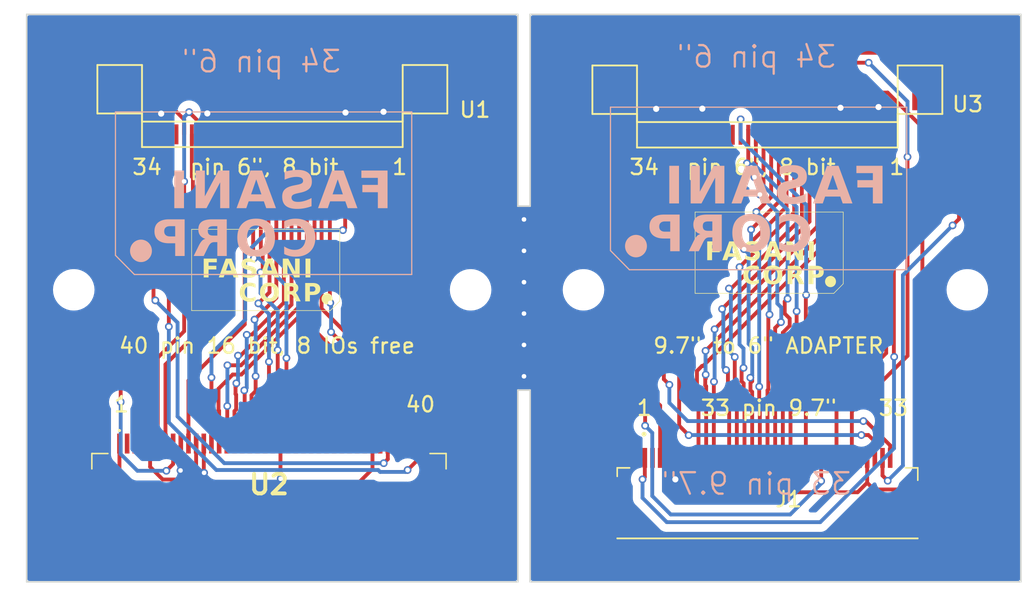
<source format=kicad_pcb>
(kicad_pcb (version 20221018) (generator pcbnew)
  (layers (0 "F.Cu" signal) (31 "B.Cu" signal) (34 "B.Paste" user) (35 "F.Paste" user) (36 "B.SilkS" user "B.Silkscreen") (37 "F.SilkS" user "F.Silkscreen") (38 "B.Mask" user) (39 "F.Mask" user) (44 "Edge.Cuts" user))
  (net 0 "")
  (net 1 "/-15V")
  (net 3 "/15V")
  (net 5 "GND")
  (net 7 "EPD_VDD")
  (net 8 "/XCL")
  (net 9 "/LEH")
  (net 10 "/EP_OE")
  (net 11 "/XSTL")
  (net 12 "/D0")
  (net 13 "/D1")
  (net 14 "/D2")
  (net 15 "/D3")
  (net 16 "/D4")
  (net 17 "/D5")
  (net 18 "/D6")
  (net 19 "/D7")
  (net 21 "/EP_VCOM")
  (net 23 "/+22V")
  (net 25 "/-20V")
  (net 27 "/EP_MODE")
  (net 28 "/EP_STV")
  (net 29 "/CKV")
  (net 30 "/BORDER")
  (net 44 "/-15V_A")
  (net 46 "/15V_A")
  (net 49 "EPD_VDD_A")
  (net 50 "/XCL_A")
  (net 51 "/LEH_A")
  (net 52 "/EP_OE_A")
  (net 53 "/XSTL_A")
  (net 54 "/D0_A")
  (net 55 "/D1_A")
  (net 56 "/D2_A")
  (net 57 "/D3_A")
  (net 58 "/D4_A")
  (net 59 "/D5_A")
  (net 60 "/D6_A")
  (net 61 "/D7_A")
  (net 63 "/EP_VCOM_A")
  (net 65 "/+22V_A")
  (net 67 "/-20V_A")
  (net 69 "/EP_MODE_A")
  (net 70 "/EP_STV_A")
  (net 71 "/CKV_A")
  (net 72 "/BORDER_A")
  (footprint "footprints:FH1233S05SH55" (layer "F.Cu") (at 125.78 93.37)
    (fp_text reference "J1")
    (fp_text value "XF2M-3315-1A" hide)
  )
  (footprint "epaper-breakout:X05A20H34G" (layer "F.Cu") (at 93.49 69.32 180)
    (fp_text reference "U1")
    (fp_text value "ED060XC5")
  )
  (footprint "MountingHole:MountingHole_2.2mm_M2" (layer "F.Cu") (at 80.54 79.46)
    (fp_text reference "H1" hide)
    (fp_text value "MountingHole" hide)
  )
  (footprint "MountingHole:MountingHole_2.2mm_M2" (layer "F.Cu") (at 138.81 79.46)
    (fp_text reference "H4" hide)
    (fp_text value "MountingHole" hide)
  )
  (footprint "footprints:FH1240S05SH55" (layer "F.Cu") (at 93.27 92.16)
    (fp_text reference "U2")
    (fp_text value "ED078KH6" hide)
  )
  (footprint "MountingHole:MountingHole_2.2mm_M2" (layer "F.Cu") (at 106.42 79.46)
    (fp_text reference "H2" hide)
    (fp_text value "MountingHole" hide)
  )
  (footprint "epaper-breakout:X05A20H34G" (layer "F.Cu") (at 125.77 69.35 180)
    (fp_text reference "U3")
    (fp_text value "ED060XC5")
  )
  (footprint "MountingHole:MountingHole_2.2mm_M2" (layer "F.Cu") (at 113.78 79.46)
    (fp_text reference "H3" hide)
    (fp_text value "MountingHole" hide)
  )
  (gr_poly (pts (xy 133.283167 73.825811) (xy 132.650279 73.825811) (xy 132.650279 72.785241) (xy 131.6393 72.785241) (xy 131.6393 72.306878) (xy 132.650279 72.306878) (xy 132.650279 71.849883) (xy 131.575189 71.849883) (xy 131.575189 71.37152) (xy 133.283167 71.37152)) (fill solid) (layer "B.SilkS"))
  (gr_line (start 134.86 78.149105) (end 116.772768 78.149105) (stroke (width 0.079374)) (layer "B.SilkS"))
  (gr_line (start 84.492768 78.459105) (end 83.26 77.211781) (stroke (width 0.079374)) (layer "B.SilkS"))
  (gr_poly (pts (xy 95.204052 71.637881) (xy 95.255692 71.640115) (xy 95.305869 71.64384) (xy 95.354581 71.649054) (xy 95.401829 71.655758) (xy 95.447614 71.663952) (xy 95.491934 71.673635) (xy 95.53479 71.684808) (xy 95.576182 71.697471) (xy 95.61611 71.711624) (xy 95.654574 71.727266) (xy 95.691574 71.744398) (xy 95.72711 71.763019) (xy 95.761182 71.783131) (xy 95.793789 71.804731) (xy 95.824933 71.827822) (xy 95.854394 71.852395) (xy 95.881955 71.878446) (xy 95.907614 71.905974) (xy 95.931373 71.934979) (xy 95.953232 71.965461) (xy 95.973189 71.99742) (xy 95.991246 72.030857) (xy 96.007402 72.06577) (xy 96.021658 72.102159) (xy 96.034012 72.140026) (xy 96.044466 72.17937) (xy 96.053019 72.220191) (xy 96.059672 72.262488) (xy 96.064424 72.306262) (xy 96.067275 72.351513) (xy 96.068225 72.398241) (xy 96.067525 72.436115) (xy 96.065425 72.472885) (xy 96.061926 72.508549) (xy 96.057026 72.54311) (xy 96.050727 72.576565) (xy 96.043028 72.608916) (xy 96.033929 72.640163) (xy 96.02343 72.670305) (xy 96.011531 72.699342) (xy 95.998233 72.727275) (xy 95.983534 72.754104) (xy 95.967436 72.779828) (xy 95.949938 72.804447) (xy 95.93104 72.827962) (xy 95.910742 72.850372) (xy 95.889044 72.871679) (xy 95.865978 72.892086) (xy 95.841577 72.911799) (xy 95.81584 72.930819) (xy 95.788768 72.949146) (xy 95.76036 72.966779) (xy 95.730616 72.983718) (xy 95.699537 72.999964) (xy 95.667122 73.015517) (xy 95.633371 73.030376) (xy 95.598285 73.044542) (xy 95.561863 73.058013) (xy 95.524105 73.070792) (xy 95.485012 73.082877) (xy 95.444583 73.094268) (xy 95.402818 73.104966) (xy 95.359718 73.114971) (xy 95.114781 73.169216) (xy 95.08977 73.174828) (xy 95.065696 73.180569) (xy 95.04256 73.186438) (xy 95.020362 73.192435) (xy 94.999101 73.19856) (xy 94.978777 73.204814) (xy 94.959391 73.211197) (xy 94.940942 73.217708) (xy 94.923431 73.224347) (xy 94.906858 73.231115) (xy 94.891222 73.238011) (xy 94.876523 73.245036) (xy 94.862762 73.252189) (xy 94.849939 73.25947) (xy 94.838053 73.26688) (xy 94.827104 73.274419) (xy 94.816753 73.282266) (xy 94.807069 73.290601) (xy 94.798054 73.299424) (xy 94.789706 73.308736) (xy 94.782026 73.318535) (xy 94.775014 73.328822) (xy 94.768669 73.339598) (xy 94.762993 73.350861) (xy 94.757984 73.362612) (xy 94.753643 73.374851) (xy 94.74997 73.387579) (xy 94.746965 73.400794) (xy 94.744628 73.414496) (xy 94.742958 73.428687) (xy 94.741957 73.443365) (xy 94.741623 73.458532) (xy 94.741687 73.464265) (xy 94.741879 73.469959) (xy 94.742201 73.475616) (xy 94.74265 73.481234) (xy 94.743228 73.486813) (xy 94.743934 73.492354) (xy 94.744769 73.497857) (xy 94.745732 73.503321) (xy 94.746824 73.508747) (xy 94.748044 73.514135) (xy 94.749393 73.519484) (xy 94.75087 73.524795) (xy 94.752475 73.530067) (xy 94.754209 73.535301) (xy 94.756071 73.540496) (xy 94.758062 73.545653) (xy 94.76022 73.550804) (xy 94.762583 73.55598) (xy 94.765152 73.561182) (xy 94.767926 73.566409) (xy 94.770905 73.571662) (xy 94.77409 73.57694) (xy 94.777481 73.582244) (xy 94.781077 73.587574) (xy 94.784878 73.592929) (xy 94.788885 73.59831) (xy 94.793098 73.603717) (xy 94.797515 73.609149) (xy 94.802139 73.614607) (xy 94.806968 73.620091) (xy 94.812002 73.625601) (xy 94.817242 73.631136) (xy 94.82277 73.636412) (xy 94.828672 73.64156) (xy 94.834945 73.646581) (xy 94.841591 73.651472) (xy 94.84861 73.656236) (xy 94.856001 73.660872) (xy 94.863764 73.665379) (xy 94.8719 73.669759) (xy 94.880409 73.67401) (xy 94.889289 73.678132) (xy 94.898543 73.682127) (xy 94.908168 73.685993) (xy 94.918166 73.689731) (xy 94.928537 73.693341) (xy 94.93928 73.696823) (xy 94.950395 73.700176) (xy 94.973229 73.705957) (xy 94.997348 73.710966) (xy 95.022751 73.715206) (xy 95.049438 73.718674) (xy 95.07741 73.721372) (xy 95.106666 73.723299) (xy 95.137205 73.724455) (xy 95.16903 73.72484) (xy 95.219463 73.723858) (xy 95.270487 73.72091) (xy 95.322102 73.715998) (xy 95.374307 73.709121) (xy 95.427103 73.700279) (xy 95.48049 73.689472) (xy 95.534468 73.6767) (xy 95.589037 73.661963) (xy 95.644196 73.645261) (xy 95.699947 73.626594) (xy 95.756288 73.605962) (xy 95.813219 73.583365) (xy 95.870742 73.558803) (xy 95.928855 73.532276) (xy 95.98756 73.503784) (xy 96.046854 73.473326) (xy 96.046854 74.007582) (xy 95.987707 74.028882) (xy 95.928624 74.048807) (xy 95.869606 74.067358) (xy 95.810651 74.084535) (xy 95.751761 74.100337) (xy 95.692935 74.114766) (xy 95.634173 74.12782) (xy 95.575475 74.1395) (xy 95.516842 74.149807) (xy 95.458272 74.158738) (xy 95.399767 74.166296) (xy 95.341327 74.17248) (xy 95.28295 74.177289) (xy 95.224638 74.180725) (xy 95.166389 74.182786) (xy 95.108205 74.183473) (xy 95.049501 74.182728) (xy 94.992569 74.180493) (xy 94.93741 74.176769) (xy 94.884023 74.171555) (xy 94.832408 74.164851) (xy 94.782565 74.156657) (xy 94.734495 74.146974) (xy 94.688197 74.135801) (xy 94.643671 74.123138) (xy 94.600918 74.108985) (xy 94.559937 74.093343) (xy 94.520728 74.076211) (xy 94.483291 74.05759) (xy 94.447627 74.037479) (xy 94.413735 74.015878) (xy 94.381616 73.992788) (xy 94.351358 73.968053) (xy 94.323053 73.941521) (xy 94.296699 73.91319) (xy 94.272298 73.883062) (xy 94.249849 73.851135) (xy 94.229352 73.81741) (xy 94.210807 73.781887) (xy 94.194214 73.744566) (xy 94.179574 73.705447) (xy 94.166885 73.66453) (xy 94.156149 73.621815) (xy 94.147364 73.577302) (xy 94.140532 73.530991) (xy 94.135652 73.482882) (xy 94.132724 73.432975) (xy 94.131748 73.38127) (xy 94.132454 73.34221) (xy 94.134573 73.304344) (xy 94.138105 73.267673) (xy 94.143049 73.232196) (xy 94.149406 73.197913) (xy 94.157176 73.164824) (xy 94.166359 73.13293) (xy 94.176954 73.10223) (xy 94.188962 73.072724) (xy 94.202382 73.044413) (xy 94.217216 73.017295) (xy 94.233462 72.991372) (xy 94.251121 72.966643) (xy 94.270192 72.943108) (xy 94.290676 72.920767) (xy 94.312573 72.89962) (xy 94.335812 72.879208) (xy 94.360734 72.859477) (xy 94.387337 72.840426) (xy 94.415623 72.822055) (xy 94.445592 72.804365) (xy 94.477243 72.787356) (xy 94.510576 72.771027) (xy 94.545592 72.755378) (xy 94.58229 72.74041) (xy 94.62067 72.726122) (xy 94.660733 72.712515) (xy 94.702478 72.699589) (xy 94.745906 72.687343) (xy 94.791016 72.675778) (xy 94.837808 72.664893) (xy 94.886283 72.654689) (xy 95.155877 72.600444) (xy 95.178082 72.595661) (xy 95.199491 72.590762) (xy 95.220103 72.585747) (xy 95.239919 72.580617) (xy 95.258939 72.575372) (xy 95.277163 72.57001) (xy 95.294591 72.564534) (xy 95.311222 72.558941) (xy 95.327057 72.553233) (xy 95.342096 72.547409) (xy 95.356338 72.54147) (xy 95.369785 72.535415) (xy 95.382435 72.529244) (xy 95.394289 72.522957) (xy 95.405346 72.516554) (xy 95.415608 72.510036) (xy 95.425163 72.503063) (xy 95.434101 72.495704) (xy 95.442423 72.48796) (xy 95.450129 72.479831) (xy 95.457218 72.471316) (xy 95.463691 72.462416) (xy 95.469547 72.453131) (xy 95.474787 72.44346) (xy 95.47941 72.433404) (xy 95.483417 72.422963) (xy 95.486808 72.412137) (xy 95.489582 72.400925) (xy 95.491739 72.389328) (xy 95.49328 72.377346) (xy 95.494205 72.364979) (xy 95.494513 72.352227) (xy 95.494115 72.33704) (xy 95.492921 72.322302) (xy 95.49093 72.308014) (xy 95.489636 72.301039) (xy 95.488143 72.294176) (xy 95.486451 72.287425) (xy 95.48456 72.280787) (xy 95.48247 72.274261) (xy 95.480181 72.267848) (xy 95.477693 72.261547) (xy 95.475005 72.255358) (xy 95.472119 72.249282) (xy 95.469034 72.243318) (xy 95.465749 72.237466) (xy 95.462265 72.231727) (xy 95.458583 72.2261) (xy 95.454701 72.220586) (xy 95.45062 72.215184) (xy 95.44634 72.209894) (xy 95.441862 72.204717) (xy 95.437184 72.199652) (xy 95.432307 72.1947) (xy 95.42723 72.18986) (xy 95.421955 72.185132) (xy 95.416481 72.180517) (xy 95.404935 72.171623) (xy 95.392593 72.163179) (xy 95.379314 72.155018) (xy 95.364956 72.147382) (xy 95.349519 72.140274) (xy 95.333003 72.133691) (xy 95.315409 72.127636) (xy 95.296735 72.122107) (xy 95.276983 72.117104) (xy 95.256152 72.112629) (xy 95.234243 72.108679) (xy 95.211254 72.105257) (xy 95.187187 72.10236) (xy 95.162041 72.099991) (xy 95.135816 72.098148) (xy 95.108513 72.096831) (xy 95.050669 72.095778) (xy 95.006677 72.096491) (xy 94.962234 72.098629) (xy 94.917343 72.102193) (xy 94.872002 72.107182) (xy 94.826211 72.113596) (xy 94.779971 72.121437) (xy 94.733281 72.130702) (xy 94.686142 72.141393) (xy 94.638553 72.15351) (xy 94.590515 72.167052) (xy 94.542027 72.18202) (xy 94.49309 72.198413) (xy 94.443703 72.216232) (xy 94.393867 72.235477) (xy 94.343581 72.256147) (xy 94.292846 72.278243) (xy 94.292846 71.758782) (xy 94.404783 71.730271) (xy 94.515385 71.705562) (xy 94.624651 71.684654) (xy 94.732581 71.667547) (xy 94.839175 71.654242) (xy 94.944434 71.644739) (xy 95.048357 71.639036) (xy 95.150945 71.637136) (xy 95.150947 71.637136)) (fill solid) (layer "B.SilkS"))
  (gr_line (start 102.58 67.86) (end 102.58 78.459105) (stroke (width 0.079374)) (layer "B.SilkS"))
  (gr_poly (pts (xy 87.771265 77.254051) (xy 87.154507 77.254051) (xy 87.154507 76.424226) (xy 86.747607 76.424226) (xy 86.693084 76.423463) (xy 86.64005 76.421172) (xy 86.588505 76.417355) (xy 86.53845 76.412011) (xy 86.489884 76.40514) (xy 86.442807 76.396742) (xy 86.39722 76.386817) (xy 86.353122 76.375366) (xy 86.310513 76.362387) (xy 86.269394 76.347882) (xy 86.229764 76.33185) (xy 86.191623 76.314291) (xy 86.154972 76.295206) (xy 86.11981 76.274593) (xy 86.086137 76.252454) (xy 86.053954 76.228789) (xy 86.023498 76.203406) (xy 85.995007 76.176522) (xy 85.96848 76.148136) (xy 85.943919 76.118249) (xy 85.921323 76.08686) (xy 85.900691 76.053969) (xy 85.882024 76.019577) (xy 85.865323 75.983682) (xy 85.850586 75.946287) (xy 85.837814 75.907389) (xy 85.827007 75.86699) (xy 85.818165 75.825089) (xy 85.811287 75.781686) (xy 85.806375 75.736781) (xy 85.803428 75.690375) (xy 85.802445 75.642467) (xy 86.438426 75.642467) (xy 86.438814 75.66259) (xy 86.439978 75.682114) (xy 86.441918 75.701037) (xy 86.444634 75.719359) (xy 86.448126 75.73708) (xy 86.452394 75.754201) (xy 86.457437 75.770721) (xy 86.463257 75.78664) (xy 86.469853 75.801959) (xy 86.477224 75.816677) (xy 86.485372 75.830794) (xy 86.494295 75.844311) (xy 86.503995 75.857226) (xy 86.51447 75.869541) (xy 86.525721 75.881255) (xy 86.537749 75.892369) (xy 86.550276 75.902651) (xy 86.56343 75.91227) (xy 86.57721 75.921225) (xy 86.591615 75.929517) (xy 86.606646 75.937145) (xy 86.622302 75.94411) (xy 86.638585 75.950411) (xy 86.655493 75.956049) (xy 86.673027 75.961024) (xy 86.691187 75.965336) (xy 86.709973 75.968984) (xy 86.729384 75.971969) (xy 86.749421 75.97429) (xy 86.770084 75.975948) (xy 86.791373 75.976943) (xy 86.813287 75.977275) (xy 87.154507 75.977275) (xy 87.154507 75.309251) (xy 86.813287 75.309251) (xy 86.791373 75.309583) (xy 86.770084 75.310578) (xy 86.749421 75.312236) (xy 86.729384 75.314557) (xy 86.709973 75.317542) (xy 86.691187 75.32119) (xy 86.673027 75.325502) (xy 86.655493 75.330477) (xy 86.638585 75.336115) (xy 86.622302 75.342416) (xy 86.606646 75.349381) (xy 86.591615 75.35701) (xy 86.57721 75.365301) (xy 86.56343 75.374256) (xy 86.550276 75.383875) (xy 86.537749 75.394157) (xy 86.525721 75.405078) (xy 86.51447 75.416611) (xy 86.503995 75.428757) (xy 86.494295 75.441517) (xy 86.485372 75.45489) (xy 86.477224 75.468876) (xy 86.469853 75.483475) (xy 86.463257 75.498688) (xy 86.457437 75.514513) (xy 86.452394 75.530952) (xy 86.448126 75.548004) (xy 86.444634 75.56567) (xy 86.441918 75.583949) (xy 86.439978 75.602841) (xy 86.438814 75.622347) (xy 86.438426 75.642467) (xy 85.802445 75.642467) (xy 85.803428 75.594563) (xy 85.806375 75.548174) (xy 85.811287 75.503299) (xy 85.818165 75.459939) (xy 85.827007 75.418093) (xy 85.837814 75.377762) (xy 85.850586 75.338945) (xy 85.865323 75.301643) (xy 85.882024 75.265855) (xy 85.900691 75.231582) (xy 85.921323 75.198823) (xy 85.943919 75.167579) (xy 85.96848 75.137849) (xy 85.995007 75.109634) (xy 86.023498 75.082933) (xy 86.053954 75.057747) (xy 86.08595 75.034081) (xy 86.11946 75.011942) (xy 86.154484 74.99133) (xy 86.191023 74.972244) (xy 86.229076 74.954685) (xy 86.268643 74.938653) (xy 86.309725 74.924148) (xy 86.352321 74.91117) (xy 86.396431 74.899718) (xy 86.442056 74.889793) (xy 86.489195 74.881395) (xy 86.537849 74.874524) (xy 86.588017 74.86918) (xy 86.639699 74.865363) (xy 86.692896 74.863072) (xy 86.747607 74.862309) (xy 87.771265 74.862309)) (fill solid) (layer "B.SilkS"))
  (gr_poly (pts (xy 117.2396 75.877279) (xy 117.275855 75.880107) (xy 117.311584 75.884763) (xy 117.346741 75.891202) (xy 117.38128 75.899378) (xy 117.415158 75.909245) (xy 117.44833 75.920757) (xy 117.48075 75.933867) (xy 117.512373 75.948531) (xy 117.543156 75.964701) (xy 117.573053 75.982332) (xy 117.602018 76.001377) (xy 117.630009 76.021792) (xy 117.656978 76.043529) (xy 117.682882 76.066543) (xy 117.707676 76.090788) (xy 117.731315 76.116217) (xy 117.753753 76.142785) (xy 117.774947 76.170446) (xy 117.794851 76.199154) (xy 117.813421 76.228862) (xy 117.830611 76.259526) (xy 117.846377 76.291098) (xy 117.860674 76.323532) (xy 117.873457 76.356784) (xy 117.884681 76.390806) (xy 117.894301 76.425552) (xy 117.902273 76.460978) (xy 117.908551 76.497036) (xy 117.913091 76.533681) (xy 117.915848 76.570867) (xy 117.916777 76.608547) (xy 117.915848 76.646227) (xy 117.913091 76.683413) (xy 117.90855 76.720058) (xy 117.902272 76.756116) (xy 117.8943 76.791541) (xy 117.88468 76.826288) (xy 117.873456 76.86031) (xy 117.860673 76.893562) (xy 117.846376 76.925996) (xy 117.83061 76.957568) (xy 117.81342 76.988231) (xy 117.79485 77.01794) (xy 117.774946 77.046647) (xy 117.753752 77.074308) (xy 117.731313 77.100877) (xy 117.707674 77.126306) (xy 117.68288 77.150551) (xy 117.656976 77.173565) (xy 117.630006 77.195302) (xy 117.602016 77.215716) (xy 117.57305 77.234762) (xy 117.543153 77.252393) (xy 117.51237 77.268563) (xy 117.480747 77.283226) (xy 117.448326 77.296337) (xy 117.415155 77.307848) (xy 117.381276 77.317715) (xy 117.346737 77.325891) (xy 117.31158 77.332331) (xy 117.275851 77.336987) (xy 117.239595 77.339815) (xy 117.202857 77.340767) (xy 117.166119 77.339815) (xy 117.129863 77.336987) (xy 117.094134 77.332331) (xy 117.058978 77.325891) (xy 117.024438 77.317715) (xy 116.99056 77.307848) (xy 116.957389 77.296337) (xy 116.924969 77.283226) (xy 116.893345 77.268563) (xy 116.862562 77.252393) (xy 116.832666 77.234762) (xy 116.8037 77.215716) (xy 116.77571 77.195302) (xy 116.74874 77.173565) (xy 116.722836 77.150551) (xy 116.698042 77.126306) (xy 116.674404 77.100877) (xy 116.651965 77.074308) (xy 116.630771 77.046647) (xy 116.610867 77.01794) (xy 116.592297 76.988231) (xy 116.575107 76.957568) (xy 116.559341 76.925996) (xy 116.545045 76.893562) (xy 116.532262 76.86031) (xy 116.521038 76.826288) (xy 116.511418 76.791541) (xy 116.503446 76.756116) (xy 116.497168 76.720058) (xy 116.492628 76.683413) (xy 116.489871 76.646227) (xy 116.488942 76.608547) (xy 116.489871 76.570867) (xy 116.492628 76.533681) (xy 116.497168 76.497036) (xy 116.503447 76.460978) (xy 116.511418 76.425552) (xy 116.521039 76.390806) (xy 116.532263 76.356784) (xy 116.545046 76.323532) (xy 116.559343 76.291098) (xy 116.575109 76.259526) (xy 116.592299 76.228862) (xy 116.610869 76.199154) (xy 116.630773 76.170446) (xy 116.651967 76.142785) (xy 116.674406 76.116217) (xy 116.698045 76.090788) (xy 116.722839 76.066543) (xy 116.748743 76.043529) (xy 116.775712 76.021792) (xy 116.803703 76.001377) (xy 116.832669 75.982332) (xy 116.862565 75.964701) (xy 116.893348 75.948531) (xy 116.924972 75.933867) (xy 116.957392 75.920757) (xy 116.990564 75.909245) (xy 117.024442 75.899378) (xy 117.058982 75.891202) (xy 117.094139 75.884763) (xy 117.129868 75.880107) (xy 117.166123 75.877279) (xy 117.202862 75.876326)) (fill solid) (layer "B.SilkS"))
  (gr_poly (pts (xy 90.518508 77.254042) (xy 89.90175 77.254042) (xy 89.90175 76.348924) (xy 89.727136 76.348924) (xy 89.707774 76.349206) (xy 89.688939 76.350051) (xy 89.670629 76.351459) (xy 89.652844 76.35343) (xy 89.635585 76.355965) (xy 89.618852 76.359062) (xy 89.602645 76.362723) (xy 89.586963 76.366947) (xy 89.571807 76.371735) (xy 89.557176 76.377085) (xy 89.543071 76.382999) (xy 89.529492 76.389475) (xy 89.516439 76.396515) (xy 89.503911 76.404118) (xy 89.491909 76.412284) (xy 89.480432 76.421013) (xy 89.469055 76.430206) (xy 89.457754 76.440162) (xy 89.446528 76.450882) (xy 89.435376 76.462366) (xy 89.4243 76.474613) (xy 89.413299 76.487623) (xy 89.402373 76.501396) (xy 89.391523 76.515933) (xy 89.380747 76.531234) (xy 89.370046 76.547297) (xy 89.359421 76.564124) (xy 89.34887 76.581715) (xy 89.338395 76.600068) (xy 89.327994 76.619185) (xy 89.317669 76.639065) (xy 89.307419 76.659709) (xy 89.015861 77.254042) (xy 88.359053 77.254042) (xy 88.693865 76.574803) (xy 88.717193 76.529521) (xy 88.740722 76.486593) (xy 88.764451 76.446018) (xy 88.776391 76.426613) (xy 88.788381 76.407796) (xy 88.800421 76.389567) (xy 88.81251 76.371927) (xy 88.82465 76.354875) (xy 88.83684 76.338411) (xy 88.84908 76.322535) (xy 88.86137 76.307248) (xy 88.873711 76.292549) (xy 88.886101 76.278438) (xy 88.898479 76.264927) (xy 88.911182 76.25203) (xy 88.92421 76.239746) (xy 88.937564 76.228076) (xy 88.951243 76.217018) (xy 88.965248 76.206574) (xy 88.979578 76.196743) (xy 88.994234 76.187526) (xy 89.009215 76.178921) (xy 89.024521 76.17093) (xy 89.040153 76.163553) (xy 89.05611 76.156788) (xy 89.072392 76.150637) (xy 89.089 76.145099) (xy 89.105933 76.140174) (xy 89.123192 76.135863) (xy 89.067517 76.11657) (xy 89.015435 76.094736) (xy 88.966944 76.070363) (xy 88.922045 76.043448) (xy 88.900942 76.029039) (xy 88.880738 76.013994) (xy 88.861431 75.998314) (xy 88.843023 75.981998) (xy 88.825512 75.965048) (xy 88.8089 75.947463) (xy 88.793185 75.929242) (xy 88.778368 75.910386) (xy 88.76445 75.890896) (xy 88.751429 75.87077) (xy 88.739306 75.850008) (xy 88.728081 75.828612) (xy 88.717755 75.806581) (xy 88.708326 75.783914) (xy 88.699795 75.760612) (xy 88.692162 75.736675) (xy 88.67959 75.686896) (xy 88.670611 75.634575) (xy 88.668552 75.613618) (xy 89.280184 75.613618) (xy 89.280504 75.633118) (xy 89.281461 75.651967) (xy 89.283057 75.670164) (xy 89.285291 75.687711) (xy 89.288163 75.704607) (xy 89.291674 75.720852) (xy 89.295822 75.736446) (xy 89.30061 75.751389) (xy 89.306035 75.765682) (xy 89.312099 75.779323) (xy 89.318801 75.792314) (xy 89.326141 75.804654) (xy 89.33412 75.816344) (xy 89.342736 75.827382) (xy 89.351992 75.837771) (xy 89.361885 75.847508) (xy 89.372367 75.856626) (xy 89.383787 75.865156) (xy 89.396146 75.873097) (xy 89.409444 75.88045) (xy 89.42368 75.887215) (xy 89.438855 75.893391) (xy 89.454968 75.898979) (xy 89.472021 75.903979) (xy 89.490012 75.90839) (xy 89.508941 75.912214) (xy 89.528809 75.915449) (xy 89.549616 75.918096) (xy 89.571362 75.920154) (xy 89.594046 75.921625) (xy 89.617668 75.922507) (xy 89.64223 75.922801) (xy 89.901749 75.922801) (xy 89.901749 75.309251) (xy 89.64223 75.309251) (xy 89.619383 75.30952) (xy 89.5973 75.310327) (xy 89.57598 75.311673) (xy 89.555423 75.313556) (xy 89.53563 75.315978) (xy 89.516601 75.318938) (xy 89.498334 75.322436) (xy 89.480832 75.326472) (xy 89.464092 75.331047) (xy 89.448116 75.336159) (xy 89.432904 75.34181) (xy 89.418455 75.347999) (xy 89.404769 75.354726) (xy 89.391847 75.361991) (xy 89.379688 75.369794) (xy 89.368293 75.378135) (xy 89.357624 75.386939) (xy 89.347643 75.396532) (xy 89.33835 75.406913) (xy 89.329746 75.418083) (xy 89.32183 75.430041) (xy 89.314602 75.442788) (xy 89.308063 75.456323) (xy 89.302212 75.470647) (xy 89.297049 75.48576) (xy 89.292575 75.501661) (xy 89.288789 75.518351) (xy 89.285692 75.535829) (xy 89.283283 75.554096) (xy 89.281562 75.573151) (xy 89.280529 75.592995) (xy 89.280185 75.613627) (xy 89.280184 75.613618) (xy 88.668552 75.613618) (xy 88.665223 75.579714) (xy 88.663427 75.522313) (xy 88.663427 75.522304) (xy 88.663603 75.503036) (xy 88.664128 75.484082) (xy 88.665004 75.465441) (xy 88.666231 75.447112) (xy 88.667808 75.429097) (xy 88.669735 75.411394) (xy 88.672013 75.394004) (xy 88.674641 75.376927) (xy 88.67762 75.360163) (xy 88.680949 75.343711) (xy 88.684628 75.327573) (xy 88.688658 75.311747) (xy 88.693039 75.296234) (xy 88.69777 75.281034) (xy 88.702851 75.266147) (xy 88.708283 75.251573) (xy 88.713921 75.237062) (xy 88.720022 75.222764) (xy 88.726586 75.208679) (xy 88.733614 75.194806) (xy 88.741104 75.181146) (xy 88.749058 75.167699) (xy 88.757475 75.154464) (xy 88.766354 75.141442) (xy 88.775697 75.128632) (xy 88.785503 75.116036) (xy 88.795772 75.103651) (xy 88.806504 75.09148) (xy 88.817699 75.079521) (xy 88.829357 75.067775) (xy 88.841478 75.056241) (xy 88.854062 75.04492) (xy 88.867184 75.033875) (xy 88.88092 75.023167) (xy 88.895269 75.012798) (xy 88.910231 75.002767) (xy 88.925806 74.993074) (xy 88.941995 74.983718) (xy 88.958797 74.974701) (xy 88.976212 74.966022) (xy 88.99424 74.957681) (xy 89.012882 74.949678) (xy 89.032137 74.942013) (xy 89.052005 74.934685) (xy 89.072487 74.927696) (xy 89.093581 74.921044) (xy 89.115289 74.91473) (xy 89.137611 74.908754) (xy 89.184068 74.897865) (xy 89.232928 74.888429) (xy 89.284191 74.880445) (xy 89.337857 74.873912) (xy 89.393926 74.868832) (xy 89.452398 74.865203) (xy 89.513273 74.863026) (xy 89.57655 74.8623) (xy 90.518508 74.8623)) (fill solid) (layer "B.SilkS"))
  (gr_poly (pts (xy 120.008804 73.825811) (xy 119.375915 73.825811) (xy 119.375915 71.37152) (xy 120.008804 71.37152)) (fill solid) (layer "B.SilkS"))
  (gr_poly (pts (xy 92.506852 74.820342) (xy 92.57585 74.824191) (xy 92.64292 74.830605) (xy 92.708062 74.839585) (xy 92.771277 74.85113) (xy 92.832565 74.865242) (xy 92.891926 74.881918) (xy 92.949359 74.901161) (xy 93.004865 74.922968) (xy 93.058443 74.947342) (xy 93.110094 74.974281) (xy 93.159818 75.003786) (xy 93.207614 75.035856) (xy 93.253483 75.070491) (xy 93.297425 75.107693) (xy 93.339439 75.147459) (xy 93.379012 75.189323) (xy 93.416033 75.233214) (xy 93.4505 75.279133) (xy 93.482415 75.327079) (xy 93.511776 75.377053) (xy 93.538584 75.429053) (xy 93.562839 75.483082) (xy 93.58454 75.539138) (xy 93.603689 75.597221) (xy 93.620284 75.657332) (xy 93.634326 75.719471) (xy 93.645816 75.783637) (xy 93.654752 75.849831) (xy 93.661134 75.918053) (xy 93.664964 75.988302) (xy 93.666241 76.060579) (xy 93.664964 76.132856) (xy 93.661134 76.203105) (xy 93.654752 76.271326) (xy 93.645816 76.33752) (xy 93.634326 76.401686) (xy 93.620284 76.463825) (xy 93.603689 76.523936) (xy 93.58454 76.58202) (xy 93.562839 76.638075) (xy 93.538584 76.692104) (xy 93.511776 76.744105) (xy 93.482415 76.794078) (xy 93.4505 76.842024) (xy 93.416033 76.887943) (xy 93.379012 76.931834) (xy 93.339439 76.973698) (xy 93.297425 77.013272) (xy 93.253483 77.050292) (xy 93.207614 77.084759) (xy 93.159818 77.116673) (xy 93.110094 77.146034) (xy 93.058443 77.172842) (xy 93.004865 77.197096) (xy 92.949359 77.218797) (xy 92.891926 77.237946) (xy 92.832565 77.254541) (xy 92.771277 77.268582) (xy 92.708062 77.280071) (xy 92.64292 77.289007) (xy 92.57585 77.29539) (xy 92.506852 77.299219) (xy 92.435928 77.300496) (xy 92.365009 77.299219) (xy 92.296031 77.29539) (xy 92.228992 77.289007) (xy 92.163893 77.280071) (xy 92.100734 77.268582) (xy 92.039515 77.254541) (xy 91.980236 77.237946) (xy 91.922897 77.218797) (xy 91.867498 77.197096) (xy 91.814038 77.172842) (xy 91.762519 77.146034) (xy 91.712939 77.116673) (xy 91.665299 77.084759) (xy 91.619599 77.050292) (xy 91.575839 77.013272) (xy 91.534019 76.973698) (xy 91.494251 76.931834) (xy 91.457049 76.887943) (xy 91.422413 76.842024) (xy 91.390342 76.794078) (xy 91.360837 76.744105) (xy 91.333898 76.692104) (xy 91.309524 76.638075) (xy 91.287716 76.58202) (xy 91.268473 76.523936) (xy 91.251796 76.463825) (xy 91.237685 76.401686) (xy 91.22614 76.33752) (xy 91.21716 76.271326) (xy 91.210746 76.203105) (xy 91.206897 76.132856) (xy 91.205615 76.060579) (xy 91.205615 76.06057) (xy 91.841597 76.06057) (xy 91.842148 76.103723) (xy 91.8438 76.145875) (xy 91.846553 76.187026) (xy 91.850408 76.227176) (xy 91.855364 76.266325) (xy 91.861421 76.304472) (xy 91.86858 76.341619) (xy 91.87684 76.377763) (xy 91.876839 76.377754) (xy 91.881382 76.39525) (xy 91.886201 76.412496) (xy 91.891295 76.429491) (xy 91.896664 76.446237) (xy 91.902308 76.462732) (xy 91.908228 76.478977) (xy 91.914423 76.494971) (xy 91.920893 76.510716) (xy 91.927639 76.52621) (xy 91.93466 76.541455) (xy 91.941957 76.556449) (xy 91.949529 76.571192) (xy 91.957376 76.585686) (xy 91.965498 76.599929) (xy 91.973896 76.613922) (xy 91.982569 76.627665) (xy 91.991555 76.640895) (xy 92.000891 76.653749) (xy 92.010578 76.666227) (xy 92.020615 76.67833) (xy 92.031003 76.690057) (xy 92.041741 76.701409) (xy 92.05283 76.712385) (xy 92.064269 76.722986) (xy 92.076059 76.733211) (xy 92.088198 76.743061) (xy 92.100689 76.752535) (xy 92.11353 76.761633) (xy 92.126721 76.770357) (xy 92.140262 76.778704) (xy 92.154154 76.786676) (xy 92.168397 76.794273) (xy 92.182958 76.801451) (xy 92.197808 76.808165) (xy 92.212945 76.814416) (xy 92.22837 76.820204) (xy 92.244083 76.825529) (xy 92.260084 76.830392) (xy 92.276373 76.834791) (xy 92.29295 76.838727) (xy 92.309814 76.8422) (xy 92.326967 76.845209) (xy 92.344407 76.847756) (xy 92.362135 76.84984) (xy 92.380151 76.851461) (xy 92.398454 76.852618) (xy 92.417046 76.853313) (xy 92.435925 76.853544) (xy 92.472395 76.8527) (xy 92.507714 76.850165) (xy 92.541881 76.845941) (xy 92.574896 76.840028) (xy 92.606761 76.832425) (xy 92.637473 76.823132) (xy 92.652398 76.817852) (xy 92.667035 76.81215) (xy 92.681384 76.806025) (xy 92.695445 76.799478) (xy 92.709218 76.792508) (xy 92.722703 76.785117) (xy 92.735901 76.777302) (xy 92.74881 76.769066) (xy 92.761432 76.760406) (xy 92.773766 76.751325) (xy 92.785812 76.741821) (xy 92.79757 76.731895) (xy 92.809041 76.721546) (xy 92.820223 76.710775) (xy 92.831118 76.699582) (xy 92.841725 76.687966) (xy 92.862075 76.663467) (xy 92.881273 76.637279) (xy 92.89912 76.609682) (xy 92.915816 76.580959) (xy 92.93136 76.55111) (xy 92.945753 76.520135) (xy 92.958994 76.488033) (xy 92.971084 76.454805) (xy 92.982022 76.42045) (xy 92.99181 76.384969) (xy 93.000445 76.348362) (xy 93.007929 76.310628) (xy 93.014262 76.271768) (xy 93.019444 76.231781) (xy 93.023474 76.190668) (xy 93.026352 76.148428) (xy 93.028079 76.105062) (xy 93.028655 76.06057) (xy 93.027704 76.002651) (xy 93.02485 75.946633) (xy 93.02271 75.919337) (xy 93.020094 75.892517) (xy 93.017003 75.866172) (xy 93.013436 75.840303) (xy 93.009394 75.814909) (xy 93.004876 75.789991) (xy 92.999882 75.765548) (xy 92.994413 75.741581) (xy 92.988468 75.718089) (xy 92.982048 75.695073) (xy 92.975152 75.672533) (xy 92.96778 75.650468) (xy 92.959883 75.628917) (xy 92.95141 75.607916) (xy 92.942362 75.587466) (xy 92.932737 75.567566) (xy 92.922537 75.548217) (xy 92.911762 75.529419) (xy 92.90041 75.511172) (xy 92.888483 75.493475) (xy 92.87598 75.476329) (xy 92.862902 75.459733) (xy 92.849247 75.443689) (xy 92.835017 75.428195) (xy 92.820212 75.413251) (xy 92.80483 75.398859) (xy 92.788873 75.385018) (xy 92.77234 75.371727) (xy 92.755069 75.358924) (xy 92.737297 75.346946) (xy 92.719025 75.335795) (xy 92.700252 75.325469) (xy 92.680978 75.31597) (xy 92.661204 75.307296) (xy 92.640929 75.299449) (xy 92.620153 75.292427) (xy 92.598877 75.286232) (xy 92.5771 75.280862) (xy 92.554823 75.276319) (xy 92.532045 75.272601) (xy 92.508766 75.26971) (xy 92.484987 75.267645) (xy 92.460707 75.266406) (xy 92.435927 75.265993) (xy 92.417047 75.266224) (xy 92.398456 75.266919) (xy 92.380152 75.268076) (xy 92.362136 75.269697) (xy 92.344408 75.271781) (xy 92.326968 75.274328) (xy 92.309815 75.277337) (xy 92.292951 75.28081) (xy 92.276374 75.284746) (xy 92.260085 75.289145) (xy 92.244085 75.294007) (xy 92.228371 75.299333) (xy 92.212946 75.305121) (xy 92.197809 75.311372) (xy 92.18296 75.318086) (xy 92.168398 75.325264) (xy 92.154156 75.332868) (xy 92.140264 75.34086) (xy 92.126722 75.349241) (xy 92.113531 75.358008) (xy 92.10069 75.367164) (xy 92.0882 75.376707) (xy 92.07606 75.386638) (xy 92.06427 75.396958) (xy 92.052831 75.407664) (xy 92.041742 75.418759) (xy 92.031004 75.430242) (xy 92.020617 75.442112) (xy 92.010579 75.454371) (xy 92.000892 75.467017) (xy 91.991556 75.480051) (xy 91.98257 75.493474) (xy 91.973897 75.507027) (xy 91.965499 75.520855) (xy 91.957377 75.534959) (xy 91.94953 75.549339) (xy 91.941958 75.563994) (xy 91.934661 75.578924) (xy 91.92764 75.59413) (xy 91.920895 75.609612) (xy 91.914424 75.625368) (xy 91.908229 75.641401) (xy 91.896665 75.674291) (xy 91.886202 75.708283) (xy 91.87684 75.743376) (xy 91.86858 75.779521) (xy 91.861421 75.816667) (xy 91.855364 75.854814) (xy 91.850408 75.893963) (xy 91.846553 75.934113) (xy 91.8438 75.975264) (xy 91.842148 76.017416) (xy 91.841597 76.06057) (xy 91.205615 76.06057) (xy 91.206891 75.988109) (xy 91.210721 75.917679) (xy 91.217104 75.849289) (xy 91.22604 75.782939) (xy 91.237529 75.718629) (xy 91.251571 75.656359) (xy 91.268166 75.596129) (xy 91.287315 75.537938) (xy 91.309017 75.481788) (xy 91.333272 75.427678) (xy 91.36008 75.375608) (xy 91.389441 75.325578) (xy 91.421355 75.277588) (xy 91.455822 75.231637) (xy 91.492843 75.187727) (xy 91.532417 75.145857) (xy 91.574243 75.106283) (xy 91.618022 75.069263) (xy 91.663753 75.034796) (xy 91.711437 75.002882) (xy 91.761073 74.973521) (xy 91.812661 74.946713) (xy 91.866202 74.922459) (xy 91.921696 74.900758) (xy 91.979141 74.88161) (xy 92.038539 74.865015) (xy 92.09989 74.850973) (xy 92.163193 74.839484) (xy 92.228448 74.830548) (xy 92.295655 74.824166) (xy 92.364815 74.820336) (xy 92.435928 74.81906)) (fill solid) (layer "B.SilkS"))
  (gr_line (start 134.86 67.55) (end 134.86 78.149105) (stroke (width 0.079374)) (layer "B.SilkS"))
  (gr_poly (pts (xy 121.368308 73.054846) (xy 122.260928 71.37152) (xy 122.967792 71.37152) (xy 122.967792 73.825811) (xy 122.36778 73.825811) (xy 122.36778 72.142486) (xy 121.47516 73.825811) (xy 120.768297 73.825811) (xy 120.768297 71.37152) (xy 121.368308 71.37152)) (fill solid) (layer "B.SilkS"))
  (gr_poly (pts (xy 124.786852 74.510342) (xy 124.85585 74.514191) (xy 124.92292 74.520605) (xy 124.988062 74.529585) (xy 125.051277 74.54113) (xy 125.112565 74.555242) (xy 125.171926 74.571918) (xy 125.229359 74.591161) (xy 125.284865 74.612968) (xy 125.338443 74.637342) (xy 125.390094 74.664281) (xy 125.439818 74.693786) (xy 125.487614 74.725856) (xy 125.533483 74.760491) (xy 125.577425 74.797693) (xy 125.619439 74.837459) (xy 125.659012 74.879323) (xy 125.696033 74.923214) (xy 125.7305 74.969133) (xy 125.762415 75.017079) (xy 125.791776 75.067053) (xy 125.818584 75.119053) (xy 125.842839 75.173082) (xy 125.86454 75.229138) (xy 125.883689 75.287221) (xy 125.900284 75.347332) (xy 125.914326 75.409471) (xy 125.925816 75.473637) (xy 125.934752 75.539831) (xy 125.941134 75.608053) (xy 125.944964 75.678302) (xy 125.946241 75.750579) (xy 125.944964 75.822856) (xy 125.941134 75.893105) (xy 125.934752 75.961326) (xy 125.925816 76.02752) (xy 125.914326 76.091686) (xy 125.900284 76.153825) (xy 125.883689 76.213936) (xy 125.86454 76.27202) (xy 125.842839 76.328075) (xy 125.818584 76.382104) (xy 125.791776 76.434105) (xy 125.762415 76.484078) (xy 125.7305 76.532024) (xy 125.696033 76.577943) (xy 125.659012 76.621834) (xy 125.619439 76.663698) (xy 125.577425 76.703272) (xy 125.533483 76.740292) (xy 125.487614 76.774759) (xy 125.439818 76.806673) (xy 125.390094 76.836034) (xy 125.338443 76.862842) (xy 125.284865 76.887096) (xy 125.229359 76.908797) (xy 125.171926 76.927946) (xy 125.112565 76.944541) (xy 125.051277 76.958582) (xy 124.988062 76.970071) (xy 124.92292 76.979007) (xy 124.85585 76.98539) (xy 124.786852 76.989219) (xy 124.715928 76.990496) (xy 124.645009 76.989219) (xy 124.576031 76.98539) (xy 124.508992 76.979007) (xy 124.443893 76.970071) (xy 124.380734 76.958582) (xy 124.319515 76.944541) (xy 124.260236 76.927946) (xy 124.202897 76.908797) (xy 124.147498 76.887096) (xy 124.094038 76.862842) (xy 124.042519 76.836034) (xy 123.992939 76.806673) (xy 123.945299 76.774759) (xy 123.899599 76.740292) (xy 123.855839 76.703272) (xy 123.814019 76.663698) (xy 123.774251 76.621834) (xy 123.737049 76.577943) (xy 123.702413 76.532024) (xy 123.670342 76.484078) (xy 123.640837 76.434105) (xy 123.613898 76.382104) (xy 123.589524 76.328075) (xy 123.567716 76.27202) (xy 123.548473 76.213936) (xy 123.531796 76.153825) (xy 123.517685 76.091686) (xy 123.50614 76.02752) (xy 123.49716 75.961326) (xy 123.490746 75.893105) (xy 123.486897 75.822856) (xy 123.485615 75.750579) (xy 123.485615 75.75057) (xy 124.121597 75.75057) (xy 124.122148 75.793723) (xy 124.1238 75.835875) (xy 124.126553 75.877026) (xy 124.130408 75.917176) (xy 124.135364 75.956325) (xy 124.141421 75.994472) (xy 124.14858 76.031619) (xy 124.15684 76.067763) (xy 124.156839 76.067754) (xy 124.161382 76.08525) (xy 124.166201 76.102496) (xy 124.171295 76.119491) (xy 124.176664 76.136237) (xy 124.182308 76.152732) (xy 124.188228 76.168977) (xy 124.194423 76.184971) (xy 124.200893 76.200716) (xy 124.207639 76.21621) (xy 124.21466 76.231455) (xy 124.221957 76.246449) (xy 124.229529 76.261192) (xy 124.237376 76.275686) (xy 124.245498 76.289929) (xy 124.253896 76.303922) (xy 124.262569 76.317665) (xy 124.271555 76.330895) (xy 124.280891 76.343749) (xy 124.290578 76.356227) (xy 124.300615 76.36833) (xy 124.311003 76.380057) (xy 124.321741 76.391409) (xy 124.33283 76.402385) (xy 124.344269 76.412986) (xy 124.356059 76.423211) (xy 124.368198 76.433061) (xy 124.380689 76.442535) (xy 124.39353 76.451633) (xy 124.406721 76.460357) (xy 124.420262 76.468704) (xy 124.434154 76.476676) (xy 124.448397 76.484273) (xy 124.462958 76.491451) (xy 124.477808 76.498165) (xy 124.492945 76.504416) (xy 124.50837 76.510204) (xy 124.524083 76.515529) (xy 124.540084 76.520392) (xy 124.556373 76.524791) (xy 124.57295 76.528727) (xy 124.589814 76.5322) (xy 124.606967 76.535209) (xy 124.624407 76.537756) (xy 124.642135 76.53984) (xy 124.660151 76.541461) (xy 124.678454 76.542618) (xy 124.697046 76.543313) (xy 124.715925 76.543544) (xy 124.752395 76.5427) (xy 124.787714 76.540165) (xy 124.821881 76.535941) (xy 124.854896 76.530028) (xy 124.886761 76.522425) (xy 124.917473 76.513132) (xy 124.932398 76.507852) (xy 124.947035 76.50215) (xy 124.961384 76.496025) (xy 124.975445 76.489478) (xy 124.989218 76.482508) (xy 125.002703 76.475117) (xy 125.015901 76.467302) (xy 125.02881 76.459066) (xy 125.041432 76.450406) (xy 125.053766 76.441325) (xy 125.065812 76.431821) (xy 125.07757 76.421895) (xy 125.089041 76.411546) (xy 125.100223 76.400775) (xy 125.111118 76.389582) (xy 125.121725 76.377966) (xy 125.142075 76.353467) (xy 125.161273 76.327279) (xy 125.17912 76.299682) (xy 125.195816 76.270959) (xy 125.21136 76.24111) (xy 125.225753 76.210135) (xy 125.238994 76.178033) (xy 125.251084 76.144805) (xy 125.262022 76.11045) (xy 125.27181 76.074969) (xy 125.280445 76.038362) (xy 125.287929 76.000628) (xy 125.294262 75.961768) (xy 125.299444 75.921781) (xy 125.303474 75.880668) (xy 125.306352 75.838428) (xy 125.308079 75.795062) (xy 125.308655 75.75057) (xy 125.307704 75.692651) (xy 125.30485 75.636633) (xy 125.30271 75.609337) (xy 125.300094 75.582517) (xy 125.297003 75.556172) (xy 125.293436 75.530303) (xy 125.289394 75.504909) (xy 125.284876 75.479991) (xy 125.279882 75.455548) (xy 125.274413 75.431581) (xy 125.268468 75.408089) (xy 125.262048 75.385073) (xy 125.255152 75.362533) (xy 125.24778 75.340468) (xy 125.239883 75.318917) (xy 125.23141 75.297916) (xy 125.222362 75.277466) (xy 125.212737 75.257566) (xy 125.202537 75.238217) (xy 125.191762 75.219419) (xy 125.18041 75.201172) (xy 125.168483 75.183475) (xy 125.15598 75.166329) (xy 125.142902 75.149733) (xy 125.129247 75.133689) (xy 125.115017 75.118195) (xy 125.100212 75.103251) (xy 125.08483 75.088859) (xy 125.068873 75.075018) (xy 125.05234 75.061727) (xy 125.035069 75.048924) (xy 125.017297 75.036946) (xy 124.999025 75.025795) (xy 124.980252 75.015469) (xy 124.960978 75.00597) (xy 124.941204 74.997296) (xy 124.920929 74.989449) (xy 124.900153 74.982427) (xy 124.878877 74.976232) (xy 124.8571 74.970862) (xy 124.834823 74.966319) (xy 124.812045 74.962601) (xy 124.788766 74.95971) (xy 124.764987 74.957645) (xy 124.740707 74.956406) (xy 124.715927 74.955993) (xy 124.697047 74.956224) (xy 124.678456 74.956919) (xy 124.660152 74.958076) (xy 124.642136 74.959697) (xy 124.624408 74.961781) (xy 124.606968 74.964328) (xy 124.589815 74.967337) (xy 124.572951 74.97081) (xy 124.556374 74.974746) (xy 124.540085 74.979145) (xy 124.524085 74.984007) (xy 124.508371 74.989333) (xy 124.492946 74.995121) (xy 124.477809 75.001372) (xy 124.46296 75.008086) (xy 124.448398 75.015264) (xy 124.434156 75.022868) (xy 124.420264 75.03086) (xy 124.406722 75.039241) (xy 124.393531 75.048008) (xy 124.38069 75.057164) (xy 124.3682 75.066707) (xy 124.35606 75.076638) (xy 124.34427 75.086958) (xy 124.332831 75.097664) (xy 124.321742 75.108759) (xy 124.311004 75.120242) (xy 124.300617 75.132112) (xy 124.290579 75.144371) (xy 124.280892 75.157017) (xy 124.271556 75.170051) (xy 124.26257 75.183474) (xy 124.253897 75.197027) (xy 124.245499 75.210855) (xy 124.237377 75.224959) (xy 124.22953 75.239339) (xy 124.221958 75.253994) (xy 124.214661 75.268924) (xy 124.20764 75.28413) (xy 124.200895 75.299612) (xy 124.194424 75.315368) (xy 124.188229 75.331401) (xy 124.176665 75.364291) (xy 124.166202 75.398283) (xy 124.15684 75.433376) (xy 124.14858 75.469521) (xy 124.141421 75.506667) (xy 124.135364 75.544814) (xy 124.130408 75.583963) (xy 124.126553 75.624113) (xy 124.1238 75.665264) (xy 124.122148 75.707416) (xy 124.121597 75.75057) (xy 123.485615 75.75057) (xy 123.486891 75.678109) (xy 123.490721 75.607679) (xy 123.497104 75.539289) (xy 123.50604 75.472939) (xy 123.517529 75.408629) (xy 123.531571 75.346359) (xy 123.548166 75.286129) (xy 123.567315 75.227938) (xy 123.589017 75.171788) (xy 123.613272 75.117678) (xy 123.64008 75.065608) (xy 123.669441 75.015578) (xy 123.701355 74.967588) (xy 123.735822 74.921637) (xy 123.772843 74.877727) (xy 123.812417 74.835857) (xy 123.854243 74.796283) (xy 123.898022 74.759263) (xy 123.943753 74.724796) (xy 123.991437 74.692882) (xy 124.041073 74.663521) (xy 124.092661 74.636713) (xy 124.146202 74.612459) (xy 124.201696 74.590758) (xy 124.259141 74.57161) (xy 124.318539 74.555015) (xy 124.37989 74.540973) (xy 124.443193 74.529484) (xy 124.508448 74.520548) (xy 124.575655 74.514166) (xy 124.644815 74.510336) (xy 124.715928 74.50906)) (fill solid) (layer "B.SilkS"))
  (gr_poly (pts (xy 89.088308 73.364846) (xy 89.980928 71.68152) (xy 90.687792 71.68152) (xy 90.687792 74.135811) (xy 90.08778 74.135811) (xy 90.08778 72.452486) (xy 89.19516 74.135811) (xy 88.488297 74.135811) (xy 88.488297 71.68152) (xy 89.088308 71.68152)) (fill solid) (layer "B.SilkS"))
  (gr_line (start 102.58 78.459105) (end 84.492768 78.459105) (stroke (width 0.079374)) (layer "B.SilkS"))
  (gr_poly (pts (xy 126.007329 73.825811) (xy 125.371152 73.825811) (xy 125.214985 73.378677) (xy 124.225377 73.378677) (xy 124.070853 73.825811) (xy 123.434676 73.825811) (xy 123.768954 72.923321) (xy 124.384832 72.923321) (xy 125.057173 72.923321) (xy 124.72018 71.946865) (xy 124.384832 72.923321) (xy 123.768954 72.923321) (xy 124.343735 71.37152) (xy 125.09827 71.37152)) (fill solid) (layer "B.SilkS"))
  (gr_line (start 115.54 76.901781) (end 115.54 67.55) (stroke (width 0.079374)) (layer "B.SilkS"))
  (gr_poly (pts (xy 120.051265 76.944051) (xy 119.434507 76.944051) (xy 119.434507 76.114226) (xy 119.027607 76.114226) (xy 118.973084 76.113463) (xy 118.92005 76.111172) (xy 118.868505 76.107355) (xy 118.81845 76.102011) (xy 118.769884 76.09514) (xy 118.722807 76.086742) (xy 118.67722 76.076817) (xy 118.633122 76.065366) (xy 118.590513 76.052387) (xy 118.549394 76.037882) (xy 118.509764 76.02185) (xy 118.471623 76.004291) (xy 118.434972 75.985206) (xy 118.39981 75.964593) (xy 118.366137 75.942454) (xy 118.333954 75.918789) (xy 118.303498 75.893406) (xy 118.275007 75.866522) (xy 118.24848 75.838136) (xy 118.223919 75.808249) (xy 118.201323 75.77686) (xy 118.180691 75.743969) (xy 118.162024 75.709577) (xy 118.145323 75.673682) (xy 118.130586 75.636287) (xy 118.117814 75.597389) (xy 118.107007 75.55699) (xy 118.098165 75.515089) (xy 118.091287 75.471686) (xy 118.086375 75.426781) (xy 118.083428 75.380375) (xy 118.082445 75.332467) (xy 118.718426 75.332467) (xy 118.718814 75.35259) (xy 118.719978 75.372114) (xy 118.721918 75.391037) (xy 118.724634 75.409359) (xy 118.728126 75.42708) (xy 118.732394 75.444201) (xy 118.737437 75.460721) (xy 118.743257 75.47664) (xy 118.749853 75.491959) (xy 118.757224 75.506677) (xy 118.765372 75.520794) (xy 118.774295 75.534311) (xy 118.783995 75.547226) (xy 118.79447 75.559541) (xy 118.805721 75.571255) (xy 118.817749 75.582369) (xy 118.830276 75.592651) (xy 118.84343 75.60227) (xy 118.85721 75.611225) (xy 118.871615 75.619517) (xy 118.886646 75.627145) (xy 118.902302 75.63411) (xy 118.918585 75.640411) (xy 118.935493 75.646049) (xy 118.953027 75.651024) (xy 118.971187 75.655336) (xy 118.989973 75.658984) (xy 119.009384 75.661969) (xy 119.029421 75.66429) (xy 119.050084 75.665948) (xy 119.071373 75.666943) (xy 119.093287 75.667275) (xy 119.434507 75.667275) (xy 119.434507 74.999251) (xy 119.093287 74.999251) (xy 119.071373 74.999583) (xy 119.050084 75.000578) (xy 119.029421 75.002236) (xy 119.009384 75.004557) (xy 118.989973 75.007542) (xy 118.971187 75.01119) (xy 118.953027 75.015502) (xy 118.935493 75.020477) (xy 118.918585 75.026115) (xy 118.902302 75.032416) (xy 118.886646 75.039381) (xy 118.871615 75.04701) (xy 118.85721 75.055301) (xy 118.84343 75.064256) (xy 118.830276 75.073875) (xy 118.817749 75.084157) (xy 118.805721 75.095078) (xy 118.79447 75.106611) (xy 118.783995 75.118757) (xy 118.774295 75.131517) (xy 118.765372 75.14489) (xy 118.757224 75.158876) (xy 118.749853 75.173475) (xy 118.743257 75.188688) (xy 118.737437 75.204513) (xy 118.732394 75.220952) (xy 118.728126 75.238004) (xy 118.724634 75.25567) (xy 118.721918 75.273949) (xy 118.719978 75.292841) (xy 118.718814 75.312347) (xy 118.718426 75.332467) (xy 118.082445 75.332467) (xy 118.083428 75.284563) (xy 118.086375 75.238174) (xy 118.091287 75.193299) (xy 118.098165 75.149939) (xy 118.107007 75.108093) (xy 118.117814 75.067762) (xy 118.130586 75.028945) (xy 118.145323 74.991643) (xy 118.162024 74.955855) (xy 118.180691 74.921582) (xy 118.201323 74.888823) (xy 118.223919 74.857579) (xy 118.24848 74.827849) (xy 118.275007 74.799634) (xy 118.303498 74.772933) (xy 118.333954 74.747747) (xy 118.36595 74.724081) (xy 118.39946 74.701942) (xy 118.434484 74.68133) (xy 118.471023 74.662244) (xy 118.509076 74.644685) (xy 118.548643 74.628653) (xy 118.589725 74.614148) (xy 118.632321 74.60117) (xy 118.676431 74.589718) (xy 118.722056 74.579793) (xy 118.769195 74.571395) (xy 118.817849 74.564524) (xy 118.868017 74.55918) (xy 118.919699 74.555363) (xy 118.972896 74.553072) (xy 119.027607 74.552309) (xy 120.051265 74.552309)) (fill solid) (layer "B.SilkS"))
  (gr_poly (pts (xy 95.073238 74.820361) (xy 95.145546 74.824266) (xy 95.215864 74.830774) (xy 95.284192 74.839885) (xy 95.35053 74.8516) (xy 95.414878 74.865917) (xy 95.477236 74.882838) (xy 95.537604 74.902362) (xy 95.595982 74.924489) (xy 95.65237 74.94922) (xy 95.706768 74.976553) (xy 95.759176 75.006489) (xy 95.809594 75.039029) (xy 95.858023 75.074171) (xy 95.904461 75.111917) (xy 95.948909 75.152266) (xy 95.990811 75.194861) (xy 96.030009 75.239346) (xy 96.066504 75.285721) (xy 96.100296 75.333986) (xy 96.131384 75.384141) (xy 96.159769 75.436186) (xy 96.18545 75.490121) (xy 96.208429 75.545946) (xy 96.228704 75.603661) (xy 96.246275 75.663265) (xy 96.261143 75.724759) (xy 96.273308 75.788144) (xy 96.28277 75.853418) (xy 96.289528 75.920582) (xy 96.293583 75.989635) (xy 96.294935 76.060579) (xy 96.293577 76.131522) (xy 96.289503 76.200576) (xy 96.282714 76.26774) (xy 96.273208 76.333014) (xy 96.260987 76.396398) (xy 96.24605 76.457892) (xy 96.228397 76.517497) (xy 96.208028 76.575211) (xy 96.184943 76.631036) (xy 96.159143 76.684971) (xy 96.130627 76.737016) (xy 96.099395 76.787171) (xy 96.065447 76.835436) (xy 96.028783 76.881811) (xy 95.989403 76.926296) (xy 95.947308 76.968892) (xy 95.902866 77.009047) (xy 95.856446 77.046612) (xy 95.808049 77.081586) (xy 95.757675 77.11397) (xy 95.705323 77.143762) (xy 95.650993 77.170964) (xy 95.594687 77.195575) (xy 95.536402 77.217596) (xy 95.476141 77.237026) (xy 95.413902 77.253865) (xy 95.349685 77.268113) (xy 95.283491 77.279771) (xy 95.21532 77.288838) (xy 95.145171 77.295314) (xy 95.073045 77.2992) (xy 94.998942 77.300496) (xy 94.9495 77.299801) (xy 94.900496 77.297717) (xy 94.85193 77.294244) (xy 94.803802 77.289382) (xy 94.756112 77.283131) (xy 94.70886 77.27549) (xy 94.662047 77.26646) (xy 94.615671 77.256041) (xy 94.569733 77.244233) (xy 94.524234 77.231035) (xy 94.479172 77.216448) (xy 94.434548 77.200472) (xy 94.390363 77.183106) (xy 94.346615 77.164351) (xy 94.303306 77.144207) (xy 94.260434 77.122673) (xy 94.260434 76.627665) (xy 94.301798 76.655018) (xy 94.343386 76.680606) (xy 94.3852 76.704429) (xy 94.42724 76.726488) (xy 94.469504 76.746781) (xy 94.511994 76.76531) (xy 94.554709 76.782075) (xy 94.597649 76.797075) (xy 94.640815 76.81031) (xy 94.684206 76.82178) (xy 94.727822 76.831486) (xy 94.771663 76.839427) (xy 94.81573 76.845603) (xy 94.860022 76.850015) (xy 94.904539 76.852662) (xy 94.949281 76.853544) (xy 94.949279 76.853563) (xy 94.990743 76.85273) (xy 95.03103 76.850234) (xy 95.07014 76.846073) (xy 95.108074 76.840247) (xy 95.144832 76.832757) (xy 95.180413 76.823602) (xy 95.214818 76.812782) (xy 95.248046 76.800298) (xy 95.280098 76.78615) (xy 95.310974 76.770337) (xy 95.340673 76.752859) (xy 95.369195 76.733717) (xy 95.396541 76.71291) (xy 95.422711 76.690438) (xy 95.447704 76.666302) (xy 95.471521 76.640501) (xy 95.494024 76.613267) (xy 95.515075 76.584832) (xy 95.534674 76.555195) (xy 95.552821 76.524357) (xy 95.569516 76.492317) (xy 95.58476 76.459076) (xy 95.598552 76.424634) (xy 95.610892 76.38899) (xy 95.621781 76.352145) (xy 95.631217 76.314098) (xy 95.639202 76.27485) (xy 95.645735 76.2344) (xy 95.650816 76.192749) (xy 95.654446 76.149897) (xy 95.656623 76.105843) (xy 95.657349 76.060588) (xy 95.656623 76.015333) (xy 95.654446 75.971279) (xy 95.650816 75.928427) (xy 95.645735 75.886776) (xy 95.639202 75.846326) (xy 95.631217 75.807078) (xy 95.621781 75.769031) (xy 95.610892 75.732186) (xy 95.598552 75.696542) (xy 95.58476 75.6621) (xy 95.569516 75.628859) (xy 95.552821 75.596819) (xy 95.534674 75.565981) (xy 95.515075 75.536344) (xy 95.494024 75.507908) (xy 95.471521 75.480675) (xy 95.447704 75.454681) (xy 95.422711 75.430364) (xy 95.396541 75.407724) (xy 95.369195 75.38676) (xy 95.340673 75.367474) (xy 95.310974 75.349865) (xy 95.280098 75.333933) (xy 95.248046 75.319678) (xy 95.214818 75.3071) (xy 95.180413 75.296199) (xy 95.144832 75.286975) (xy 95.108074 75.279428) (xy 95.07014 75.273558) (xy 95.03103 75.269365) (xy 94.990743 75.266849) (xy 94.949279 75.266011) (xy 94.904912 75.266893) (xy 94.86072 75.26954) (xy 94.816704 75.273952) (xy 94.772863 75.280128) (xy 94.729197 75.288069) (xy 94.685706 75.297775) (xy 94.64239 75.309245) (xy 94.59925 75.322481) (xy 94.556284 75.33748) (xy 94.513494 75.354245) (xy 94.470879 75.372774) (xy 94.42844 75.393068) (xy 94.386175 75.415126) (xy 94.344086 75.438949) (xy 94.302172 75.464537) (xy 94.260433 75.49189) (xy 94.260433 74.996882) (xy 94.303304 74.975349) (xy 94.346614 74.955204) (xy 94.390361 74.936449) (xy 94.434547 74.919084) (xy 94.479171 74.903107) (xy 94.524232 74.88852) (xy 94.569732 74.875323) (xy 94.61567 74.863514) (xy 94.662046 74.853095) (xy 94.708859 74.844065) (xy 94.756111 74.836424) (xy 94.803801 74.830173) (xy 94.851929 74.825311) (xy 94.900495 74.821838) (xy 94.949499 74.819754) (xy 94.998941 74.81906)) (fill solid) (layer "B.SilkS"))
  (gr_poly (pts (xy 93.727329 74.135811) (xy 93.091152 74.135811) (xy 92.934985 73.688677) (xy 91.945377 73.688677) (xy 91.790853 74.135811) (xy 91.154676 74.135811) (xy 91.488954 73.233321) (xy 92.104832 73.233321) (xy 92.777173 73.233321) (xy 92.44018 72.256865) (xy 92.104832 73.233321) (xy 91.488954 73.233321) (xy 92.063735 71.68152) (xy 92.81827 71.68152)) (fill solid) (layer "B.SilkS"))
  (gr_line (start 83.26 77.211781) (end 83.26 67.86) (stroke (width 0.079374)) (layer "B.SilkS"))
  (gr_line (start 115.54 67.55) (end 134.86 67.55) (stroke (width 0.079374)) (layer "B.SilkS"))
  (gr_line (start 83.26 67.86) (end 102.58 67.86) (stroke (width 0.079374)) (layer "B.SilkS"))
  (gr_poly (pts (xy 84.9596 76.187279) (xy 84.995855 76.190107) (xy 85.031584 76.194763) (xy 85.066741 76.201202) (xy 85.10128 76.209378) (xy 85.135158 76.219245) (xy 85.16833 76.230757) (xy 85.20075 76.243867) (xy 85.232373 76.258531) (xy 85.263156 76.274701) (xy 85.293053 76.292332) (xy 85.322018 76.311377) (xy 85.350009 76.331792) (xy 85.376978 76.353529) (xy 85.402882 76.376543) (xy 85.427676 76.400788) (xy 85.451315 76.426217) (xy 85.473753 76.452785) (xy 85.494947 76.480446) (xy 85.514851 76.509154) (xy 85.533421 76.538862) (xy 85.550611 76.569526) (xy 85.566377 76.601098) (xy 85.580674 76.633532) (xy 85.593457 76.666784) (xy 85.604681 76.700806) (xy 85.614301 76.735552) (xy 85.622273 76.770978) (xy 85.628551 76.807036) (xy 85.633091 76.843681) (xy 85.635848 76.880867) (xy 85.636777 76.918547) (xy 85.635848 76.956227) (xy 85.633091 76.993413) (xy 85.62855 77.030058) (xy 85.622272 77.066116) (xy 85.6143 77.101541) (xy 85.60468 77.136288) (xy 85.593456 77.17031) (xy 85.580673 77.203562) (xy 85.566376 77.235996) (xy 85.55061 77.267568) (xy 85.53342 77.298231) (xy 85.51485 77.32794) (xy 85.494946 77.356647) (xy 85.473752 77.384308) (xy 85.451313 77.410877) (xy 85.427674 77.436306) (xy 85.40288 77.460551) (xy 85.376976 77.483565) (xy 85.350006 77.505302) (xy 85.322016 77.525716) (xy 85.29305 77.544762) (xy 85.263153 77.562393) (xy 85.23237 77.578563) (xy 85.200747 77.593226) (xy 85.168326 77.606337) (xy 85.135155 77.617848) (xy 85.101276 77.627715) (xy 85.066737 77.635891) (xy 85.03158 77.642331) (xy 84.995851 77.646987) (xy 84.959595 77.649815) (xy 84.922857 77.650767) (xy 84.886119 77.649815) (xy 84.849863 77.646987) (xy 84.814134 77.642331) (xy 84.778978 77.635891) (xy 84.744438 77.627715) (xy 84.71056 77.617848) (xy 84.677389 77.606337) (xy 84.644969 77.593226) (xy 84.613345 77.578563) (xy 84.582562 77.562393) (xy 84.552666 77.544762) (xy 84.5237 77.525716) (xy 84.49571 77.505302) (xy 84.46874 77.483565) (xy 84.442836 77.460551) (xy 84.418042 77.436306) (xy 84.394404 77.410877) (xy 84.371965 77.384308) (xy 84.350771 77.356647) (xy 84.330867 77.32794) (xy 84.312297 77.298231) (xy 84.295107 77.267568) (xy 84.279341 77.235996) (xy 84.265045 77.203562) (xy 84.252262 77.17031) (xy 84.241038 77.136288) (xy 84.231418 77.101541) (xy 84.223446 77.066116) (xy 84.217168 77.030058) (xy 84.212628 76.993413) (xy 84.209871 76.956227) (xy 84.208942 76.918547) (xy 84.209871 76.880867) (xy 84.212628 76.843681) (xy 84.217168 76.807036) (xy 84.223447 76.770978) (xy 84.231418 76.735552) (xy 84.241039 76.700806) (xy 84.252263 76.666784) (xy 84.265046 76.633532) (xy 84.279343 76.601098) (xy 84.295109 76.569526) (xy 84.312299 76.538862) (xy 84.330869 76.509154) (xy 84.350773 76.480446) (xy 84.371967 76.452785) (xy 84.394406 76.426217) (xy 84.418045 76.400788) (xy 84.442839 76.376543) (xy 84.468743 76.353529) (xy 84.495712 76.331792) (xy 84.523703 76.311377) (xy 84.552669 76.292332) (xy 84.582565 76.274701) (xy 84.613348 76.258531) (xy 84.644972 76.243867) (xy 84.677392 76.230757) (xy 84.710564 76.219245) (xy 84.744442 76.209378) (xy 84.778982 76.201202) (xy 84.814139 76.194763) (xy 84.849868 76.190107) (xy 84.886123 76.187279) (xy 84.922862 76.186326)) (fill solid) (layer "B.SilkS"))
  (gr_poly (pts (xy 87.728804 74.135811) (xy 87.095915 74.135811) (xy 87.095915 71.68152) (xy 87.728804 71.68152)) (fill solid) (layer "B.SilkS"))
  (gr_poly (pts (xy 127.484052 71.327881) (xy 127.535692 71.330115) (xy 127.585869 71.33384) (xy 127.634581 71.339054) (xy 127.681829 71.345758) (xy 127.727614 71.353952) (xy 127.771934 71.363635) (xy 127.81479 71.374808) (xy 127.856182 71.387471) (xy 127.89611 71.401624) (xy 127.934574 71.417266) (xy 127.971574 71.434398) (xy 128.00711 71.453019) (xy 128.041182 71.473131) (xy 128.073789 71.494731) (xy 128.104933 71.517822) (xy 128.134394 71.542395) (xy 128.161955 71.568446) (xy 128.187614 71.595974) (xy 128.211373 71.624979) (xy 128.233232 71.655461) (xy 128.253189 71.68742) (xy 128.271246 71.720857) (xy 128.287402 71.75577) (xy 128.301658 71.792159) (xy 128.314012 71.830026) (xy 128.324466 71.86937) (xy 128.333019 71.910191) (xy 128.339672 71.952488) (xy 128.344424 71.996262) (xy 128.347275 72.041513) (xy 128.348225 72.088241) (xy 128.347525 72.126115) (xy 128.345425 72.162885) (xy 128.341926 72.198549) (xy 128.337026 72.23311) (xy 128.330727 72.266565) (xy 128.323028 72.298916) (xy 128.313929 72.330163) (xy 128.30343 72.360305) (xy 128.291531 72.389342) (xy 128.278233 72.417275) (xy 128.263534 72.444104) (xy 128.247436 72.469828) (xy 128.229938 72.494447) (xy 128.21104 72.517962) (xy 128.190742 72.540372) (xy 128.169044 72.561679) (xy 128.145978 72.582086) (xy 128.121577 72.601799) (xy 128.09584 72.620819) (xy 128.068768 72.639146) (xy 128.04036 72.656779) (xy 128.010616 72.673718) (xy 127.979537 72.689964) (xy 127.947122 72.705517) (xy 127.913371 72.720376) (xy 127.878285 72.734542) (xy 127.841863 72.748013) (xy 127.804105 72.760792) (xy 127.765012 72.772877) (xy 127.724583 72.784268) (xy 127.682818 72.794966) (xy 127.639718 72.804971) (xy 127.394781 72.859216) (xy 127.36977 72.864828) (xy 127.345696 72.870569) (xy 127.32256 72.876438) (xy 127.300362 72.882435) (xy 127.279101 72.88856) (xy 127.258777 72.894814) (xy 127.239391 72.901197) (xy 127.220942 72.907708) (xy 127.203431 72.914347) (xy 127.186858 72.921115) (xy 127.171222 72.928011) (xy 127.156523 72.935036) (xy 127.142762 72.942189) (xy 127.129939 72.94947) (xy 127.118053 72.95688) (xy 127.107104 72.964419) (xy 127.096753 72.972266) (xy 127.087069 72.980601) (xy 127.078054 72.989424) (xy 127.069706 72.998736) (xy 127.062026 73.008535) (xy 127.055014 73.018822) (xy 127.048669 73.029598) (xy 127.042993 73.040861) (xy 127.037984 73.052612) (xy 127.033643 73.064851) (xy 127.02997 73.077579) (xy 127.026965 73.090794) (xy 127.024628 73.104496) (xy 127.022958 73.118687) (xy 127.021957 73.133365) (xy 127.021623 73.148532) (xy 127.021687 73.154265) (xy 127.021879 73.159959) (xy 127.022201 73.165616) (xy 127.02265 73.171234) (xy 127.023228 73.176813) (xy 127.023934 73.182354) (xy 127.024769 73.187857) (xy 127.025732 73.193321) (xy 127.026824 73.198747) (xy 127.028044 73.204135) (xy 127.029393 73.209484) (xy 127.03087 73.214795) (xy 127.032475 73.220067) (xy 127.034209 73.225301) (xy 127.036071 73.230496) (xy 127.038062 73.235653) (xy 127.04022 73.240804) (xy 127.042583 73.24598) (xy 127.045152 73.251182) (xy 127.047926 73.256409) (xy 127.050905 73.261662) (xy 127.05409 73.26694) (xy 127.057481 73.272244) (xy 127.061077 73.277574) (xy 127.064878 73.282929) (xy 127.068885 73.28831) (xy 127.073098 73.293717) (xy 127.077515 73.299149) (xy 127.082139 73.304607) (xy 127.086968 73.310091) (xy 127.092002 73.315601) (xy 127.097242 73.321136) (xy 127.10277 73.326412) (xy 127.108672 73.33156) (xy 127.114945 73.336581) (xy 127.121591 73.341472) (xy 127.12861 73.346236) (xy 127.136001 73.350872) (xy 127.143764 73.355379) (xy 127.1519 73.359759) (xy 127.160409 73.36401) (xy 127.169289 73.368132) (xy 127.178543 73.372127) (xy 127.188168 73.375993) (xy 127.198166 73.379731) (xy 127.208537 73.383341) (xy 127.21928 73.386823) (xy 127.230395 73.390176) (xy 127.253229 73.395957) (xy 127.277348 73.400966) (xy 127.302751 73.405206) (xy 127.329438 73.408674) (xy 127.35741 73.411372) (xy 127.386666 73.413299) (xy 127.417205 73.414455) (xy 127.44903 73.41484) (xy 127.499463 73.413858) (xy 127.550487 73.41091) (xy 127.602102 73.405998) (xy 127.654307 73.399121) (xy 127.707103 73.390279) (xy 127.76049 73.379472) (xy 127.814468 73.3667) (xy 127.869037 73.351963) (xy 127.924196 73.335261) (xy 127.979947 73.316594) (xy 128.036288 73.295962) (xy 128.093219 73.273365) (xy 128.150742 73.248803) (xy 128.208855 73.222276) (xy 128.26756 73.193784) (xy 128.326854 73.163326) (xy 128.326854 73.697582) (xy 128.267707 73.718882) (xy 128.208624 73.738807) (xy 128.149606 73.757358) (xy 128.090651 73.774535) (xy 128.031761 73.790337) (xy 127.972935 73.804766) (xy 127.914173 73.81782) (xy 127.855475 73.8295) (xy 127.796842 73.839807) (xy 127.738272 73.848738) (xy 127.679767 73.856296) (xy 127.621327 73.86248) (xy 127.56295 73.867289) (xy 127.504638 73.870725) (xy 127.446389 73.872786) (xy 127.388205 73.873473) (xy 127.329501 73.872728) (xy 127.272569 73.870493) (xy 127.21741 73.866769) (xy 127.164023 73.861555) (xy 127.112408 73.854851) (xy 127.062565 73.846657) (xy 127.014495 73.836974) (xy 126.968197 73.825801) (xy 126.923671 73.813138) (xy 126.880918 73.798985) (xy 126.839937 73.783343) (xy 126.800728 73.766211) (xy 126.763291 73.74759) (xy 126.727627 73.727479) (xy 126.693735 73.705878) (xy 126.661616 73.682788) (xy 126.631358 73.658053) (xy 126.603053 73.631521) (xy 126.576699 73.60319) (xy 126.552298 73.573062) (xy 126.529849 73.541135) (xy 126.509352 73.50741) (xy 126.490807 73.471887) (xy 126.474214 73.434566) (xy 126.459574 73.395447) (xy 126.446885 73.35453) (xy 126.436149 73.311815) (xy 126.427364 73.267302) (xy 126.420532 73.220991) (xy 126.415652 73.172882) (xy 126.412724 73.122975) (xy 126.411748 73.07127) (xy 126.412454 73.03221) (xy 126.414573 72.994344) (xy 126.418105 72.957673) (xy 126.423049 72.922196) (xy 126.429406 72.887913) (xy 126.437176 72.854824) (xy 126.446359 72.82293) (xy 126.456954 72.79223) (xy 126.468962 72.762724) (xy 126.482382 72.734413) (xy 126.497216 72.707295) (xy 126.513462 72.681372) (xy 126.531121 72.656643) (xy 126.550192 72.633108) (xy 126.570676 72.610767) (xy 126.592573 72.58962) (xy 126.615812 72.569208) (xy 126.640734 72.549477) (xy 126.667337 72.530426) (xy 126.695623 72.512055) (xy 126.725592 72.494365) (xy 126.757243 72.477356) (xy 126.790576 72.461027) (xy 126.825592 72.445378) (xy 126.86229 72.43041) (xy 126.90067 72.416122) (xy 126.940733 72.402515) (xy 126.982478 72.389589) (xy 127.025906 72.377343) (xy 127.071016 72.365778) (xy 127.117808 72.354893) (xy 127.166283 72.344689) (xy 127.435877 72.290444) (xy 127.458082 72.285661) (xy 127.479491 72.280762) (xy 127.500103 72.275747) (xy 127.519919 72.270617) (xy 127.538939 72.265372) (xy 127.557163 72.26001) (xy 127.574591 72.254534) (xy 127.591222 72.248941) (xy 127.607057 72.243233) (xy 127.622096 72.237409) (xy 127.636338 72.23147) (xy 127.649785 72.225415) (xy 127.662435 72.219244) (xy 127.674289 72.212957) (xy 127.685346 72.206554) (xy 127.695608 72.200036) (xy 127.705163 72.193063) (xy 127.714101 72.185704) (xy 127.722423 72.17796) (xy 127.730129 72.169831) (xy 127.737218 72.161316) (xy 127.743691 72.152416) (xy 127.749547 72.143131) (xy 127.754787 72.13346) (xy 127.75941 72.123404) (xy 127.763417 72.112963) (xy 127.766808 72.102137) (xy 127.769582 72.090925) (xy 127.771739 72.079328) (xy 127.77328 72.067346) (xy 127.774205 72.054979) (xy 127.774513 72.042227) (xy 127.774115 72.02704) (xy 127.772921 72.012302) (xy 127.77093 71.998014) (xy 127.769636 71.991039) (xy 127.768143 71.984176) (xy 127.766451 71.977425) (xy 127.76456 71.970787) (xy 127.76247 71.964261) (xy 127.760181 71.957848) (xy 127.757693 71.951547) (xy 127.755005 71.945358) (xy 127.752119 71.939282) (xy 127.749034 71.933318) (xy 127.745749 71.927466) (xy 127.742265 71.921727) (xy 127.738583 71.9161) (xy 127.734701 71.910586) (xy 127.73062 71.905184) (xy 127.72634 71.899894) (xy 127.721862 71.894717) (xy 127.717184 71.889652) (xy 127.712307 71.8847) (xy 127.70723 71.87986) (xy 127.701955 71.875132) (xy 127.696481 71.870517) (xy 127.684935 71.861623) (xy 127.672593 71.853179) (xy 127.659314 71.845018) (xy 127.644956 71.837382) (xy 127.629519 71.830274) (xy 127.613003 71.823691) (xy 127.595409 71.817636) (xy 127.576735 71.812107) (xy 127.556983 71.807104) (xy 127.536152 71.802629) (xy 127.514243 71.798679) (xy 127.491254 71.795257) (xy 127.467187 71.79236) (xy 127.442041 71.789991) (xy 127.415816 71.788148) (xy 127.388513 71.786831) (xy 127.330669 71.785778) (xy 127.286677 71.786491) (xy 127.242234 71.788629) (xy 127.197343 71.792193) (xy 127.152002 71.797182) (xy 127.106211 71.803596) (xy 127.059971 71.811437) (xy 127.013281 71.820702) (xy 126.966142 71.831393) (xy 126.918553 71.84351) (xy 126.870515 71.857052) (xy 126.822027 71.87202) (xy 126.77309 71.888413) (xy 126.723703 71.906232) (xy 126.673867 71.925477) (xy 126.623581 71.946147) (xy 126.572846 71.968243) (xy 126.572846 71.448782) (xy 126.684783 71.420271) (xy 126.795385 71.395562) (xy 126.904651 71.374654) (xy 127.012581 71.357547) (xy 127.119175 71.344242) (xy 127.224434 71.334739) (xy 127.328357 71.329036) (xy 127.430945 71.327136) (xy 127.430947 71.327136)) (fill solid) (layer "B.SilkS"))
  (gr_poly (pts (xy 127.353238 74.510361) (xy 127.425546 74.514266) (xy 127.495864 74.520774) (xy 127.564192 74.529885) (xy 127.63053 74.5416) (xy 127.694878 74.555917) (xy 127.757236 74.572838) (xy 127.817604 74.592362) (xy 127.875982 74.614489) (xy 127.93237 74.63922) (xy 127.986768 74.666553) (xy 128.039176 74.696489) (xy 128.089594 74.729029) (xy 128.138023 74.764171) (xy 128.184461 74.801917) (xy 128.228909 74.842266) (xy 128.270811 74.884861) (xy 128.310009 74.929346) (xy 128.346504 74.975721) (xy 128.380296 75.023986) (xy 128.411384 75.074141) (xy 128.439769 75.126186) (xy 128.46545 75.180121) (xy 128.488429 75.235946) (xy 128.508704 75.293661) (xy 128.526275 75.353265) (xy 128.541143 75.414759) (xy 128.553308 75.478144) (xy 128.56277 75.543418) (xy 128.569528 75.610582) (xy 128.573583 75.679635) (xy 128.574935 75.750579) (xy 128.573577 75.821522) (xy 128.569503 75.890576) (xy 128.562714 75.95774) (xy 128.553208 76.023014) (xy 128.540987 76.086398) (xy 128.52605 76.147892) (xy 128.508397 76.207497) (xy 128.488028 76.265211) (xy 128.464943 76.321036) (xy 128.439143 76.374971) (xy 128.410627 76.427016) (xy 128.379395 76.477171) (xy 128.345447 76.525436) (xy 128.308783 76.571811) (xy 128.269403 76.616296) (xy 128.227308 76.658892) (xy 128.182866 76.699047) (xy 128.136446 76.736612) (xy 128.088049 76.771586) (xy 128.037675 76.80397) (xy 127.985323 76.833762) (xy 127.930993 76.860964) (xy 127.874687 76.885575) (xy 127.816402 76.907596) (xy 127.756141 76.927026) (xy 127.693902 76.943865) (xy 127.629685 76.958113) (xy 127.563491 76.969771) (xy 127.49532 76.978838) (xy 127.425171 76.985314) (xy 127.353045 76.9892) (xy 127.278942 76.990496) (xy 127.2295 76.989801) (xy 127.180496 76.987717) (xy 127.13193 76.984244) (xy 127.083802 76.979382) (xy 127.036112 76.973131) (xy 126.98886 76.96549) (xy 126.942047 76.95646) (xy 126.895671 76.946041) (xy 126.849733 76.934233) (xy 126.804234 76.921035) (xy 126.759172 76.906448) (xy 126.714548 76.890472) (xy 126.670363 76.873106) (xy 126.626615 76.854351) (xy 126.583306 76.834207) (xy 126.540434 76.812673) (xy 126.540434 76.317665) (xy 126.581798 76.345018) (xy 126.623386 76.370606) (xy 126.6652 76.394429) (xy 126.70724 76.416488) (xy 126.749504 76.436781) (xy 126.791994 76.45531) (xy 126.834709 76.472075) (xy 126.877649 76.487075) (xy 126.920815 76.50031) (xy 126.964206 76.51178) (xy 127.007822 76.521486) (xy 127.051663 76.529427) (xy 127.09573 76.535603) (xy 127.140022 76.540015) (xy 127.184539 76.542662) (xy 127.229281 76.543544) (xy 127.229279 76.543563) (xy 127.270743 76.54273) (xy 127.31103 76.540234) (xy 127.35014 76.536073) (xy 127.388074 76.530247) (xy 127.424832 76.522757) (xy 127.460413 76.513602) (xy 127.494818 76.502782) (xy 127.528046 76.490298) (xy 127.560098 76.47615) (xy 127.590974 76.460337) (xy 127.620673 76.442859) (xy 127.649195 76.423717) (xy 127.676541 76.40291) (xy 127.702711 76.380438) (xy 127.727704 76.356302) (xy 127.751521 76.330501) (xy 127.774024 76.303267) (xy 127.795075 76.274832) (xy 127.814674 76.245195) (xy 127.832821 76.214357) (xy 127.849516 76.182317) (xy 127.86476 76.149076) (xy 127.878552 76.114634) (xy 127.890892 76.07899) (xy 127.901781 76.042145) (xy 127.911217 76.004098) (xy 127.919202 75.96485) (xy 127.925735 75.9244) (xy 127.930816 75.882749) (xy 127.934446 75.839897) (xy 127.936623 75.795843) (xy 127.937349 75.750588) (xy 127.936623 75.705333) (xy 127.934446 75.661279) (xy 127.930816 75.618427) (xy 127.925735 75.576776) (xy 127.919202 75.536326) (xy 127.911217 75.497078) (xy 127.901781 75.459031) (xy 127.890892 75.422186) (xy 127.878552 75.386542) (xy 127.86476 75.3521) (xy 127.849516 75.318859) (xy 127.832821 75.286819) (xy 127.814674 75.255981) (xy 127.795075 75.226344) (xy 127.774024 75.197908) (xy 127.751521 75.170675) (xy 127.727704 75.144681) (xy 127.702711 75.120364) (xy 127.676541 75.097724) (xy 127.649195 75.07676) (xy 127.620673 75.057474) (xy 127.590974 75.039865) (xy 127.560098 75.023933) (xy 127.528046 75.009678) (xy 127.494818 74.9971) (xy 127.460413 74.986199) (xy 127.424832 74.976975) (xy 127.388074 74.969428) (xy 127.35014 74.963558) (xy 127.31103 74.959365) (xy 127.270743 74.956849) (xy 127.229279 74.956011) (xy 127.184912 74.956893) (xy 127.14072 74.95954) (xy 127.096704 74.963952) (xy 127.052863 74.970128) (xy 127.009197 74.978069) (xy 126.965706 74.987775) (xy 126.92239 74.999245) (xy 126.87925 75.012481) (xy 126.836284 75.02748) (xy 126.793494 75.044245) (xy 126.750879 75.062774) (xy 126.70844 75.083068) (xy 126.666175 75.105126) (xy 126.624086 75.128949) (xy 126.582172 75.154537) (xy 126.540433 75.18189) (xy 126.540433 74.686882) (xy 126.583304 74.665349) (xy 126.626614 74.645204) (xy 126.670361 74.626449) (xy 126.714547 74.609084) (xy 126.759171 74.593107) (xy 126.804232 74.57852) (xy 126.849732 74.565323) (xy 126.89567 74.553514) (xy 126.942046 74.543095) (xy 126.988859 74.534065) (xy 127.036111 74.526424) (xy 127.083801 74.520173) (xy 127.131929 74.515311) (xy 127.180495 74.511838) (xy 127.229499 74.509754) (xy 127.278941 74.50906)) (fill solid) (layer "B.SilkS"))
  (gr_line (start 116.772768 78.149105) (end 115.54 76.901781) (stroke (width 0.079374)) (layer "B.SilkS"))
  (gr_poly (pts (xy 101.003167 74.135811) (xy 100.370279 74.135811) (xy 100.370279 73.095241) (xy 99.3593 73.095241) (xy 99.3593 72.616878) (xy 100.370279 72.616878) (xy 100.370279 72.159883) (xy 99.295189 72.159883) (xy 99.295189 71.68152) (xy 101.003167 71.68152)) (fill solid) (layer "B.SilkS"))
  (gr_poly (pts (xy 99.040363 74.135811) (xy 98.404186 74.135811) (xy 98.248019 73.688677) (xy 97.258411 73.688677) (xy 97.103887 74.135811) (xy 96.46771 74.135811) (xy 96.801988 73.233321) (xy 97.417866 73.233321) (xy 98.090207 73.233321) (xy 97.753214 72.256865) (xy 97.417866 73.233321) (xy 96.801988 73.233321) (xy 97.376769 71.68152) (xy 98.131304 71.68152)) (fill solid) (layer "B.SilkS"))
  (gr_poly (pts (xy 131.320363 73.825811) (xy 130.684186 73.825811) (xy 130.528019 73.378677) (xy 129.538411 73.378677) (xy 129.383887 73.825811) (xy 128.74771 73.825811) (xy 129.081988 72.923321) (xy 129.697866 72.923321) (xy 130.370207 72.923321) (xy 130.033214 71.946865) (xy 129.697866 72.923321) (xy 129.081988 72.923321) (xy 129.656769 71.37152) (xy 130.411304 71.37152)) (fill solid) (layer "B.SilkS"))
  (gr_poly (pts (xy 122.798508 76.944042) (xy 122.18175 76.944042) (xy 122.18175 76.038924) (xy 122.007136 76.038924) (xy 121.987774 76.039206) (xy 121.968939 76.040051) (xy 121.950629 76.041459) (xy 121.932844 76.04343) (xy 121.915585 76.045965) (xy 121.898852 76.049062) (xy 121.882645 76.052723) (xy 121.866963 76.056947) (xy 121.851807 76.061735) (xy 121.837176 76.067085) (xy 121.823071 76.072999) (xy 121.809492 76.079475) (xy 121.796439 76.086515) (xy 121.783911 76.094118) (xy 121.771909 76.102284) (xy 121.760432 76.111013) (xy 121.749055 76.120206) (xy 121.737754 76.130162) (xy 121.726528 76.140882) (xy 121.715376 76.152366) (xy 121.7043 76.164613) (xy 121.693299 76.177623) (xy 121.682373 76.191396) (xy 121.671523 76.205933) (xy 121.660747 76.221234) (xy 121.650046 76.237297) (xy 121.639421 76.254124) (xy 121.62887 76.271715) (xy 121.618395 76.290068) (xy 121.607994 76.309185) (xy 121.597669 76.329065) (xy 121.587419 76.349709) (xy 121.295861 76.944042) (xy 120.639053 76.944042) (xy 120.973865 76.264803) (xy 120.997193 76.219521) (xy 121.020722 76.176593) (xy 121.044451 76.136018) (xy 121.056391 76.116613) (xy 121.068381 76.097796) (xy 121.080421 76.079567) (xy 121.09251 76.061927) (xy 121.10465 76.044875) (xy 121.11684 76.028411) (xy 121.12908 76.012535) (xy 121.14137 75.997248) (xy 121.153711 75.982549) (xy 121.166101 75.968438) (xy 121.178479 75.954927) (xy 121.191182 75.94203) (xy 121.20421 75.929746) (xy 121.217564 75.918076) (xy 121.231243 75.907018) (xy 121.245248 75.896574) (xy 121.259578 75.886743) (xy 121.274234 75.877526) (xy 121.289215 75.868921) (xy 121.304521 75.86093) (xy 121.320153 75.853553) (xy 121.33611 75.846788) (xy 121.352392 75.840637) (xy 121.369 75.835099) (xy 121.385933 75.830174) (xy 121.403192 75.825863) (xy 121.347517 75.80657) (xy 121.295435 75.784736) (xy 121.246944 75.760363) (xy 121.202045 75.733448) (xy 121.180942 75.719039) (xy 121.160738 75.703994) (xy 121.141431 75.688314) (xy 121.123023 75.671998) (xy 121.105512 75.655048) (xy 121.0889 75.637463) (xy 121.073185 75.619242) (xy 121.058368 75.600386) (xy 121.04445 75.580896) (xy 121.031429 75.56077) (xy 121.019306 75.540008) (xy 121.008081 75.518612) (xy 120.997755 75.496581) (xy 120.988326 75.473914) (xy 120.979795 75.450612) (xy 120.972162 75.426675) (xy 120.95959 75.376896) (xy 120.950611 75.324575) (xy 120.948552 75.303618) (xy 121.560184 75.303618) (xy 121.560504 75.323118) (xy 121.561461 75.341967) (xy 121.563057 75.360164) (xy 121.565291 75.377711) (xy 121.568163 75.394607) (xy 121.571674 75.410852) (xy 121.575822 75.426446) (xy 121.58061 75.441389) (xy 121.586035 75.455682) (xy 121.592099 75.469323) (xy 121.598801 75.482314) (xy 121.606141 75.494654) (xy 121.61412 75.506344) (xy 121.622736 75.517382) (xy 121.631992 75.527771) (xy 121.641885 75.537508) (xy 121.652367 75.546626) (xy 121.663787 75.555156) (xy 121.676146 75.563097) (xy 121.689444 75.57045) (xy 121.70368 75.577215) (xy 121.718855 75.583391) (xy 121.734968 75.588979) (xy 121.752021 75.593979) (xy 121.770012 75.59839) (xy 121.788941 75.602214) (xy 121.808809 75.605449) (xy 121.829616 75.608096) (xy 121.851362 75.610154) (xy 121.874046 75.611625) (xy 121.897668 75.612507) (xy 121.92223 75.612801) (xy 122.181749 75.612801) (xy 122.181749 74.999251) (xy 121.92223 74.999251) (xy 121.899383 74.99952) (xy 121.8773 75.000327) (xy 121.85598 75.001673) (xy 121.835423 75.003556) (xy 121.81563 75.005978) (xy 121.796601 75.008938) (xy 121.778334 75.012436) (xy 121.760832 75.016472) (xy 121.744092 75.021047) (xy 121.728116 75.026159) (xy 121.712904 75.03181) (xy 121.698455 75.037999) (xy 121.684769 75.044726) (xy 121.671847 75.051991) (xy 121.659688 75.059794) (xy 121.648293 75.068135) (xy 121.637624 75.076939) (xy 121.627643 75.086532) (xy 121.61835 75.096913) (xy 121.609746 75.108083) (xy 121.60183 75.120041) (xy 121.594602 75.132788) (xy 121.588063 75.146323) (xy 121.582212 75.160647) (xy 121.577049 75.17576) (xy 121.572575 75.191661) (xy 121.568789 75.208351) (xy 121.565692 75.225829) (xy 121.563283 75.244096) (xy 121.561562 75.263151) (xy 121.560529 75.282995) (xy 121.560185 75.303627) (xy 121.560184 75.303618) (xy 120.948552 75.303618) (xy 120.945223 75.269714) (xy 120.943427 75.212313) (xy 120.943427 75.212304) (xy 120.943603 75.193036) (xy 120.944128 75.174082) (xy 120.945004 75.155441) (xy 120.946231 75.137112) (xy 120.947808 75.119097) (xy 120.949735 75.101394) (xy 120.952013 75.084004) (xy 120.954641 75.066927) (xy 120.95762 75.050163) (xy 120.960949 75.033711) (xy 120.964628 75.017573) (xy 120.968658 75.001747) (xy 120.973039 74.986234) (xy 120.97777 74.971034) (xy 120.982851 74.956147) (xy 120.988283 74.941573) (xy 120.993921 74.927062) (xy 121.000022 74.912764) (xy 121.006586 74.898679) (xy 121.013614 74.884806) (xy 121.021104 74.871146) (xy 121.029058 74.857699) (xy 121.037475 74.844464) (xy 121.046354 74.831442) (xy 121.055697 74.818632) (xy 121.065503 74.806036) (xy 121.075772 74.793651) (xy 121.086504 74.78148) (xy 121.097699 74.769521) (xy 121.109357 74.757775) (xy 121.121478 74.746241) (xy 121.134062 74.73492) (xy 121.147184 74.723875) (xy 121.16092 74.713167) (xy 121.175269 74.702798) (xy 121.190231 74.692767) (xy 121.205806 74.683074) (xy 121.221995 74.673718) (xy 121.238797 74.664701) (xy 121.256212 74.656022) (xy 121.27424 74.647681) (xy 121.292882 74.639678) (xy 121.312137 74.632013) (xy 121.332005 74.624685) (xy 121.352487 74.617696) (xy 121.373581 74.611044) (xy 121.395289 74.60473) (xy 121.417611 74.598754) (xy 121.464068 74.587865) (xy 121.512928 74.578429) (xy 121.564191 74.570445) (xy 121.617857 74.563912) (xy 121.673926 74.558832) (xy 121.732398 74.555203) (xy 121.793273 74.553026) (xy 121.85655 74.5523) (xy 122.798508 74.5523)) (fill solid) (layer "B.SilkS"))
  (gr_poly (pts (xy 122.702404 76.539942) (xy 122.164859 76.539942) (xy 122.164859 76.768439) (xy 122.670349 76.768439) (xy 122.670349 77.007621) (xy 122.164859 77.007621) (xy 122.164859 77.527906) (xy 121.848415 77.527906) (xy 121.848415 76.30076) (xy 122.702404 76.30076)) (fill solid) (layer "F.SilkS"))
  (gr_poly (pts (xy 94.972635 78.266662) (xy 94.972635 77.424999) (xy 95.27264 77.424999) (xy 95.27264 78.652145) (xy 94.919209 78.652145) (xy 94.472899 77.810482) (xy 94.472899 78.652145) (xy 94.172893 78.652145) (xy 94.172893 77.424999) (xy 94.526325 77.424999)) (fill solid) (layer "F.SilkS"))
  (gr_line (start 121.06 79.689552) (end 130.103615 79.689552) (stroke (width 0.039687)) (layer "F.SilkS"))
  (gr_poly (pts (xy 93.334381 78.994407) (xy 93.368961 78.996322) (xy 93.402565 78.999513) (xy 93.435192 79.003981) (xy 93.466844 79.009725) (xy 93.497519 79.016746) (xy 93.527218 79.025044) (xy 93.555941 79.034618) (xy 93.583687 79.045469) (xy 93.610458 79.057596) (xy 93.636252 79.071) (xy 93.66107 79.08568) (xy 93.684912 79.101637) (xy 93.707778 79.11887) (xy 93.729667 79.137381) (xy 93.75058 79.157168) (xy 93.770367 79.178103) (xy 93.788877 79.200058) (xy 93.806111 79.223033) (xy 93.822068 79.247028) (xy 93.836749 79.272043) (xy 93.850153 79.298078) (xy 93.86228 79.325133) (xy 93.873131 79.353208) (xy 93.882705 79.382303) (xy 93.891003 79.412418) (xy 93.898024 79.443553) (xy 93.903769 79.475708) (xy 93.908237 79.508883) (xy 93.911428 79.543078) (xy 93.913343 79.578293) (xy 93.913981 79.614528) (xy 93.91334 79.650667) (xy 93.911416 79.685791) (xy 93.908208 79.719902) (xy 93.903719 79.752999) (xy 93.897946 79.785082) (xy 93.89089 79.816152) (xy 93.882552 79.846207) (xy 93.872931 79.875249) (xy 93.862027 79.903277) (xy 93.84984 79.930291) (xy 93.83637 79.956291) (xy 93.821617 79.981278) (xy 93.805582 80.005251) (xy 93.788264 80.028211) (xy 93.769663 80.050156) (xy 93.749779 80.071088) (xy 93.728869 80.090875) (xy 93.706989 80.109385) (xy 93.684139 80.126619) (xy 93.660319 80.142576) (xy 93.635529 80.157256) (xy 93.609769 80.17066) (xy 93.58304 80.182787) (xy 93.55534 80.193638) (xy 93.52667 80.203212) (xy 93.497031 80.211509) (xy 93.466421 80.21853) (xy 93.434842 80.224275) (xy 93.402292 80.228742) (xy 93.368773 80.231934) (xy 93.334284 80.233849) (xy 93.298825 80.234487) (xy 93.263362 80.233849) (xy 93.228864 80.231934) (xy 93.195329 80.228742) (xy 93.162757 80.224275) (xy 93.13115 80.21853) (xy 93.100506 80.211509) (xy 93.070826 80.203212) (xy 93.042109 80.193638) (xy 93.014356 80.182787) (xy 92.987567 80.17066) (xy 92.961741 80.157256) (xy 92.93688 80.142576) (xy 92.912981 80.126619) (xy 92.890047 80.109385) (xy 92.868076 80.090875) (xy 92.847069 80.071088) (xy 92.827282 80.050156) (xy 92.808772 80.028211) (xy 92.791538 80.005251) (xy 92.775581 79.981278) (xy 92.760901 79.956291) (xy 92.747497 79.930291) (xy 92.735369 79.903277) (xy 92.724518 79.875249) (xy 92.714944 79.846207) (xy 92.706646 79.816152) (xy 92.699625 79.785082) (xy 92.693881 79.752999) (xy 92.689413 79.719902) (xy 92.686221 79.685791) (xy 92.684306 79.650667) (xy 92.683668 79.614528) (xy 92.683668 79.614524) (xy 93.002461 79.614524) (xy 93.002749 79.63677) (xy 93.003612 79.658453) (xy 93.005052 79.679573) (xy 93.007067 79.70013) (xy 93.009657 79.720123) (xy 93.012824 79.739553) (xy 93.016566 79.75842) (xy 93.020884 79.776724) (xy 93.025777 79.794464) (xy 93.031247 79.811641) (xy 93.037291 79.828256) (xy 93.043912 79.844306) (xy 93.051108 79.859794) (xy 93.058881 79.874719) (xy 93.067228 79.88908) (xy 93.076152 79.902878) (xy 93.085751 79.915972) (xy 93.095926 79.928222) (xy 93.10123 79.93403) (xy 93.106677 79.939627) (xy 93.112268 79.945012) (xy 93.118003 79.950186) (xy 93.123882 79.95515) (xy 93.129905 79.959901) (xy 93.136072 79.964442) (xy 93.142383 79.968772) (xy 93.148838 79.97289) (xy 93.155437 79.976797) (xy 93.16218 79.980493) (xy 93.169066 79.983978) (xy 93.176097 79.987252) (xy 93.183271 79.990314) (xy 93.190589 79.993165) (xy 93.198052 79.995805) (xy 93.213408 80.000451) (xy 93.22934 80.004253) (xy 93.245848 80.00721) (xy 93.262932 80.009322) (xy 93.280591 80.010589) (xy 93.298826 80.011011) (xy 93.308266 80.010895) (xy 93.317561 80.010548) (xy 93.326713 80.009969) (xy 93.335721 80.009159) (xy 93.344585 80.008117) (xy 93.353305 80.006844) (xy 93.361881 80.005339) (xy 93.370314 80.003602) (xy 93.378602 80.001634) (xy 93.386746 79.999435) (xy 93.394747 79.997004) (xy 93.402603 79.994341) (xy 93.410316 79.991447) (xy 93.417885 79.988321) (xy 93.425309 79.984964) (xy 93.43259 79.981376) (xy 93.439711 79.977577) (xy 93.446657 79.973591) (xy 93.453428 79.969417) (xy 93.460024 79.965056) (xy 93.466444 79.960506) (xy 93.472689 79.955769) (xy 93.478759 79.950844) (xy 93.484654 79.945732) (xy 93.490374 79.940431) (xy 93.495918 79.934943) (xy 93.501287 79.929267) (xy 93.506481 79.923404) (xy 93.511499 79.917352) (xy 93.516343 79.911113) (xy 93.521011 79.904686) (xy 93.525504 79.898072) (xy 93.529841 79.8912) (xy 93.53404 79.884204) (xy 93.538101 79.877082) (xy 93.542024 79.869835) (xy 93.54581 79.862463) (xy 93.549458 79.854966) (xy 93.552969 79.847344) (xy 93.556342 79.839597) (xy 93.559577 79.831725) (xy 93.562675 79.823727) (xy 93.565634 79.815605) (xy 93.568457 79.807357) (xy 93.571141 79.798985) (xy 93.573688 79.790487) (xy 93.576097 79.781864) (xy 93.578369 79.773116) (xy 93.578368 79.773121) (xy 93.582498 79.755048) (xy 93.586078 79.736475) (xy 93.589107 79.717401) (xy 93.591585 79.697827) (xy 93.593512 79.677752) (xy 93.594889 79.657176) (xy 93.595715 79.6361) (xy 93.59599 79.614524) (xy 93.595715 79.592947) (xy 93.594889 79.571871) (xy 93.593512 79.551296) (xy 93.591585 79.531221) (xy 93.589107 79.511646) (xy 93.586078 79.492572) (xy 93.582498 79.473999) (xy 93.578368 79.455927) (xy 93.573688 79.43838) (xy 93.568456 79.421384) (xy 93.562674 79.404939) (xy 93.559576 79.396923) (xy 93.556341 79.389045) (xy 93.552968 79.381304) (xy 93.549458 79.373701) (xy 93.54581 79.366236) (xy 93.542024 79.358908) (xy 93.5381 79.351719) (xy 93.534039 79.344667) (xy 93.52984 79.337752) (xy 93.525504 79.330976) (xy 93.521011 79.324265) (xy 93.516342 79.317748) (xy 93.511499 79.311424) (xy 93.50648 79.305295) (xy 93.501286 79.29936) (xy 93.495917 79.293619) (xy 93.490373 79.288071) (xy 93.484653 79.282718) (xy 93.478759 79.277558) (xy 93.472689 79.272593) (xy 93.466444 79.267821) (xy 93.460023 79.263243) (xy 93.453428 79.258859) (xy 93.446657 79.254669) (xy 93.439711 79.250673) (xy 93.43259 79.246871) (xy 93.425309 79.243282) (xy 93.417884 79.239925) (xy 93.410315 79.236799) (xy 93.402603 79.233905) (xy 93.394746 79.231243) (xy 93.386746 79.228812) (xy 93.378601 79.226612) (xy 93.370313 79.224644) (xy 93.361881 79.222908) (xy 93.353305 79.221403) (xy 93.344585 79.220129) (xy 93.335721 79.219087) (xy 93.326713 79.218277) (xy 93.317561 79.217698) (xy 93.308265 79.217351) (xy 93.298825 79.217235) (xy 93.286435 79.217442) (xy 93.274295 79.218061) (xy 93.262405 79.219094) (xy 93.250766 79.22054) (xy 93.239377 79.222398) (xy 93.228238 79.22467) (xy 93.21735 79.227355) (xy 93.206712 79.230453) (xy 93.196324 79.233963) (xy 93.186187 79.237887) (xy 93.176299 79.242224) (xy 93.166663 79.246974) (xy 93.157276 79.252136) (xy 93.14814 79.257712) (xy 93.139254 79.263701) (xy 93.130618 79.270102) (xy 93.122352 79.276748) (xy 93.114373 79.283669) (xy 93.106683 79.290865) (xy 93.09928 79.298336) (xy 93.092165 79.306083) (xy 93.085338 79.314106) (xy 93.078798 79.322403) (xy 93.072547 79.330976) (xy 93.066583 79.339825) (xy 93.060908 79.348949) (xy 93.05552 79.358348) (xy 93.05042 79.368022) (xy 93.045608 79.377972) (xy 93.041083 79.388197) (xy 93.036847 79.398697) (xy 93.032898 79.409473) (xy 93.029213 79.420505) (xy 93.025765 79.431776) (xy 93.022554 79.443284) (xy 93.019582 79.455029) (xy 93.016847 79.467013) (xy 93.014351 79.479234) (xy 93.012092 79.491693) (xy 93.01007 79.50439) (xy 93.008287 79.517325) (xy 93.006741 79.530498) (xy 93.005433 79.543908) (xy 93.004363 79.557556) (xy 93.002937 79.585564) (xy 93.002461 79.614524) (xy 92.683668 79.614524) (xy 92.684306 79.57839) (xy 92.686221 79.543265) (xy 92.689413 79.509154) (xy 92.693881 79.476058) (xy 92.699625 79.443974) (xy 92.706646 79.412905) (xy 92.714944 79.38285) (xy 92.724518 79.353808) (xy 92.735369 79.32578) (xy 92.747497 79.298766) (xy 92.760901 79.272765) (xy 92.775581 79.247779) (xy 92.791538 79.223806) (xy 92.808772 79.200846) (xy 92.827282 79.178901) (xy 92.847069 79.157969) (xy 92.868076 79.138085) (xy 92.890047 79.119485) (xy 92.912981 79.102167) (xy 92.93688 79.086132) (xy 92.961741 79.07138) (xy 92.987567 79.05791) (xy 93.014356 79.045723) (xy 93.042109 79.034819) (xy 93.070826 79.025198) (xy 93.100506 79.01686) (xy 93.13115 79.009804) (xy 93.162757 79.004031) (xy 93.195329 78.999542) (xy 93.228864 78.996334) (xy 93.263362 78.99441) (xy 93.298825 78.993769)) (fill solid) (layer "F.SilkS"))
  (gr_poly (pts (xy 124.116144 77.527906) (xy 123.798055 77.527906) (xy 123.720793 77.304338) (xy 123.225989 77.304338) (xy 123.147906 77.527906) (xy 122.829817 77.527906) (xy 122.996956 77.07666) (xy 123.304895 77.07666) (xy 123.641066 77.07666) (xy 123.473392 76.588433) (xy 123.304895 77.07666) (xy 122.996956 77.07666) (xy 123.284347 76.30076) (xy 123.661614 76.30076)) (fill solid) (layer "F.SilkS"))
  (gr_line (start 130.719999 74.39) (end 121.06 74.39) (stroke (width 0.039687)) (layer "F.SilkS"))
  (gr_line (start 130.103615 79.689552) (end 130.719999 79.065891) (stroke (width 0.039687)) (layer "F.SilkS"))
  (gr_poly (pts (xy 129.906937 78.55364) (xy 129.925065 78.555053) (xy 129.94293 78.557382) (xy 129.960508 78.560601) (xy 129.977778 78.564689) (xy 129.994717 78.569623) (xy 130.011303 78.575378) (xy 130.027513 78.581934) (xy 130.043325 78.589265) (xy 130.058716 78.59735) (xy 130.073665 78.606166) (xy 130.088148 78.615689) (xy 130.102143 78.625896) (xy 130.115627 78.636764) (xy 130.128579 78.648271) (xy 130.140976 78.660394) (xy 130.152796 78.673108) (xy 130.164015 78.686393) (xy 130.174612 78.700223) (xy 130.184564 78.714577) (xy 130.193849 78.729431) (xy 130.202444 78.744763) (xy 130.210327 78.760549) (xy 130.217476 78.776766) (xy 130.223867 78.793392) (xy 130.229479 78.810403) (xy 130.234289 78.827776) (xy 130.238275 78.845489) (xy 130.241414 78.863518) (xy 130.243685 78.88184) (xy 130.245063 78.900433) (xy 130.245528 78.919273) (xy 130.245063 78.938114) (xy 130.243685 78.956706) (xy 130.241415 78.975029) (xy 130.238276 78.993058) (xy 130.23429 79.010771) (xy 130.22948 79.028144) (xy 130.223868 79.045155) (xy 130.217476 79.061781) (xy 130.210328 79.077998) (xy 130.202445 79.093784) (xy 130.19385 79.109116) (xy 130.184565 79.12397) (xy 130.174613 79.138324) (xy 130.164016 79.152154) (xy 130.152797 79.165438) (xy 130.140978 79.178153) (xy 130.128581 79.190275) (xy 130.115629 79.201782) (xy 130.102144 79.212651) (xy 130.088149 79.222858) (xy 130.073666 79.232381) (xy 130.058718 79.241196) (xy 130.043326 79.249281) (xy 130.027515 79.256613) (xy 130.011305 79.263168) (xy 129.994719 79.268924) (xy 129.97778 79.273858) (xy 129.96051 79.277946) (xy 129.942932 79.281165) (xy 129.925067 79.283493) (xy 129.906939 79.284907) (xy 129.88857 79.285384) (xy 129.870201 79.284907) (xy 129.852073 79.283493) (xy 129.834209 79.281165) (xy 129.81663 79.277946) (xy 129.79936 79.273858) (xy 129.782421 79.268924) (xy 129.765836 79.263168) (xy 129.749625 79.256613) (xy 129.733813 79.249281) (xy 129.718422 79.241196) (xy 129.703474 79.232381) (xy 129.688991 79.222858) (xy 129.674996 79.212651) (xy 129.661511 79.201782) (xy 129.648559 79.190275) (xy 129.636162 79.178153) (xy 129.624342 79.165438) (xy 129.613123 79.152154) (xy 129.602526 79.138324) (xy 129.592574 79.12397) (xy 129.583289 79.109116) (xy 129.574694 79.093784) (xy 129.566811 79.077998) (xy 129.559663 79.061781) (xy 129.553271 79.045155) (xy 129.547659 79.028144) (xy 129.542849 79.010771) (xy 129.538863 78.993058) (xy 129.535724 78.975029) (xy 129.533454 78.956706) (xy 129.532075 78.938114) (xy 129.531611 78.919273) (xy 129.532075 78.900433) (xy 129.533454 78.88184) (xy 129.535724 78.863518) (xy 129.538863 78.845489) (xy 129.542849 78.827776) (xy 129.547659 78.810403) (xy 129.553271 78.793392) (xy 129.559662 78.776766) (xy 129.566811 78.760549) (xy 129.574694 78.744763) (xy 129.583289 78.729431) (xy 129.592573 78.714577) (xy 129.602525 78.700223) (xy 129.613122 78.686393) (xy 129.624342 78.673108) (xy 129.636161 78.660394) (xy 129.648558 78.648271) (xy 129.66151 78.636764) (xy 129.674995 78.625896) (xy 129.68899 78.615689) (xy 129.703472 78.606166) (xy 129.718421 78.59735) (xy 129.733812 78.589265) (xy 129.749624 78.581934) (xy 129.765834 78.575378) (xy 129.78242 78.569623) (xy 129.799359 78.564689) (xy 129.816629 78.560601) (xy 129.834207 78.557382) (xy 129.852071 78.555053) (xy 129.870199 78.55364) (xy 129.888568 78.553163)) (fill solid) (layer "F.SilkS"))
  (gr_line (start 88.22679 80.813791) (end 97.270405 80.813791) (stroke (width 0.039687)) (layer "F.SilkS"))
  (gr_poly (pts (xy 96.170341 79.015775) (xy 96.196939 79.01692) (xy 96.22278 79.018829) (xy 96.247864 79.021501) (xy 96.272191 79.024937) (xy 96.295761 79.029136) (xy 96.318573 79.034098) (xy 96.340628 79.039824) (xy 96.361926 79.046313) (xy 96.382467 79.053566) (xy 96.402251 79.061582) (xy 96.421277 79.070361) (xy 96.439547 79.079904) (xy 96.457059 79.09021) (xy 96.473814 79.101279) (xy 96.489812 79.113112) (xy 96.50504 79.125706) (xy 96.519285 79.139056) (xy 96.532549 79.153164) (xy 96.544829 79.168029) (xy 96.556128 79.183651) (xy 96.566443 79.20003) (xy 96.575777 79.217167) (xy 96.584128 79.235061) (xy 96.591496 79.253712) (xy 96.597882 79.27312) (xy 96.603286 79.293286) (xy 96.607707 79.314208) (xy 96.611145 79.335889) (xy 96.613601 79.358326) (xy 96.615075 79.38152) (xy 96.615566 79.405472) (xy 96.615075 79.429426) (xy 96.613601 79.45263) (xy 96.611145 79.475082) (xy 96.607707 79.496783) (xy 96.603286 79.517734) (xy 96.597882 79.537933) (xy 96.591496 79.557382) (xy 96.584128 79.57608) (xy 96.575777 79.594027) (xy 96.566443 79.611223) (xy 96.556128 79.627669) (xy 96.544829 79.643363) (xy 96.532549 79.658307) (xy 96.519285 79.6725) (xy 96.50504 79.685942) (xy 96.489812 79.698633) (xy 96.47372 79.710466) (xy 96.456884 79.721536) (xy 96.439303 79.731842) (xy 96.420977 79.741385) (xy 96.401907 79.750164) (xy 96.382092 79.75818) (xy 96.361532 79.765433) (xy 96.340228 79.771922) (xy 96.318179 79.777648) (xy 96.295385 79.78261) (xy 96.271847 79.786809) (xy 96.247564 79.790244) (xy 96.222536 79.792917) (xy 96.196764 79.794825) (xy 96.170247 79.79597) (xy 96.142985 79.796352) (xy 95.939535 79.796352) (xy 95.939535 80.211264) (xy 95.631156 80.211264) (xy 95.631156 79.238865) (xy 95.939535 79.238865) (xy 95.939535 79.572876) (xy 96.110145 79.572876) (xy 96.121102 79.572711) (xy 96.131747 79.572213) (xy 96.142078 79.571384) (xy 96.152097 79.570223) (xy 96.161802 79.568731) (xy 96.171195 79.566907) (xy 96.180275 79.564751) (xy 96.189042 79.562264) (xy 96.197496 79.559445) (xy 96.205638 79.556294) (xy 96.213466 79.552811) (xy 96.220981 79.548997) (xy 96.228184 79.544851) (xy 96.235074 79.540374) (xy 96.241651 79.535564) (xy 96.247914 79.530423) (xy 96.253928 79.524867) (xy 96.259554 79.51901) (xy 96.264792 79.512852) (xy 96.269641 79.506394) (xy 96.274103 79.499636) (xy 96.278177 79.492577) (xy 96.281863 79.485219) (xy 96.28516 79.477559) (xy 96.28807 79.469599) (xy 96.290592 79.461339) (xy 96.292726 79.452779) (xy 96.294472 79.443918) (xy 96.29583 79.434757) (xy 96.2968 79.425296) (xy 96.297382 79.415534) (xy 96.297576 79.405472) (xy 96.297382 79.395413) (xy 96.2968 79.38566) (xy 96.29583 79.376214) (xy 96.294472 79.367074) (xy 96.292726 79.358241) (xy 96.290592 79.349715) (xy 96.28807 79.341496) (xy 96.28516 79.333583) (xy 96.281863 79.325977) (xy 96.278177 79.318677) (xy 96.274103 79.311684) (xy 96.269641 79.304998) (xy 96.264792 79.298618) (xy 96.259554 79.292544) (xy 96.253928 79.286778) (xy 96.247914 79.281318) (xy 96.241651 79.276177) (xy 96.235074 79.271367) (xy 96.228184 79.26689) (xy 96.220981 79.262744) (xy 96.213466 79.25893) (xy 96.205638 79.255447) (xy 96.197496 79.252296) (xy 96.189042 79.249477) (xy 96.180275 79.24699) (xy 96.171195 79.244834) (xy 96.161802 79.24301) (xy 96.152097 79.241518) (xy 96.142078 79.240357) (xy 96.131747 79.239528) (xy 96.121102 79.23903) (xy 96.110145 79.238865) (xy 95.939535 79.238865) (xy 95.631156 79.238865) (xy 95.631156 79.015394) (xy 96.142985 79.015394)) (fill solid) (layer "F.SilkS"))
  (gr_line (start 97.886789 80.19013) (end 97.886789 75.514239) (stroke (width 0.039687)) (layer "F.SilkS"))
  (gr_poly (pts (xy 95.968831 78.652145) (xy 95.652387 78.652145) (xy 95.652387 77.424999) (xy 95.968831 77.424999)) (fill solid) (layer "F.SilkS"))
  (gr_line (start 97.886789 75.514239) (end 88.22679 75.514239) (stroke (width 0.039687)) (layer "F.SilkS"))
  (gr_poly (pts (xy 97.073727 79.677879) (xy 97.091855 79.679292) (xy 97.10972 79.681621) (xy 97.127298 79.68484) (xy 97.144568 79.688928) (xy 97.161507 79.693862) (xy 97.178093 79.699617) (xy 97.194303 79.706173) (xy 97.210115 79.713504) (xy 97.225506 79.721589) (xy 97.240455 79.730405) (xy 97.254938 79.739928) (xy 97.268933 79.750135) (xy 97.282417 79.761003) (xy 97.295369 79.77251) (xy 97.307766 79.784633) (xy 97.319586 79.797347) (xy 97.330805 79.810632) (xy 97.341402 79.824462) (xy 97.351354 79.838816) (xy 97.360639 79.85367) (xy 97.369234 79.869002) (xy 97.377117 79.884788) (xy 97.384266 79.901005) (xy 97.390657 79.917631) (xy 97.396269 79.934642) (xy 97.401079 79.952015) (xy 97.405065 79.969728) (xy 97.408204 79.987757) (xy 97.410475 80.006079) (xy 97.411853 80.024672) (xy 97.412318 80.043512) (xy 97.411853 80.062353) (xy 97.410475 80.080945) (xy 97.408205 80.099268) (xy 97.405066 80.117297) (xy 97.40108 80.13501) (xy 97.39627 80.152383) (xy 97.390658 80.169394) (xy 97.384266 80.18602) (xy 97.377118 80.202237) (xy 97.369235 80.218023) (xy 97.36064 80.233355) (xy 97.351355 80.248209) (xy 97.341403 80.262563) (xy 97.330806 80.276393) (xy 97.319587 80.289677) (xy 97.307768 80.302392) (xy 97.295371 80.314514) (xy 97.282419 80.326021) (xy 97.268934 80.33689) (xy 97.254939 80.347097) (xy 97.240456 80.35662) (xy 97.225508 80.365435) (xy 97.210116 80.37352) (xy 97.194305 80.380852) (xy 97.178095 80.387407) (xy 97.161509 80.393163) (xy 97.14457 80.398097) (xy 97.1273 80.402185) (xy 97.109722 80.405404) (xy 97.091857 80.407732) (xy 97.073729 80.409146) (xy 97.05536 80.409623) (xy 97.036991 80.409146) (xy 97.018863 80.407732) (xy 97.000999 80.405404) (xy 96.98342 80.402185) (xy 96.96615 80.398097) (xy 96.949211 80.393163) (xy 96.932626 80.387407) (xy 96.916415 80.380852) (xy 96.900603 80.37352) (xy 96.885212 80.365435) (xy 96.870264 80.35662) (xy 96.855781 80.347097) (xy 96.841786 80.33689) (xy 96.828301 80.326021) (xy 96.815349 80.314514) (xy 96.802952 80.302392) (xy 96.791132 80.289677) (xy 96.779913 80.276393) (xy 96.769316 80.262563) (xy 96.759364 80.248209) (xy 96.750079 80.233355) (xy 96.741484 80.218023) (xy 96.733601 80.202237) (xy 96.726453 80.18602) (xy 96.720061 80.169394) (xy 96.714449 80.152383) (xy 96.709639 80.13501) (xy 96.705653 80.117297) (xy 96.702514 80.099268) (xy 96.700244 80.080945) (xy 96.698865 80.062353) (xy 96.698401 80.043512) (xy 96.698865 80.024672) (xy 96.700244 80.006079) (xy 96.702514 79.987757) (xy 96.705653 79.969728) (xy 96.709639 79.952015) (xy 96.714449 79.934642) (xy 96.720061 79.917631) (xy 96.726452 79.901005) (xy 96.733601 79.884788) (xy 96.741484 79.869002) (xy 96.750079 79.85367) (xy 96.759363 79.838816) (xy 96.769315 79.824462) (xy 96.779912 79.810632) (xy 96.791132 79.797347) (xy 96.802951 79.784633) (xy 96.815348 79.77251) (xy 96.8283 79.761003) (xy 96.841785 79.750135) (xy 96.85578 79.739928) (xy 96.870262 79.730405) (xy 96.885211 79.721589) (xy 96.900602 79.713504) (xy 96.916414 79.706173) (xy 96.932624 79.699617) (xy 96.94921 79.693862) (xy 96.966149 79.688928) (xy 96.983419 79.68484) (xy 97.000997 79.681621) (xy 97.018861 79.679292) (xy 97.036989 79.677879) (xy 97.055358 79.677402)) (fill solid) (layer "F.SilkS"))
  (gr_poly (pts (xy 126.772661 77.527906) (xy 126.454572 77.527906) (xy 126.37731 77.304338) (xy 125.882506 77.304338) (xy 125.804422 77.527906) (xy 125.486334 77.527906) (xy 125.653473 77.07666) (xy 125.961412 77.07666) (xy 126.297583 77.07666) (xy 126.129908 76.588433) (xy 125.961412 77.07666) (xy 125.653473 77.07666) (xy 125.940863 76.30076) (xy 126.318131 76.30076)) (fill solid) (layer "F.SilkS"))
  (gr_line (start 97.270405 80.813791) (end 97.886789 80.19013) (stroke (width 0.039687)) (layer "F.SilkS"))
  (gr_poly (pts (xy 128.802041 77.527906) (xy 128.485597 77.527906) (xy 128.485597 76.30076) (xy 128.802041 76.30076)) (fill solid) (layer "F.SilkS"))
  (gr_line (start 88.22679 75.514239) (end 88.22679 80.813791) (stroke (width 0.039687)) (layer "F.SilkS"))
  (gr_poly (pts (xy 127.593362 77.891513) (xy 127.6238 77.892601) (xy 127.653036 77.894416) (xy 127.68107 77.896956) (xy 127.707903 77.900222) (xy 127.733535 77.904214) (xy 127.757965 77.908933) (xy 127.781194 77.914377) (xy 127.792354 77.917365) (xy 127.803208 77.920522) (xy 127.813756 77.923848) (xy 127.823996 77.927343) (xy 127.83393 77.931006) (xy 127.843558 77.934839) (xy 127.852879 77.938841) (xy 127.861893 77.943011) (xy 127.8706 77.947351) (xy 127.879001 77.951859) (xy 127.887096 77.956537) (xy 127.894883 77.961383) (xy 127.902364 77.966399) (xy 127.909539 77.971584) (xy 127.916406 77.976937) (xy 127.922968 77.98246) (xy 127.92926 77.988121) (xy 127.93532 77.993887) (xy 127.941149 77.99976) (xy 127.946747 78.00574) (xy 127.952113 78.011826) (xy 127.957247 78.018018) (xy 127.96215 78.024316) (xy 127.966822 78.030721) (xy 127.971262 78.037232) (xy 127.97547 78.043849) (xy 127.979447 78.050573) (xy 127.983192 78.057403) (xy 127.986706 78.064339) (xy 127.989988 78.071382) (xy 127.993038 78.078531) (xy 127.995857 78.085786) (xy 127.998573 78.093074) (xy 128.001114 78.100517) (xy 128.003479 78.108117) (xy 128.005669 78.115874) (xy 128.007684 78.123786) (xy 128.009524 78.131856) (xy 128.011189 78.140081) (xy 128.012678 78.148463) (xy 128.013992 78.157002) (xy 128.015131 78.165697) (xy 128.016095 78.174548) (xy 128.016884 78.183556) (xy 128.017497 78.19272) (xy 128.017935 78.202041) (xy 128.018198 78.211518) (xy 128.018285 78.221152) (xy 128.018285 78.221156) (xy 128.017387 78.249857) (xy 128.014693 78.277288) (xy 128.010204 78.303448) (xy 128.003918 78.328338) (xy 128.000101 78.340306) (xy 127.995836 78.351957) (xy 127.991122 78.36329) (xy 127.985958 78.374306) (xy 127.980346 78.385004) (xy 127.974284 78.395385) (xy 127.967774 78.405448) (xy 127.960815 78.415193) (xy 127.953406 78.424621) (xy 127.945549 78.433731) (xy 127.937243 78.442524) (xy 127.928488 78.450999) (xy 127.919283 78.459157) (xy 127.90963 78.466997) (xy 127.899528 78.474519) (xy 127.888976 78.481724) (xy 127.866527 78.495181) (xy 127.842282 78.507368) (xy 127.81624 78.518285) (xy 127.788403 78.527931) (xy 127.797032 78.530087) (xy 127.805499 78.532549) (xy 127.813803 78.535318) (xy 127.821944 78.538394) (xy 127.829922 78.541776) (xy 127.837738 78.545465) (xy 127.845391 78.549461) (xy 127.852882 78.553763) (xy 127.860209 78.558372) (xy 127.867374 78.563287) (xy 127.874377 78.568509) (xy 127.881216 78.574038) (xy 127.887893 78.579873) (xy 127.894408 78.586015) (xy 127.900759 78.592464) (xy 127.906948 78.599219) (xy 127.913143 78.606274) (xy 127.919313 78.613624) (xy 127.925458 78.621268) (xy 127.931579 78.629206) (xy 127.937674 78.637437) (xy 127.943743 78.645963) (xy 127.949788 78.654784) (xy 127.955808 78.663898) (xy 127.961803 78.673306) (xy 127.967773 78.683009) (xy 127.979638 78.703296) (xy 127.991402 78.724761) (xy 128.003066 78.747401) (xy 128.170472 79.087021) (xy 127.842068 79.087021) (xy 127.696289 78.789854) (xy 127.691164 78.779533) (xy 127.686002 78.769593) (xy 127.680801 78.760034) (xy 127.675564 78.750857) (xy 127.670289 78.742062) (xy 127.664976 78.733649) (xy 127.659626 78.725617) (xy 127.654238 78.717967) (xy 127.648812 78.710698) (xy 127.643349 78.703811) (xy 127.637849 78.697306) (xy 127.632311 78.691183) (xy 127.626735 78.685441) (xy 127.621122 78.680081) (xy 127.615471 78.675103) (xy 127.609783 78.670506) (xy 127.604044 78.666142) (xy 127.598043 78.662059) (xy 127.591779 78.658257) (xy 127.585253 78.654738) (xy 127.578463 78.651499) (xy 127.571411 78.648542) (xy 127.564095 78.645867) (xy 127.556517 78.643474) (xy 127.548676 78.641362) (xy 127.540573 78.639531) (xy 127.532206 78.637982) (xy 127.523577 78.636715) (xy 127.514684 78.635729) (xy 127.505529 78.635025) (xy 127.496112 78.634603) (xy 127.486431 78.634462) (xy 127.399123 78.634462) (xy 127.399123 79.087021) (xy 127.090745 79.087021) (xy 127.090745 78.114626) (xy 127.399125 78.114626) (xy 127.399125 78.4214) (xy 127.528884 78.4214) (xy 127.541165 78.421253) (xy 127.552976 78.420812) (xy 127.564318 78.420077) (xy 127.575191 78.419048) (xy 127.585594 78.417724) (xy 127.595528 78.416107) (xy 127.604993 78.414195) (xy 127.613988 78.411989) (xy 127.622514 78.40949) (xy 127.630571 78.406696) (xy 127.638159 78.403607) (xy 127.645277 78.400225) (xy 127.651926 78.396548) (xy 127.658105 78.392578) (xy 127.663815 78.388313) (xy 127.669056 78.383754) (xy 127.674003 78.378885) (xy 127.678631 78.373691) (xy 127.682939 78.368172) (xy 127.686928 78.362327) (xy 127.690598 78.356157) (xy 127.693949 78.349662) (xy 127.696981 78.342841) (xy 127.699694 78.335695) (xy 127.702088 78.328223) (xy 127.704162 78.320426) (xy 127.705917 78.312303) (xy 127.707353 78.303856) (xy 127.70847 78.295082) (xy 127.709268 78.285983) (xy 127.709747 78.276559) (xy 127.709907 78.266809) (xy 127.709906 78.266814) (xy 127.709734 78.256497) (xy 127.709218 78.246575) (xy 127.708357 78.237048) (xy 127.707153 78.227914) (xy 127.705604 78.219175) (xy 127.703711 78.21083) (xy 127.701474 78.20288) (xy 127.698893 78.195324) (xy 127.695967 78.188162) (xy 127.692697 78.181394) (xy 127.689084 78.175021) (xy 127.685126 78.169041) (xy 127.680824 78.163457) (xy 127.676177 78.158266) (xy 127.671187 78.15347) (xy 127.665852 78.149068) (xy 127.660154 78.144897) (xy 127.654075 78.140995) (xy 127.647614 78.137363) (xy 127.640771 78.133999) (xy 127.633547 78.130905) (xy 127.625941 78.12808) (xy 127.617953 78.125523) (xy 127.609583 78.123236) (xy 127.600832 78.121218) (xy 127.591699 78.119469) (xy 127.582184 78.117989) (xy 127.572287 78.116778) (xy 127.562009 78.115836) (xy 127.551349 78.115164) (xy 127.540307 78.11476) (xy 127.528884 78.114626) (xy 127.399125 78.114626) (xy 127.090745 78.114626) (xy 127.090745 77.89115) (xy 127.561723 77.89115)) (fill solid) (layer "F.SilkS"))
  (gr_poly (pts (xy 124.875249 77.869877) (xy 124.899751 77.870919) (xy 124.924034 77.872655) (xy 124.948098 77.875087) (xy 124.971943 77.878212) (xy 124.995569 77.882033) (xy 125.018976 77.886547) (xy 125.042164 77.891757) (xy 125.065132 77.897661) (xy 125.087882 77.90426) (xy 125.110413 77.911554) (xy 125.132725 77.919542) (xy 125.154818 77.928225) (xy 125.176692 77.937602) (xy 125.198346 77.947674) (xy 125.219782 77.958441) (xy 125.219782 78.205945) (xy 125.198913 78.192269) (xy 125.177956 78.179475) (xy 125.156911 78.167563) (xy 125.135779 78.156534) (xy 125.114559 78.146387) (xy 125.093251 78.137122) (xy 125.071856 78.12874) (xy 125.050374 78.12124) (xy 125.028803 78.114623) (xy 125.007146 78.108888) (xy 124.9854 78.104035) (xy 124.963567 78.100064) (xy 124.941647 78.096976) (xy 124.919638 78.09477) (xy 124.897542 78.093447) (xy 124.875359 78.093005) (xy 124.854627 78.093425) (xy 124.834484 78.094683) (xy 124.814929 78.096779) (xy 124.795962 78.099714) (xy 124.777583 78.103487) (xy 124.759792 78.108099) (xy 124.74259 78.11355) (xy 124.725976 78.119839) (xy 124.70995 78.126967) (xy 124.694512 78.134933) (xy 124.679662 78.143737) (xy 124.665401 78.15338) (xy 124.651728 78.163862) (xy 124.638643 78.175182) (xy 124.626147 78.18734) (xy 124.614238 78.200337) (xy 124.602987 78.213954) (xy 124.592461 78.228172) (xy 124.582662 78.24299) (xy 124.573588 78.258409) (xy 124.565241 78.274429) (xy 124.557619 78.29105) (xy 124.550723 78.308271) (xy 124.544553 78.326093) (xy 124.539109 78.344516) (xy 124.53439 78.363539) (xy 124.530398 78.383163) (xy 124.527131 78.403388) (xy 124.524591 78.424213) (xy 124.522776 78.445639) (xy 124.521687 78.467666) (xy 124.521324 78.490294) (xy 124.521687 78.512922) (xy 124.522776 78.534948) (xy 124.524591 78.556375) (xy 124.527131 78.5772) (xy 124.530398 78.597425) (xy 124.53439 78.617049) (xy 124.539109 78.636072) (xy 124.544553 78.654495) (xy 124.550723 78.672317) (xy 124.557619 78.689538) (xy 124.565241 78.706159) (xy 124.573588 78.722178) (xy 124.582662 78.737598) (xy 124.592461 78.752416) (xy 124.602987 78.766634) (xy 124.614238 78.780251) (xy 124.626147 78.793151) (xy 124.638643 78.805219) (xy 124.651728 78.816455) (xy 124.665401 78.826858) (xy 124.679662 78.83643) (xy 124.694512 78.845168) (xy 124.70995 78.853075) (xy 124.725976 78.860149) (xy 124.74259 78.866391) (xy 124.759792 78.871801) (xy 124.777583 78.876378) (xy 124.795962 78.880123) (xy 124.814929 78.883036) (xy 124.834484 78.885117) (xy 124.854627 78.886365) (xy 124.875359 78.886781) (xy 124.875358 78.886772) (xy 124.897729 78.886331) (xy 124.919988 78.885008) (xy 124.942134 78.882802) (xy 124.964167 78.879713) (xy 124.986088 78.875743) (xy 125.007896 78.87089) (xy 125.029591 78.865155) (xy 125.051174 78.858537) (xy 125.072644 78.851037) (xy 125.094002 78.842655) (xy 125.115246 78.833391) (xy 125.136379 78.823244) (xy 125.157398 78.812215) (xy 125.178305 78.800303) (xy 125.1991 78.787509) (xy 125.219781 78.773833) (xy 125.219781 79.021336) (xy 125.198346 79.032103) (xy 125.176691 79.042175) (xy 125.154817 79.051553) (xy 125.132724 79.060236) (xy 125.110413 79.068224) (xy 125.087882 79.075517) (xy 125.065132 79.082116) (xy 125.042163 79.088021) (xy 125.018975 79.09323) (xy 124.995568 79.097745) (xy 124.971942 79.101565) (xy 124.948097 79.104691) (xy 124.924033 79.107122) (xy 124.899751 79.108859) (xy 124.875249 79.109901) (xy 124.850528 79.110248) (xy 124.813476 79.1096) (xy 124.777413 79.107657) (xy 124.742339 79.104419) (xy 124.708253 79.099885) (xy 124.675156 79.094057) (xy 124.643048 79.086932) (xy 124.611928 79.078513) (xy 124.581798 79.068798) (xy 124.552655 79.057788) (xy 124.524502 79.045482) (xy 124.497337 79.031881) (xy 124.471161 79.016985) (xy 124.445974 79.000793) (xy 124.421776 78.983306) (xy 124.398566 78.964524) (xy 124.376345 78.944446) (xy 124.355297 78.923148) (xy 124.335607 78.900906) (xy 124.317275 78.877718) (xy 124.300301 78.853586) (xy 124.284685 78.828508) (xy 124.270427 78.802486) (xy 124.257527 78.775518) (xy 124.245985 78.747606) (xy 124.2358 78.718748) (xy 124.226974 78.688946) (xy 124.219505 78.658199) (xy 124.213395 78.626507) (xy 124.208642 78.59387) (xy 124.205247 78.560288) (xy 124.20321 78.525761) (xy 124.202531 78.490289) (xy 124.203207 78.454818) (xy 124.205235 78.420291) (xy 124.208614 78.386709) (xy 124.213345 78.354072) (xy 124.219427 78.32238) (xy 124.226861 78.291633) (xy 124.235647 78.26183) (xy 124.245784 78.232973) (xy 124.257274 78.205061) (xy 124.270114 78.178093) (xy 124.284307 78.152071) (xy 124.299851 78.126993) (xy 124.316747 78.102861) (xy 124.334994 78.079673) (xy 124.354593 78.05743) (xy 124.375544 78.036133) (xy 124.397768 78.015959) (xy 124.420988 77.997086) (xy 124.445202 77.979514) (xy 124.470411 77.963245) (xy 124.496615 77.948276) (xy 124.523814 77.93461) (xy 124.552008 77.922245) (xy 124.581197 77.911181) (xy 124.611381 77.901419) (xy 124.64256 77.892959) (xy 124.674734 77.8858) (xy 124.707903 77.879943) (xy 124.742067 77.875387) (xy 124.777226 77.872133) (xy 124.813379 77.870181) (xy 124.850528 77.86953)) (fill solid) (layer "F.SilkS"))
  (gr_line (start 130.719999 79.065891) (end 130.719999 74.39) (stroke (width 0.039687)) (layer "F.SilkS"))
  (gr_poly (pts (xy 91.282934 78.652145) (xy 90.964845 78.652145) (xy 90.887583 78.428577) (xy 90.392779 78.428577) (xy 90.314696 78.652145) (xy 89.996607 78.652145) (xy 90.163746 78.200899) (xy 90.471685 78.200899) (xy 90.807856 78.200899) (xy 90.640182 77.712672) (xy 90.471685 78.200899) (xy 90.163746 78.200899) (xy 90.451137 77.424999) (xy 90.828404 77.424999)) (fill solid) (layer "F.SilkS"))
  (gr_poly (pts (xy 126.167591 77.870168) (xy 126.202171 77.872083) (xy 126.235775 77.875274) (xy 126.268402 77.879742) (xy 126.300054 77.885486) (xy 126.330729 77.892507) (xy 126.360428 77.900805) (xy 126.389151 77.910379) (xy 126.416897 77.92123) (xy 126.443668 77.933357) (xy 126.469462 77.946761) (xy 126.49428 77.961441) (xy 126.518122 77.977398) (xy 126.540988 77.994631) (xy 126.562877 78.013142) (xy 126.58379 78.032929) (xy 126.603577 78.053864) (xy 126.622087 78.075819) (xy 126.639321 78.098794) (xy 126.655278 78.122789) (xy 126.669959 78.147804) (xy 126.683363 78.173839) (xy 126.69549 78.200894) (xy 126.706341 78.228969) (xy 126.715915 78.258064) (xy 126.724213 78.288179) (xy 126.731234 78.319314) (xy 126.736979 78.351469) (xy 126.741447 78.384644) (xy 126.744638 78.418839) (xy 126.746553 78.454054) (xy 126.747191 78.490289) (xy 126.74655 78.526428) (xy 126.744626 78.561552) (xy 126.741418 78.595663) (xy 126.736929 78.62876) (xy 126.731156 78.660843) (xy 126.7241 78.691913) (xy 126.715762 78.721968) (xy 126.706141 78.75101) (xy 126.695237 78.779038) (xy 126.68305 78.806052) (xy 126.66958 78.832052) (xy 126.654827 78.857039) (xy 126.638792 78.881012) (xy 126.621474 78.903972) (xy 126.602873 78.925917) (xy 126.582989 78.946849) (xy 126.562079 78.966636) (xy 126.540199 78.985146) (xy 126.517349 79.00238) (xy 126.493529 79.018337) (xy 126.468739 79.033017) (xy 126.442979 79.046421) (xy 126.41625 79.058548) (xy 126.38855 79.069399) (xy 126.35988 79.078973) (xy 126.330241 79.08727) (xy 126.299631 79.094291) (xy 126.268052 79.100036) (xy 126.235502 79.104503) (xy 126.201983 79.107695) (xy 126.167494 79.10961) (xy 126.132035 79.110248) (xy 126.096572 79.10961) (xy 126.062074 79.107695) (xy 126.028539 79.104503) (xy 125.995967 79.100036) (xy 125.96436 79.094291) (xy 125.933716 79.08727) (xy 125.904036 79.078973) (xy 125.875319 79.069399) (xy 125.847566 79.058548) (xy 125.820777 79.046421) (xy 125.794951 79.033017) (xy 125.77009 79.018337) (xy 125.746191 79.00238) (xy 125.723257 78.985146) (xy 125.701286 78.966636) (xy 125.680279 78.946849) (xy 125.660492 78.925917) (xy 125.641982 78.903972) (xy 125.624748 78.881012) (xy 125.608791 78.857039) (xy 125.594111 78.832052) (xy 125.580707 78.806052) (xy 125.568579 78.779038) (xy 125.557728 78.75101) (xy 125.548154 78.721968) (xy 125.539856 78.691913) (xy 125.532835 78.660843) (xy 125.527091 78.62876) (xy 125.522623 78.595663) (xy 125.519431 78.561552) (xy 125.517516 78.526428) (xy 125.516878 78.490289) (xy 125.516878 78.490285) (xy 125.835671 78.490285) (xy 125.835959 78.512531) (xy 125.836822 78.534214) (xy 125.838262 78.555334) (xy 125.840277 78.575891) (xy 125.842867 78.595884) (xy 125.846034 78.615314) (xy 125.849776 78.634181) (xy 125.854094 78.652485) (xy 125.858987 78.670225) (xy 125.864457 78.687402) (xy 125.870501 78.704017) (xy 125.877122 78.720067) (xy 125.884318 78.735555) (xy 125.892091 78.75048) (xy 125.900438 78.764841) (xy 125.909362 78.778639) (xy 125.918961 78.791733) (xy 125.929136 78.803983) (xy 125.93444 78.809791) (xy 125.939887 78.815388) (xy 125.945478 78.820773) (xy 125.951213 78.825947) (xy 125.957092 78.830911) (xy 125.963115 78.835662) (xy 125.969282 78.840203) (xy 125.975593 78.844533) (xy 125.982048 78.848651) (xy 125.988647 78.852558) (xy 125.99539 78.856254) (xy 126.002276 78.859739) (xy 126.009307 78.863013) (xy 126.016481 78.866075) (xy 126.023799 78.868926) (xy 126.031262 78.871566) (xy 126.046618 78.876212) (xy 126.06255 78.880014) (xy 126.079058 78.882971) (xy 126.096142 78.885083) (xy 126.113801 78.88635) (xy 126.132036 78.886772) (xy 126.141476 78.886656) (xy 126.150771 78.886309) (xy 126.159923 78.88573) (xy 126.168931 78.88492) (xy 126.177795 78.883878) (xy 126.186515 78.882605) (xy 126.195091 78.8811) (xy 126.203524 78.879363) (xy 126.211812 78.877395) (xy 126.219956 78.875196) (xy 126.227957 78.872765) (xy 126.235813 78.870102) (xy 126.243526 78.867208) (xy 126.251095 78.864082) (xy 126.258519 78.860725) (xy 126.2658 78.857137) (xy 126.272921 78.853338) (xy 126.279867 78.849352) (xy 126.286638 78.845178) (xy 126.293234 78.840817) (xy 126.299654 78.836267) (xy 126.305899 78.83153) (xy 126.311969 78.826605) (xy 126.317864 78.821493) (xy 126.323584 78.816192) (xy 126.329128 78.810704) (xy 126.334497 78.805028) (xy 126.339691 78.799165) (xy 126.344709 78.793113) (xy 126.349553 78.786874) (xy 126.354221 78.780447) (xy 126.358714 78.773833) (xy 126.363051 78.766961) (xy 126.36725 78.759965) (xy 126.371311 78.752843) (xy 126.375234 78.745596) (xy 126.37902 78.738224) (xy 126.382668 78.730727) (xy 126.386179 78.723105) (xy 126.389552 78.715358) (xy 126.392787 78.707486) (xy 126.395885 78.699488) (xy 126.398844 78.691366) (xy 126.401667 78.683118) (xy 126.404351 78.674746) (xy 126.406898 78.666248) (xy 126.409307 78.657625) (xy 126.411579 78.648877) (xy 126.411578 78.648882) (xy 126.415708 78.630809) (xy 126.419288 78.612236) (xy 126.422317 78.593162) (xy 126.424795 78.573588) (xy 126.426722 78.553513) (xy 126.428099 78.532937) (xy 126.428925 78.511861) (xy 126.4292 78.490285) (xy 126.428925 78.468708) (xy 126.428099 78.447632) (xy 126.426722 78.427057) (xy 126.424795 78.406982) (xy 126.422317 78.387407) (xy 126.419288 78.368333) (xy 126.415708 78.34976) (xy 126.411578 78.331688) (xy 126.406898 78.314141) (xy 126.401666 78.297145) (xy 126.395884 78.2807) (xy 126.392786 78.272684) (xy 126.389551 78.264806) (xy 126.386178 78.257065) (xy 126.382668 78.249462) (xy 126.37902 78.241997) (xy 126.375234 78.234669) (xy 126.37131 78.22748) (xy 126.367249 78.220428) (xy 126.36305 78.213513) (xy 126.358714 78.206737) (xy 126.354221 78.200026) (xy 126.349552 78.193509) (xy 126.344709 78.187185) (xy 126.33969 78.181056) (xy 126.334496 78.175121) (xy 126.329127 78.16938) (xy 126.323583 78.163832) (xy 126.317863 78.158479) (xy 126.311969 78.153319) (xy 126.305899 78.148354) (xy 126.299654 78.143582) (xy 126.293233 78.139004) (xy 126.286638 78.13462) (xy 126.279867 78.13043) (xy 126.272921 78.126434) (xy 126.2658 78.122632) (xy 126.258519 78.119043) (xy 126.251094 78.115686) (xy 126.243525 78.11256) (xy 126.235813 78.109666) (xy 126.227956 78.107004) (xy 126.219956 78.104573) (xy 126.211811 78.102373) (xy 126.203523 78.100405) (xy 126.195091 78.098669) (xy 126.186515 78.097164) (xy 126.177795 78.09589) (xy 126.168931 78.094848) (xy 126.159923 78.094038) (xy 126.150771 78.093459) (xy 126.141475 78.093112) (xy 126.132035 78.092996) (xy 126.119645 78.093203) (xy 126.107505 78.093822) (xy 126.095615 78.094855) (xy 126.083976 78.096301) (xy 126.072587 78.098159) (xy 126.061448 78.100431) (xy 126.05056 78.103116) (xy 126.039922 78.106214) (xy 126.029534 78.109724) (xy 126.019397 78.113648) (xy 126.009509 78.117985) (xy 125.999873 78.122735) (xy 125.990486 78.127897) (xy 125.98135 78.133473) (xy 125.972464 78.139462) (xy 125.963828 78.145863) (xy 125.955562 78.152509) (xy 125.947583 78.15943) (xy 125.939893 78.166626) (xy 125.93249 78.174097) (xy 125.925375 78.181844) (xy 125.918548 78.189867) (xy 125.912008 78.198164) (xy 125.905757 78.206737) (xy 125.899793 78.215586) (xy 125.894118 78.22471) (xy 125.88873 78.234109) (xy 125.88363 78.243783) (xy 125.878818 78.253733) (xy 125.874293 78.263958) (xy 125.870057 78.274458) (xy 125.866108 78.285234) (xy 125.862423 78.296266) (xy 125.858975 78.307537) (xy 125.855764 78.319045) (xy 125.852792 78.33079) (xy 125.850057 78.342774) (xy 125.847561 78.354995) (xy 125.845302 78.367454) (xy 125.84328 78.380151) (xy 125.841497 78.393086) (xy 125.839951 78.406259) (xy 125.838643 78.419669) (xy 125.837573 78.433317) (xy 125.836147 78.461325) (xy 125.835671 78.490285) (xy 125.516878 78.490285) (xy 125.517516 78.454151) (xy 125.519431 78.419026) (xy 125.522623 78.384915) (xy 125.527091 78.351819) (xy 125.532835 78.319735) (xy 125.539856 78.288666) (xy 125.548154 78.258611) (xy 125.557728 78.229569) (xy 125.568579 78.201541) (xy 125.580707 78.174527) (xy 125.594111 78.148526) (xy 125.608791 78.12354) (xy 125.624748 78.099567) (xy 125.641982 78.076607) (xy 125.660492 78.054662) (xy 125.680279 78.03373) (xy 125.701286 78.013846) (xy 125.723257 77.995246) (xy 125.746191 77.977928) (xy 125.77009 77.961893) (xy 125.794951 77.947141) (xy 125.820777 77.933671) (xy 125.847566 77.921484) (xy 125.875319 77.91058) (xy 125.904036 77.900959) (xy 125.933716 77.892621) (xy 125.96436 77.885565) (xy 125.995967 77.879792) (xy 126.028539 77.875303) (xy 126.062074 77.872095) (xy 126.096572 77.870171) (xy 126.132035 77.86953)) (fill solid) (layer "F.SilkS"))
  (gr_poly (pts (xy 129.003551 77.891536) (xy 129.030149 77.892681) (xy 129.05599 77.89459) (xy 129.081074 77.897262) (xy 129.105401 77.900698) (xy 129.128971 77.904897) (xy 129.151783 77.909859) (xy 129.173838 77.915585) (xy 129.195136 77.922074) (xy 129.215677 77.929327) (xy 129.235461 77.937343) (xy 129.254487 77.946122) (xy 129.272757 77.955665) (xy 129.290269 77.965971) (xy 129.307024 77.97704) (xy 129.323022 77.988873) (xy 129.33825 78.001467) (xy 129.352495 78.014817) (xy 129.365759 78.028925) (xy 129.378039 78.04379) (xy 129.389338 78.059412) (xy 129.399653 78.075791) (xy 129.408987 78.092928) (xy 129.417338 78.110822) (xy 129.424706 78.129473) (xy 129.431092 78.148881) (xy 129.436496 78.169047) (xy 129.440917 78.189969) (xy 129.444355 78.21165) (xy 129.446811 78.234087) (xy 129.448285 78.257281) (xy 129.448776 78.281233) (xy 129.448285 78.305187) (xy 129.446811 78.328391) (xy 129.444355 78.350843) (xy 129.440917 78.372544) (xy 129.436496 78.393495) (xy 129.431092 78.413694) (xy 129.424706 78.433143) (xy 129.417338 78.451841) (xy 129.408987 78.469788) (xy 129.399653 78.486984) (xy 129.389338 78.50343) (xy 129.378039 78.519124) (xy 129.365759 78.534068) (xy 129.352495 78.548261) (xy 129.33825 78.561703) (xy 129.323022 78.574394) (xy 129.30693 78.586227) (xy 129.290094 78.597297) (xy 129.272513 78.607603) (xy 129.254187 78.617146) (xy 129.235117 78.625925) (xy 129.215302 78.633941) (xy 129.194742 78.641194) (xy 129.173438 78.647683) (xy 129.151389 78.653409) (xy 129.128595 78.658371) (xy 129.105057 78.66257) (xy 129.080774 78.666005) (xy 129.055746 78.668678) (xy 129.029974 78.670586) (xy 129.003457 78.671731) (xy 128.976195 78.672113) (xy 128.772745 78.672113) (xy 128.772745 79.087025) (xy 128.464366 79.087025) (xy 128.464366 78.114626) (xy 128.772745 78.114626) (xy 128.772745 78.448637) (xy 128.943355 78.448637) (xy 128.954312 78.448472) (xy 128.964957 78.447974) (xy 128.975288 78.447145) (xy 128.985307 78.445984) (xy 128.995012 78.444492) (xy 129.004405 78.442668) (xy 129.013485 78.440512) (xy 129.022252 78.438025) (xy 129.030706 78.435206) (xy 129.038848 78.432055) (xy 129.046676 78.428572) (xy 129.054191 78.424758) (xy 129.061394 78.420612) (xy 129.068284 78.416135) (xy 129.074861 78.411325) (xy 129.081124 78.406184) (xy 129.087138 78.400628) (xy 129.092764 78.394771) (xy 129.098002 78.388613) (xy 129.102851 78.382155) (xy 129.107313 78.375397) (xy 129.111387 78.368338) (xy 129.115073 78.36098) (xy 129.11837 78.35332) (xy 129.12128 78.34536) (xy 129.123802 78.3371) (xy 129.125936 78.32854) (xy 129.127682 78.319679) (xy 129.12904 78.310518) (xy 129.13001 78.301057) (xy 129.130592 78.291295) (xy 129.130786 78.281233) (xy 129.130592 78.271174) (xy 129.13001 78.261421) (xy 129.12904 78.251975) (xy 129.127682 78.242835) (xy 129.125936 78.234002) (xy 129.123802 78.225476) (xy 129.12128 78.217257) (xy 129.11837 78.209344) (xy 129.115073 78.201738) (xy 129.111387 78.194438) (xy 129.107313 78.187445) (xy 129.102851 78.180759) (xy 129.098002 78.174379) (xy 129.092764 78.168305) (xy 129.087138 78.162539) (xy 129.081124 78.157079) (xy 129.074861 78.151938) (xy 129.068284 78.147128) (xy 129.061394 78.142651) (xy 129.054191 78.138505) (xy 129.046676 78.134691) (xy 129.038848 78.131208) (xy 129.030706 78.128057) (xy 129.022252 78.125238) (xy 129.013485 78.122751) (xy 129.004405 78.120595) (xy 128.995012 78.118771) (xy 128.985307 78.117279) (xy 128.975288 78.116118) (xy 128.964957 78.115289) (xy 128.954312 78.114791) (xy 128.943355 78.114626) (xy 128.772745 78.114626) (xy 128.464366 78.114626) (xy 128.464366 77.891155) (xy 128.976195 77.891155)) (fill solid) (layer "F.SilkS"))
  (gr_poly (pts (xy 93.939451 78.652145) (xy 93.621362 78.652145) (xy 93.5441 78.428577) (xy 93.049296 78.428577) (xy 92.971212 78.652145) (xy 92.653124 78.652145) (xy 92.820263 78.200899) (xy 93.128202 78.200899) (xy 93.464373 78.200899) (xy 93.296698 77.712672) (xy 93.128202 78.200899) (xy 92.820263 78.200899) (xy 93.107653 77.424999) (xy 93.484921 77.424999)) (fill solid) (layer "F.SilkS"))
  (gr_poly (pts (xy 127.805845 77.142423) (xy 127.805845 76.30076) (xy 128.10585 76.30076) (xy 128.10585 77.527906) (xy 127.752419 77.527906) (xy 127.306109 76.686243) (xy 127.306109 77.527906) (xy 127.006103 77.527906) (xy 127.006103 76.30076) (xy 127.359535 76.30076)) (fill solid) (layer "F.SilkS"))
  (gr_poly (pts (xy 124.82582 76.279518) (xy 124.877782 76.282369) (xy 124.930411 76.287121) (xy 124.983708 76.293774) (xy 125.037673 76.302327) (xy 125.092306 76.312781) (xy 125.147607 76.325135) (xy 125.203576 76.339391) (xy 125.203576 76.599121) (xy 125.178208 76.588074) (xy 125.153065 76.577738) (xy 125.128147 76.568116) (xy 125.103453 76.559207) (xy 125.078985 76.55101) (xy 125.054741 76.543526) (xy 125.030722 76.536755) (xy 125.006928 76.530697) (xy 124.983358 76.525351) (xy 124.960013 76.520718) (xy 124.936893 76.516798) (xy 124.913998 76.513591) (xy 124.891327 76.511096) (xy 124.868881 76.509315) (xy 124.84666 76.508245) (xy 124.824664 76.507889) (xy 124.795742 76.508416) (xy 124.782091 76.509074) (xy 124.768978 76.509995) (xy 124.756405 76.51118) (xy 124.744372 76.512628) (xy 124.732877 76.51434) (xy 124.721923 76.516314) (xy 124.711507 76.518552) (xy 124.701631 76.521053) (xy 124.692294 76.523818) (xy 124.683497 76.526846) (xy 124.675239 76.530137) (xy 124.667521 76.533691) (xy 124.660342 76.537509) (xy 124.653702 76.54159) (xy 124.647531 76.545812) (xy 124.641758 76.550258) (xy 124.639021 76.552566) (xy 124.636384 76.55493) (xy 124.633846 76.55735) (xy 124.631407 76.559826) (xy 124.629068 76.562359) (xy 124.626829 76.564947) (xy 124.624689 76.567592) (xy 124.622648 76.570293) (xy 124.620707 76.57305) (xy 124.618866 76.575864) (xy 124.617124 76.578733) (xy 124.615482 76.581659) (xy 124.613939 76.584641) (xy 124.612496 76.587679) (xy 124.611152 76.590773) (xy 124.609908 76.593924) (xy 124.608764 76.597131) (xy 124.607719 76.600394) (xy 124.606773 76.603713) (xy 124.605927 76.607088) (xy 124.605181 76.610519) (xy 124.604534 76.614007) (xy 124.603538 76.621151) (xy 124.602941 76.62852) (xy 124.602742 76.636113) (xy 124.602896 76.64249) (xy 124.603359 76.648673) (xy 124.604129 76.654664) (xy 124.605208 76.660463) (xy 124.606595 76.666068) (xy 124.60829 76.671482) (xy 124.610294 76.676702) (xy 124.612605 76.68173) (xy 124.615225 76.686565) (xy 124.618153 76.691208) (xy 124.62139 76.695658) (xy 124.624934 76.699915) (xy 124.628787 76.70398) (xy 124.632948 76.707852) (xy 124.637418 76.711531) (xy 124.642195 76.715018) (xy 124.647326 76.718277) (xy 124.652854 76.721479) (xy 124.658781 76.724622) (xy 124.665106 76.727707) (xy 124.67183 76.730735) (xy 124.678951 76.733705) (xy 124.68647 76.736617) (xy 124.694388 76.739471) (xy 124.702703 76.742267) (xy 124.711417 76.745005) (xy 124.720529 76.747686) (xy 124.730039 76.750309) (xy 124.739947 76.752874) (xy 124.750253 76.755381) (xy 124.760958 76.75783) (xy 124.77206 76.760222) (xy 124.906857 76.787345) (xy 124.931094 76.792447) (xy 124.954491 76.797889) (xy 124.977046 76.803672) (xy 124.998759 76.809794) (xy 125.019632 76.816258) (xy 125.039663 76.823061) (xy 125.058854 76.830205) (xy 125.077203 76.837689) (xy 125.094711 76.845513) (xy 125.111377 76.853678) (xy 125.127203 76.862183) (xy 125.142187 76.871028) (xy 125.15633 76.880213) (xy 125.169632 76.889738) (xy 125.182092 76.899604) (xy 125.193712 76.90981) (xy 125.20466 76.920384) (xy 125.214902 76.931554) (xy 125.224438 76.943321) (xy 125.233268 76.955686) (xy 125.241391 76.968648) (xy 125.248807 76.982206) (xy 125.255518 76.996362) (xy 125.261522 77.011115) (xy 125.266819 77.026465) (xy 125.27141 77.042412) (xy 125.275295 77.058957) (xy 125.278474 77.076098) (xy 125.280946 77.093836) (xy 125.282712 77.112172) (xy 125.283772 77.131105) (xy 125.284125 77.150635) (xy 125.283637 77.176488) (xy 125.282173 77.201441) (xy 125.279733 77.225496) (xy 125.276316 77.248651) (xy 125.271924 77.270908) (xy 125.266556 77.292265) (xy 125.260212 77.312724) (xy 125.252891 77.332283) (xy 125.244595 77.350944) (xy 125.235322 77.368705) (xy 125.225074 77.385567) (xy 125.213849 77.401531) (xy 125.201649 77.416595) (xy 125.188472 77.43076) (xy 125.17432 77.444027) (xy 125.159191 77.456394) (xy 125.143131 77.467939) (xy 125.126185 77.478739) (xy 125.108353 77.488795) (xy 125.089635 77.498106) (xy 125.07003 77.506672) (xy 125.04954 77.514493) (xy 125.028163 77.521569) (xy 125.0059 77.5279) (xy 124.982751 77.533487) (xy 124.958716 77.538329) (xy 124.933795 77.542425) (xy 124.907987 77.545777) (xy 124.881294 77.548384) (xy 124.853714 77.550247) (xy 124.825248 77.551364) (xy 124.795896 77.551736) (xy 124.766804 77.551393) (xy 124.73768 77.550362) (xy 124.708524 77.548645) (xy 124.679336 77.54624) (xy 124.650115 77.543148) (xy 124.620863 77.539369) (xy 124.591578 77.534903) (xy 124.562261 77.52975) (xy 124.532912 77.52391) (xy 124.503531 77.517383) (xy 124.474118 77.510169) (xy 124.444673 77.502267) (xy 124.415196 77.493679) (xy 124.385687 77.484403) (xy 124.356145 77.474441) (xy 124.326572 77.463791) (xy 124.326572 77.196663) (xy 124.356219 77.211892) (xy 124.385571 77.226138) (xy 124.414628 77.239401) (xy 124.443389 77.251682) (xy 124.471855 77.262981) (xy 124.500025 77.273297) (xy 124.527901 77.28263) (xy 124.55548 77.290981) (xy 124.582765 77.29835) (xy 124.609754 77.304736) (xy 124.636447 77.310139) (xy 124.662845 77.31456) (xy 124.688948 77.317999) (xy 124.714755 77.320455) (xy 124.740267 77.321929) (xy 124.765484 77.32242) (xy 124.781396 77.322227) (xy 124.796666 77.321649) (xy 124.811294 77.320686) (xy 124.825279 77.319337) (xy 124.838623 77.317603) (xy 124.851324 77.315483) (xy 124.863384 77.312978) (xy 124.874801 77.310088) (xy 124.880359 77.308411) (xy 124.88573 77.306671) (xy 124.890915 77.304866) (xy 124.895914 77.302997) (xy 124.900727 77.301063) (xy 124.905354 77.299066) (xy 124.909794 77.297005) (xy 124.914048 77.294879) (xy 124.918116 77.29269) (xy 124.921998 77.290436) (xy 124.925693 77.288118) (xy 124.929203 77.285736) (xy 124.932526 77.28329) (xy 124.935663 77.28078) (xy 124.938613 77.278206) (xy 124.941378 77.275568) (xy 124.943998 77.2728) (xy 124.946515 77.270046) (xy 124.948929 77.267304) (xy 124.951241 77.264575) (xy 124.95345 77.261859) (xy 124.955556 77.259155) (xy 124.957559 77.256465) (xy 124.95946 77.253787) (xy 124.961258 77.251122) (xy 124.962953 77.24847) (xy 124.964546 77.245831) (xy 124.966036 77.243204) (xy 124.967423 77.240591) (xy 124.968707 77.23799) (xy 124.969889 77.235402) (xy 124.970967 77.232827) (xy 124.971963 77.230248) (xy 124.972894 77.22765) (xy 124.973761 77.225033) (xy 124.974564 77.222397) (xy 124.975302 77.219742) (xy 124.975976 77.217067) (xy 124.976587 77.214374) (xy 124.977132 77.211661) (xy 124.977614 77.208929) (xy 124.978031 77.206177) (xy 124.978385 77.203407) (xy 124.978673 77.200617) (xy 124.978898 77.197808) (xy 124.979059 77.19498) (xy 124.979155 77.192132) (xy 124.979187 77.189266) (xy 124.97902 77.181683) (xy 124.978519 77.174343) (xy 124.977685 77.167248) (xy 124.976516 77.160397) (xy 124.975013 77.153789) (xy 124.973177 77.147426) (xy 124.971006 77.141306) (xy 124.968502 77.13543) (xy 124.965664 77.129799) (xy 124.962492 77.124411) (xy 124.958986 77.119267) (xy 124.955146 77.114368) (xy 124.950972 77.109712) (xy 124.946464 77.105301) (xy 124.941622 77.101133) (xy 124.936446 77.097209) (xy 124.930972 77.09344) (xy 124.925029 77.089735) (xy 124.918617 77.086094) (xy 124.911737 77.082518) (xy 124.904388 77.079005) (xy 124.89657 77.075557) (xy 124.888283 77.072174) (xy 124.879527 77.068854) (xy 124.870303 77.065598) (xy 124.86061 77.062407) (xy 124.850448 77.05928) (xy 124.839818 77.056217) (xy 124.828718 77.053219) (xy 124.81715 77.050284) (xy 124.805114 77.047414) (xy 124.792608 77.044608) (xy 124.67014 77.017485) (xy 124.64859 77.012483) (xy 124.627707 77.007134) (xy 124.607493 77.001438) (xy 124.587946 76.995396) (xy 124.569067 76.989007) (xy 124.550856 76.982271) (xy 124.533313 76.975188) (xy 124.516438 76.967759) (xy 124.50023 76.959982) (xy 124.484691 76.951859) (xy 124.469819 76.943389) (xy 124.455615 76.934573) (xy 124.442079 76.92541) (xy 124.42921 76.9159) (xy 124.41701 76.906043) (xy 124.405477 76.895839) (xy 124.394628 76.885186) (xy 124.384479 76.873981) (xy 124.37503 76.862223) (xy 124.366281 76.849914) (xy 124.358232 76.837052) (xy 124.350882 76.823638) (xy 124.344233 76.809671) (xy 124.338284 76.795152) (xy 124.333034 76.780081) (xy 124.328485 76.764458) (xy 124.324635 76.748283) (xy 124.321486 76.731555) (xy 124.319036 76.714275) (xy 124.317286 76.696442) (xy 124.316236 76.678058) (xy 124.315886 76.659121) (xy 124.316361 76.635757) (xy 124.317787 76.613131) (xy 124.320163 76.591244) (xy 124.323489 76.570095) (xy 124.327766 76.549685) (xy 124.332993 76.530013) (xy 124.33917 76.51108) (xy 124.346298 76.492885) (xy 124.354376 76.475428) (xy 124.363404 76.45871) (xy 124.373383 76.442731) (xy 124.384312 76.42749) (xy 124.396192 76.412987) (xy 124.409022 76.399223) (xy 124.422802 76.386198) (xy 124.437532 76.373911) (xy 124.453104 76.362366) (xy 124.469408 76.351565) (xy 124.486444 76.34151) (xy 124.504212 76.332199) (xy 124.522712 76.323633) (xy 124.541944 76.315812) (xy 124.561908 76.308736) (xy 124.582604 76.302404) (xy 124.604032 76.296818) (xy 124.626192 76.291976) (xy 124.649084 76.287879) (xy 124.672708 76.284527) (xy 124.697064 76.28192) (xy 124.722153 76.280058) (xy 124.747973 76.27894) (xy 124.774525 76.278568) (xy 124.774526 76.278568)) (fill solid) (layer "F.SilkS"))
  (gr_poly (pts (xy 91.99261 77.403757) (xy 92.044572 77.406608) (xy 92.097201 77.41136) (xy 92.150498 77.418013) (xy 92.204463 77.426566) (xy 92.259096 77.43702) (xy 92.314397 77.449374) (xy 92.370366 77.46363) (xy 92.370366 77.72336) (xy 92.344998 77.712313) (xy 92.319855 77.701977) (xy 92.294937 77.692355) (xy 92.270243 77.683446) (xy 92.245775 77.675249) (xy 92.221531 77.667765) (xy 92.197512 77.660994) (xy 92.173718 77.654936) (xy 92.150148 77.64959) (xy 92.126803 77.644957) (xy 92.103683 77.641037) (xy 92.080788 77.63783) (xy 92.058117 77.635335) (xy 92.035671 77.633554) (xy 92.01345 77.632484) (xy 91.991454 77.632128) (xy 91.962532 77.632655) (xy 91.948881 77.633313) (xy 91.935768 77.634234) (xy 91.923195 77.635419) (xy 91.911162 77.636867) (xy 91.899667 77.638579) (xy 91.888713 77.640553) (xy 91.878297 77.642791) (xy 91.868421 77.645292) (xy 91.859084 77.648057) (xy 91.850287 77.651085) (xy 91.842029 77.654376) (xy 91.834311 77.65793) (xy 91.827132 77.661748) (xy 91.820492 77.665829) (xy 91.814321 77.670051) (xy 91.808548 77.674497) (xy 91.805811 77.676805) (xy 91.803174 77.679169) (xy 91.800636 77.681589) (xy 91.798197 77.684065) (xy 91.795858 77.686598) (xy 91.793619 77.689186) (xy 91.791479 77.691831) (xy 91.789438 77.694532) (xy 91.787497 77.697289) (xy 91.785656 77.700103) (xy 91.783914 77.702972) (xy 91.782272 77.705898) (xy 91.780729 77.70888) (xy 91.779286 77.711918) (xy 91.777942 77.715012) (xy 91.776698 77.718163) (xy 91.775554 77.72137) (xy 91.774509 77.724633) (xy 91.773563 77.727952) (xy 91.772717 77.731327) (xy 91.771971 77.734758) (xy 91.771324 77.738246) (xy 91.770328 77.74539) (xy 91.769731 77.752759) (xy 91.769532 77.760352) (xy 91.769686 77.766729) (xy 91.770149 77.772912) (xy 91.770919 77.778903) (xy 91.771998 77.784702) (xy 91.773385 77.790307) (xy 91.77508 77.795721) (xy 91.777084 77.800941) (xy 91.779395 77.805969) (xy 91.782015 77.810804) (xy 91.784943 77.815447) (xy 91.78818 77.819897) (xy 91.791724 77.824154) (xy 91.795577 77.828219) (xy 91.799738 77.832091) (xy 91.804208 77.83577) (xy 91.808985 77.839257) (xy 91.814116 77.842516) (xy 91.819644 77.845718) (xy 91.825571 77.848861) (xy 91.831896 77.851946) (xy 91.83862 77.854974) (xy 91.845741 77.857944) (xy 91.85326 77.860856) (xy 91.861178 77.86371) (xy 91.869493 77.866506) (xy 91.878207 77.869244) (xy 91.887319 77.871925) (xy 91.896829 77.874548) (xy 91.906737 77.877113) (xy 91.917043 77.87962) (xy 91.927748 77.882069) (xy 91.93885 77.884461) (xy 92.073647 77.911584) (xy 92.097884 77.916686) (xy 92.121281 77.922128) (xy 92.143836 77.927911) (xy 92.165549 77.934033) (xy 92.186422 77.940497) (xy 92.206453 77.9473) (xy 92.225644 77.954444) (xy 92.243993 77.961928) (xy 92.261501 77.969752) (xy 92.278167 77.977917) (xy 92.293993 77.986422) (xy 92.308977 77.995267) (xy 92.32312 78.004452) (xy 92.336422 78.013977) (xy 92.348882 78.023843) (xy 92.360502 78.034049) (xy 92.37145 78.044623) (xy 92.381692 78.055793) (xy 92.391228 78.06756) (xy 92.400058 78.079925) (xy 92.408181 78.092887) (xy 92.415597 78.106445) (xy 92.422308 78.120601) (xy 92.428312 78.135354) (xy 92.433609 78.150704) (xy 92.4382 78.166651) (xy 92.442085 78.183196) (xy 92.445264 78.200337) (xy 92.447736 78.218075) (xy 92.449502 78.236411) (xy 92.450562 78.255344) (xy 92.450915 78.274874) (xy 92.450427 78.300727) (xy 92.448963 78.32568) (xy 92.446523 78.349735) (xy 92.443106 78.37289) (xy 92.438714 78.395147) (xy 92.433346 78.416504) (xy 92.427002 78.436963) (xy 92.419681 78.456522) (xy 92.411385 78.475183) (xy 92.402112 78.492944) (xy 92.391864 78.509806) (xy 92.380639 78.52577) (xy 92.368439 78.540834) (xy 92.355262 78.554999) (xy 92.34111 78.568266) (xy 92.325981 78.580633) (xy 92.309921 78.592178) (xy 92.292975 78.602978) (xy 92.275143 78.613034) (xy 92.256425 78.622345) (xy 92.23682 78.630911) (xy 92.21633 78.638732) (xy 92.194953 78.645808) (xy 92.17269 78.652139) (xy 92.149541 78.657726) (xy 92.125506 78.662568) (xy 92.100585 78.666664) (xy 92.074777 78.670016) (xy 92.048084 78.672623) (xy 92.020504 78.674486) (xy 91.992038 78.675603) (xy 91.962686 78.675975) (xy 91.933594 78.675632) (xy 91.90447 78.674601) (xy 91.875314 78.672884) (xy 91.846126 78.670479) (xy 91.816905 78.667387) (xy 91.787653 78.663608) (xy 91.758368 78.659142) (xy 91.729051 78.653989) (xy 91.699702 78.648149) (xy 91.670321 78.641622) (xy 91.640908 78.634408) (xy 91.611463 78.626506) (xy 91.581986 78.617918) (xy 91.552477 78.608642) (xy 91.522935 78.59868) (xy 91.493362 78.58803) (xy 91.493362 78.320902) (xy 91.523009 78.336131) (xy 91.552361 78.350377) (xy 91.581418 78.36364) (xy 91.610179 78.375921) (xy 91.638645 78.38722) (xy 91.666815 78.397536) (xy 91.694691 78.406869) (xy 91.72227 78.41522) (xy 91.749555 78.422589) (xy 91.776544 78.428975) (xy 91.803237 78.434378) (xy 91.829635 78.438799) (xy 91.855738 78.442238) (xy 91.881545 78.444694) (xy 91.907057 78.446168) (xy 91.932274 78.446659) (xy 91.948186 78.446466) (xy 91.963456 78.445888) (xy 91.978084 78.444925) (xy 91.992069 78.443576) (xy 92.005413 78.441842) (xy 92.018114 78.439722) (xy 92.030174 78.437217) (xy 92.041591 78.434327) (xy 92.047149 78.43265) (xy 92.05252 78.43091) (xy 92.057705 78.429105) (xy 92.062704 78.427236) (xy 92.067517 78.425302) (xy 92.072144 78.423305) (xy 92.076584 78.421244) (xy 92.080838 78.419118) (xy 92.084906 78.416929) (xy 92.088788 78.414675) (xy 92.092483 78.412357) (xy 92.095993 78.409975) (xy 92.099316 78.407529) (xy 92.102453 78.405019) (xy 92.105403 78.402445) (xy 92.108168 78.399807) (xy 92.110788 78.397039) (xy 92.113305 78.394285) (xy 92.115719 78.391543) (xy 92.118031 78.388814) (xy 92.12024 78.386098) (xy 92.122346 78.383394) (xy 92.124349 78.380704) (xy 92.12625 78.378026) (xy 92.128048 78.375361) (xy 92.129743 78.372709) (xy 92.131336 78.37007) (xy 92.132826 78.367443) (xy 92.134213 78.36483) (xy 92.135497 78.362229) (xy 92.136679 78.359641) (xy 92.137757 78.357066) (xy 92.138753 78.354487) (xy 92.139684 78.351889) (xy 92.140551 78.349272) (xy 92.141354 78.346636) (xy 92.142092 78.343981) (xy 92.142766 78.341306) (xy 92.143377 78.338613) (xy 92.143922 78.3359) (xy 92.144404 78.333168) (xy 92.144821 78.330416) (xy 92.145175 78.327646) (xy 92.145463 78.324856) (xy 92.145688 78.322047) (xy 92.145849 78.319219) (xy 92.145945 78.316371) (xy 92.145977 78.313505) (xy 92.14581 78.305922) (xy 92.145309 78.298582) (xy 92.144475 78.291487) (xy 92.143306 78.284636) (xy 92.141803 78.278028) (xy 92.139967 78.271665) (xy 92.137796 78.265545) (xy 92.135292 78.259669) (xy 92.132454 78.254038) (xy 92.129282 78.24865) (xy 92.125776 78.243506) (xy 92.121936 78.238607) (xy 92.117762 78.233951) (xy 92.113254 78.22954) (xy 92.108412 78.225372) (xy 92.103236 78.221448) (xy 92.097762 78.217679) (xy 92.091819 78.213974) (xy 92.085407 78.210333) (xy 92.078527 78.206757) (xy 92.071178 78.203244) (xy 92.06336 78.199796) (xy 92.055073 78.196413) (xy 92.046317 78.193093) (xy 92.037093 78.189837) (xy 92.0274 78.186646) (xy 92.017238 78.183519) (xy 92.006608 78.180456) (xy 91.995508 78.177458) (xy 91.98394 78.174523) (xy 91.971904 78.171653) (xy 91.959398 78.168847) (xy 91.83693 78.141724) (xy 91.81538 78.136722) (xy 91.794497 78.131373) (xy 91.774283 78.125677) (xy 91.754736 78.119635) (xy 91.735857 78.113246) (xy 91.717646 78.10651) (xy 91.700103 78.099427) (xy 91.683228 78.091998) (xy 91.66702 78.084221) (xy 91.651481 78.076098) (xy 91.636609 78.067628) (xy 91.622405 78.058812) (xy 91.608869 78.049649) (xy 91.596 78.040139) (xy 91.5838 78.030282) (xy 91.572267 78.020078) (xy 91.561418 78.009425) (xy 91.551269 77.99822) (xy 91.54182 77.986462) (xy 91.533071 77.974153) (xy 91.525022 77.961291) (xy 91.517672 77.947877) (xy 91.511023 77.93391) (xy 91.505074 77.919391) (xy 91.499824 77.90432) (xy 91.495275 77.888697) (xy 91.491425 77.872522) (xy 91.488276 77.855794) (xy 91.485826 77.838514) (xy 91.484076 77.820681) (xy 91.483026 77.802297) (xy 91.482676 77.78336) (xy 91.483151 77.759996) (xy 91.484577 77.73737) (xy 91.486953 77.715483) (xy 91.490279 77.694334) (xy 91.494556 77.673924) (xy 91.499783 77.654252) (xy 91.50596 77.635319) (xy 91.513088 77.617124) (xy 91.521166 77.599667) (xy 91.530194 77.582949) (xy 91.540173 77.56697) (xy 91.551102 77.551729) (xy 91.562982 77.537226) (xy 91.575812 77.523462) (xy 91.589592 77.510437) (xy 91.604322 77.49815) (xy 91.619894 77.486605) (xy 91.636198 77.475804) (xy 91.653234 77.465749) (xy 91.671002 77.456438) (xy 91.689502 77.447872) (xy 91.708734 77.440051) (xy 91.728698 77.432975) (xy 91.749394 77.426643) (xy 91.770822 77.421057) (xy 91.792982 77.416215) (xy 91.815874 77.412118) (xy 91.839498 77.408766) (xy 91.863854 77.406159) (xy 91.888943 77.404297) (xy 91.914763 77.403179) (xy 91.941315 77.402807) (xy 91.941316 77.402807)) (fill solid) (layer "F.SilkS"))
  (gr_poly (pts (xy 89.869194 77.664181) (xy 89.331649 77.664181) (xy 89.331649 77.892678) (xy 89.837139 77.892678) (xy 89.837139 78.13186) (xy 89.331649 78.13186) (xy 89.331649 78.652145) (xy 89.015205 78.652145) (xy 89.015205 77.424999) (xy 89.869194 77.424999)) (fill solid) (layer "F.SilkS"))
  (gr_line (start 121.06 74.39) (end 121.06 79.689552) (stroke (width 0.039687)) (layer "F.SilkS"))
  (gr_poly (pts (xy 92.042039 78.994116) (xy 92.066541 78.995158) (xy 92.090824 78.996894) (xy 92.114888 78.999326) (xy 92.138733 79.002451) (xy 92.162359 79.006272) (xy 92.185766 79.010786) (xy 92.208954 79.015996) (xy 92.231922 79.0219) (xy 92.254672 79.028499) (xy 92.277203 79.035793) (xy 92.299515 79.043781) (xy 92.321608 79.052464) (xy 92.343482 79.061841) (xy 92.365136 79.071913) (xy 92.386572 79.08268) (xy 92.386572 79.330184) (xy 92.365703 79.316508) (xy 92.344746 79.303714) (xy 92.323701 79.291802) (xy 92.302569 79.280773) (xy 92.281349 79.270626) (xy 92.260041 79.261361) (xy 92.238646 79.252979) (xy 92.217164 79.245479) (xy 92.195593 79.238862) (xy 92.173936 79.233127) (xy 92.15219 79.228274) (xy 92.130357 79.224303) (xy 92.108437 79.221215) (xy 92.086428 79.219009) (xy 92.064332 79.217686) (xy 92.042149 79.217244) (xy 92.021417 79.217664) (xy 92.001274 79.218922) (xy 91.981719 79.221018) (xy 91.962752 79.223953) (xy 91.944373 79.227726) (xy 91.926582 79.232338) (xy 91.90938 79.237789) (xy 91.892766 79.244078) (xy 91.87674 79.251206) (xy 91.861302 79.259172) (xy 91.846452 79.267976) (xy 91.832191 79.277619) (xy 91.818518 79.288101) (xy 91.805433 79.299421) (xy 91.792937 79.311579) (xy 91.781028 79.324576) (xy 91.769777 79.338193) (xy 91.759251 79.352411) (xy 91.749452 79.367229) (xy 91.740378 79.382648) (xy 91.732031 79.398668) (xy 91.724409 79.415289) (xy 91.717513 79.43251) (xy 91.711343 79.450332) (xy 91.705899 79.468755) (xy 91.70118 79.487778) (xy 91.697188 79.507402) (xy 91.693921 79.527627) (xy 91.691381 79.548452) (xy 91.689566 79.569878) (xy 91.688477 79.591905) (xy 91.688114 79.614533) (xy 91.688477 79.637161) (xy 91.689566 79.659187) (xy 91.691381 79.680614) (xy 91.693921 79.701439) (xy 91.697188 79.721664) (xy 91.70118 79.741288) (xy 91.705899 79.760311) (xy 91.711343 79.778734) (xy 91.717513 79.796556) (xy 91.724409 79.813777) (xy 91.732031 79.830398) (xy 91.740378 79.846417) (xy 91.749452 79.861837) (xy 91.759251 79.876655) (xy 91.769777 79.890873) (xy 91.781028 79.90449) (xy 91.792937 79.91739) (xy 91.805433 79.929458) (xy 91.818518 79.940694) (xy 91.832191 79.951097) (xy 91.846452 79.960669) (xy 91.861302 79.969407) (xy 91.87674 79.977314) (xy 91.892766 79.984388) (xy 91.90938 79.99063) (xy 91.926582 79.99604) (xy 91.944373 80.000617) (xy 91.962752 80.004362) (xy 91.981719 80.007275) (xy 92.001274 80.009356) (xy 92.021417 80.010604) (xy 92.042149 80.01102) (xy 92.042148 80.011011) (xy 92.064519 80.01057) (xy 92.086778 80.009247) (xy 92.108924 80.007041) (xy 92.130957 80.003952) (xy 92.152878 79.999982) (xy 92.174686 79.995129) (xy 92.196381 79.989394) (xy 92.217964 79.982776) (xy 92.239434 79.975276) (xy 92.260792 79.966894) (xy 92.282036 79.95763) (xy 92.303169 79.947483) (xy 92.324188 79.936454) (xy 92.345095 79.924542) (xy 92.36589 79.911748) (xy 92.386571 79.898072) (xy 92.386571 80.145575) (xy 92.365136 80.156342) (xy 92.343481 80.166414) (xy 92.321607 80.175792) (xy 92.299514 80.184475) (xy 92.277203 80.192463) (xy 92.254672 80.199756) (xy 92.231922 80.206355) (xy 92.208953 80.21226) (xy 92.185765 80.217469) (xy 92.162358 80.221984) (xy 92.138732 80.225804) (xy 92.114887 80.22893) (xy 92.090823 80.231361) (xy 92.066541 80.233098) (xy 92.042039 80.23414) (xy 92.017318 80.234487) (xy 91.980266 80.233839) (xy 91.944203 80.231896) (xy 91.909129 80.228658) (xy 91.875043 80.224124) (xy 91.841946 80.218296) (xy 91.809838 80.211171) (xy 91.778718 80.202752) (xy 91.748588 80.193037) (xy 91.719445 80.182027) (xy 91.691292 80.169721) (xy 91.664127 80.15612) (xy 91.637951 80.141224) (xy 91.612764 80.125032) (xy 91.588566 80.107545) (xy 91.565356 80.088763) (xy 91.543135 80.068685) (xy 91.522087 80.047387) (xy 91.502397 80.025145) (xy 91.484065 80.001957) (xy 91.467091 79.977825) (xy 91.451475 79.952747) (xy 91.437217 79.926725) (xy 91.424317 79.899757) (xy 91.412775 79.871845) (xy 91.40259 79.842987) (xy 91.393764 79.813185) (xy 91.386295 79.782438) (xy 91.380185 79.750746) (xy 91.375432 79.718109) (xy 91.372037 79.684527) (xy 91.37 79.65) (xy 91.369321 79.614528) (xy 91.369997 79.579057) (xy 91.372025 79.54453) (xy 91.375404 79.510948) (xy 91.380135 79.478311) (xy 91.386217 79.446619) (xy 91.393651 79.415872) (xy 91.402437 79.386069) (xy 91.412574 79.357212) (xy 91.424064 79.3293) (xy 91.436904 79.302332) (xy 91.451097 79.27631) (xy 91.466641 79.251232) (xy 91.483537 79.2271) (xy 91.501784 79.203912) (xy 91.521383 79.181669) (xy 91.542334 79.160372) (xy 91.564558 79.140198) (xy 91.587778 79.121325) (xy 91.611992 79.103753) (xy 91.637201 79.087484) (xy 91.663405 79.072515) (xy 91.690604 79.058849) (xy 91.718798 79.046484) (xy 91.747987 79.03542) (xy 91.778171 79.025658) (xy 91.80935 79.017198) (xy 91.841524 79.010039) (xy 91.874693 79.004182) (xy 91.908857 78.999626) (xy 91.944016 78.996372) (xy 91.980169 78.99442) (xy 92.017318 78.993769)) (fill solid) (layer "F.SilkS"))
  (gr_poly (pts (xy 94.760152 79.015752) (xy 94.79059 79.01684) (xy 94.819826 79.018655) (xy 94.84786 79.021195) (xy 94.874693 79.024461) (xy 94.900325 79.028453) (xy 94.924755 79.033172) (xy 94.947984 79.038616) (xy 94.959144 79.041604) (xy 94.969998 79.044761) (xy 94.980546 79.048087) (xy 94.990786 79.051582) (xy 95.00072 79.055245) (xy 95.010348 79.059078) (xy 95.019669 79.06308) (xy 95.028683 79.06725) (xy 95.03739 79.07159) (xy 95.045791 79.076098) (xy 95.053886 79.080776) (xy 95.061673 79.085622) (xy 95.069154 79.090638) (xy 95.076329 79.095823) (xy 95.083196 79.101176) (xy 95.089758 79.106699) (xy 95.09605 79.11236) (xy 95.10211 79.118126) (xy 95.107939 79.123999) (xy 95.113537 79.129979) (xy 95.118903 79.136065) (xy 95.124037 79.142257) (xy 95.12894 79.148555) (xy 95.133612 79.15496) (xy 95.138052 79.161471) (xy 95.14226 79.168088) (xy 95.146237 79.174812) (xy 95.149982 79.181642) (xy 95.153496 79.188578) (xy 95.156778 79.195621) (xy 95.159828 79.20277) (xy 95.162647 79.210025) (xy 95.165363 79.217313) (xy 95.167904 79.224756) (xy 95.170269 79.232356) (xy 95.172459 79.240113) (xy 95.174474 79.248025) (xy 95.176314 79.256095) (xy 95.177979 79.26432) (xy 95.179468 79.272702) (xy 95.180782 79.281241) (xy 95.181921 79.289936) (xy 95.182885 79.298787) (xy 95.183674 79.307795) (xy 95.184287 79.316959) (xy 95.184725 79.32628) (xy 95.184988 79.335757) (xy 95.185075 79.345391) (xy 95.185075 79.345395) (xy 95.184177 79.374096) (xy 95.181483 79.401527) (xy 95.176994 79.427687) (xy 95.170708 79.452577) (xy 95.166891 79.464545) (xy 95.162626 79.476196) (xy 95.157912 79.487529) (xy 95.152748 79.498545) (xy 95.147136 79.509243) (xy 95.141074 79.519624) (xy 95.134564 79.529687) (xy 95.127605 79.539432) (xy 95.120196 79.54886) (xy 95.112339 79.55797) (xy 95.104033 79.566763) (xy 95.095278 79.575238) (xy 95.086073 79.583396) (xy 95.07642 79.591236) (xy 95.066318 79.598758) (xy 95.055766 79.605963) (xy 95.033317 79.61942) (xy 95.009072 79.631607) (xy 94.98303 79.642524) (xy 94.955193 79.65217) (xy 94.963822 79.654326) (xy 94.972289 79.656788) (xy 94.980593 79.659557) (xy 94.988734 79.662633) (xy 94.996712 79.666015) (xy 95.004528 79.669704) (xy 95.012181 79.6737) (xy 95.019672 79.678002) (xy 95.026999 79.682611) (xy 95.034164 79.687526) (xy 95.041167 79.692748) (xy 95.048006 79.698277) (xy 95.054683 79.704112) (xy 95.061198 79.710254) (xy 95.067549 79.716703) (xy 95.073738 79.723458) (xy 95.079933 79.730513) (xy 95.086103 79.737863) (xy 95.092248 79.745507) (xy 95.098369 79.753445) (xy 95.104464 79.761676) (xy 95.110533 79.770202) (xy 95.116578 79.779023) (xy 95.122598 79.788137) (xy 95.128593 79.797545) (xy 95.134563 79.807248) (xy 95.146428 79.827535) (xy 95.158192 79.849) (xy 95.169856 79.87164) (xy 95.337262 80.21126) (xy 95.008858 80.21126) (xy 94.863079 79.914093) (xy 94.857954 79.903772) (xy 94.852792 79.893832) (xy 94.847591 79.884273) (xy 94.842354 79.875096) (xy 94.837079 79.866301) (xy 94.831766 79.857888) (xy 94.826416 79.849856) (xy 94.821028 79.842206) (xy 94.815602 79.834937) (xy 94.810139 79.82805) (xy 94.804639 79.821545) (xy 94.799101 79.815422) (xy 94.793525 79.80968) (xy 94.787912 79.80432) (xy 94.782261 79.799342) (xy 94.776573 79.794745) (xy 94.770834 79.790381) (xy 94.764833 79.786298) (xy 94.758569 79.782496) (xy 94.752043 79.778977) (xy 94.745253 79.775738) (xy 94.738201 79.772781) (xy 94.730885 79.770106) (xy 94.723307 79.767713) (xy 94.715466 79.765601) (xy 94.707363 79.76377) (xy 94.698996 79.762221) (xy 94.690367 79.760954) (xy 94.681474 79.759968) (xy 94.672319 79.759264) (xy 94.662902 79.758842) (xy 94.653221 79.758701) (xy 94.565913 79.758701) (xy 94.565913 80.21126) (xy 94.257535 80.21126) (xy 94.257535 79.238865) (xy 94.565915 79.238865) (xy 94.565915 79.545639) (xy 94.695674 79.545639) (xy 94.707955 79.545492) (xy 94.719766 79.545051) (xy 94.731108 79.544316) (xy 94.741981 79.543287) (xy 94.752384 79.541963) (xy 94.762318 79.540346) (xy 94.771783 79.538434) (xy 94.780778 79.536228) (xy 94.789304 79.533729) (xy 94.797361 79.530935) (xy 94.804949 79.527846) (xy 94.812067 79.524464) (xy 94.818716 79.520787) (xy 94.824895 79.516817) (xy 94.830605 79.512552) (xy 94.835846 79.507993) (xy 94.840793 79.503124) (xy 94.845421 79.49793) (xy 94.849729 79.492411) (xy 94.853718 79.486566) (xy 94.857388 79.480396) (xy 94.860739 79.473901) (xy 94.863771 79.46708) (xy 94.866484 79.459934) (xy 94.868878 79.452462) (xy 94.870952 79.444665) (xy 94.872707 79.436542) (xy 94.874143 79.428095) (xy 94.87526 79.419321) (xy 94.876058 79.410222) (xy 94.876537 79.400798) (xy 94.876697 79.391048) (xy 94.876696 79.391053) (xy 94.876524 79.380736) (xy 94.876008 79.370814) (xy 94.875147 79.361287) (xy 94.873943 79.352153) (xy 94.872394 79.343414) (xy 94.870501 79.335069) (xy 94.868264 79.327119) (xy 94.865683 79.319563) (xy 94.862757 79.312401) (xy 94.859487 79.305633) (xy 94.855874 79.29926) (xy 94.851916 79.29328) (xy 94.847614 79.287696) (xy 94.842967 79.282505) (xy 94.837977 79.277709) (xy 94.832642 79.273307) (xy 94.826944 79.269136) (xy 94.820865 79.265234) (xy 94.814404 79.261602) (xy 94.807561 79.258238) (xy 94.800337 79.255144) (xy 94.792731 79.252319) (xy 94.784743 79.249762) (xy 94.776373 79.247475) (xy 94.767622 79.245457) (xy 94.758489 79.243708) (xy 94.748974 79.242228) (xy 94.739077 79.241017) (xy 94.728799 79.240075) (xy 94.718139 79.239403) (xy 94.707097 79.238999) (xy 94.695674 79.238865) (xy 94.565915 79.238865) (xy 94.257535 79.238865) (xy 94.257535 79.015389) (xy 94.728513 79.015389)) (fill solid) (layer "F.SilkS"))
  (gr_line (start 142.3 98.5) (end 110.3 98.5) (stroke (width 0.1)) (layer "Edge.Cuts"))
  (gr_line (start 110.3 61.5) (end 110.3 74) (stroke (width 0.1)) (layer "Edge.Cuts"))
  (gr_line (start 109.5 98.5) (end 77.47 98.5) (stroke (width 0.1)) (layer "Edge.Cuts"))
  (gr_line (start 110.3 86) (end 110.3 98.5) (stroke (width 0.1)) (layer "Edge.Cuts"))
  (gr_line (start 109.5 86) (end 109.5 98.5) (stroke (width 0.1)) (layer "Edge.Cuts"))
  (gr_line (start 142.3 98.5) (end 142.3 61.5) (stroke (width 0.1)) (layer "Edge.Cuts"))
  (gr_line (start 109.5 74) (end 110.3 74) (stroke (width 0.1)) (layer "Edge.Cuts"))
  (gr_line (start 109.5 86) (end 110.3 86) (stroke (width 0.1)) (layer "Edge.Cuts"))
  (gr_line (start 109.5 61.5) (end 109.5 74) (stroke (width 0.1)) (layer "Edge.Cuts"))
  (gr_line (start 110.3 61.5) (end 142.3 61.5) (stroke (width 0.1)) (layer "Edge.Cuts"))
  (gr_line (start 77.47 98.5) (end 77.47 61.5) (stroke (width 0.1)) (layer "Edge.Cuts"))
  (gr_line (start 77.47 61.5) (end 109.5 61.5) (stroke (width 0.1)) (layer "Edge.Cuts"))
  (gr_text "34 pin 6{dblquote}" (at 130.35 65.08) (layer "B.SilkS") (effects (font (size 1.4 1.4)) (justify left bottom mirror)))
  (gr_text "34 pin 6{dblquote}" (at 98.07 65.39) (layer "B.SilkS") (effects (font (size 1.4 1.4)) (justify left bottom mirror)))
  (gr_text "33 pin 9.7{dblquote}" (at 131.35 92.93) (layer "B.SilkS") (effects (font (size 1.4 1.4)) (justify left bottom mirror)))
  (gr_text "9.7{dblquote} to 6{dblquote} ADAPTER" (at 118.24 83.69) (layer "F.SilkS") (effects (font (size 1 1)) (justify left bottom)))
  (gr_text "40" (at 102.09 87.52) (layer "F.SilkS") (effects (font (size 1 1)) (justify left bottom)))
  (gr_text "1" (at 117.17 87.75) (layer "F.SilkS") (effects (font (size 1 1)) (justify left bottom)))
  (gr_text "1" (at 101.22 72.04) (layer "F.SilkS") (effects (font (size 1 1)) (justify left bottom)))
  (gr_text "34" (at 84.27 72.04) (layer "F.SilkS") (effects (font (size 1 1)) (justify left bottom)))
  (gr_text "pin 6{dblquote}, 8 bit" (at 88.03 72.04) (layer "F.SilkS") (effects (font (size 1 1)) (justify left bottom)))
  (gr_text "33" (at 132.94 87.75) (layer "F.SilkS") (effects (font (size 1 1)) (justify left bottom)))
  (gr_text "1" (at 133.64 72.04) (layer "F.SilkS") (effects (font (size 1 1)) (justify left bottom)))
  (gr_text "40 pin 16 bit, 8 IOs free" (at 83.4 83.69) (layer "F.SilkS") (effects (font (size 1 1)) (justify left bottom)))
  (gr_text "34" (at 116.69 72.04) (layer "F.SilkS") (effects (font (size 1 1)) (justify left bottom)))
  (gr_text "33 pin 9.7{dblquote}" (at 121.335715 87.75) (layer "F.SilkS") (effects (font (size 1 1)) (justify left bottom)))
  (gr_text "pin 6{dblquote}, 8 bit" (at 120.45 72.04) (layer "F.SilkS") (effects (font (size 1 1)) (justify left bottom)))
  (gr_text "1" (at 83.07 87.52) (layer "F.SilkS") (effects (font (size 1 1)) (justify left bottom)))
  (segment (start 102.02 89.485) (end 102.02 69.6) (width 0.25) (layer "F.Cu") (net 1))
  (segment (start 102.02 69.6) (end 101.74 69.32) (width 0.25) (layer "F.Cu") (net 1))
  (segment (start 85.74 69.32) (end 85.74 80.03) (width 0.25) (layer "F.Cu") (net 3))
  (segment (start 101.02 90.5) (end 101.02 89.485) (width 0.25) (layer "F.Cu") (net 3))
  (segment (start 85.74 80.03) (end 85.86 80.15) (width 0.25) (layer "F.Cu") (net 3))
  (segment (start 100.755 90.765) (end 101.02 90.5) (width 0.25) (layer "F.Cu") (net 3))
  (via (at 85.86 80.15) (size 0.5) (drill 0.3) (layers "F.Cu" "B.Cu") (net 3))
  (via (at 100.755 90.765) (size 0.5) (drill 0.3) (layers "F.Cu" "B.Cu") (net 3))
  (segment (start 85.86 80.15) (end 87.31 81.6) (width 0.25) (layer "B.Cu") (net 3))
  (segment (start 87.31 87.72) (end 90.355 90.765) (width 0.25) (layer "B.Cu") (net 3))
  (segment (start 87.31 81.6) (end 87.31 87.72) (width 0.25) (layer "B.Cu") (net 3))
  (segment (start 90.355 90.765) (end 100.755 90.765) (width 0.25) (layer "B.Cu") (net 3))
  (segment (start 119.78 90.4) (end 119.78 91.81) (width 0.25) (layer "F.Cu") (net 5))
  (segment (start 89.24 67.966724) (end 89.249829 67.956895) (width 0.25) (layer "F.Cu") (net 5))
  (segment (start 109.9 78.962) (end 109.9 81.008) (width 0.25) (layer "F.Cu") (net 5))
  (segment (start 89.02 89.485) (end 89.02 91.37) (width 0.25) (layer "F.Cu") (net 5))
  (segment (start 119.78 91.81) (end 119.77 91.82) (width 0.25) (layer "F.Cu") (net 5))
  (segment (start 130.02 69.01) (end 130.02 67.93) (width 0.25) (layer "F.Cu") (net 5))
  (segment (start 98.26 67.9) (end 98.45 67.9) (width 0.25) (layer "F.Cu") (net 5))
  (segment (start 130.54 67.59) (end 130.73 67.59) (width 0.25) (layer "F.Cu") (net 5))
  (segment (start 131.02 69.01) (end 131.02 67.88) (width 0.25) (layer "F.Cu") (net 5))
  (segment (start 98.74 69.32) (end 98.74 68.19) (width 0.25) (layer "F.Cu") (net 5))
  (segment (start 121.52 69.01) (end 121.52 67.656724) (width 0.25) (layer "F.Cu") (net 5))
  (segment (start 89.02 91.37) (end 89.04 91.39) (width 0.25) (layer "F.Cu") (net 5))
  (segment (start 98.08 67.9) (end 98.26 67.9) (width 0.25) (layer "F.Cu") (net 5))
  (segment (start 130.02 67.93) (end 130.36 67.59) (width 0.25) (layer "F.Cu") (net 5))
  (segment (start 130.36 67.59) (end 130.54 67.59) (width 0.25) (layer "F.Cu") (net 5))
  (segment (start 100.74 69.32) (end 100.74 67.85) (width 0.25) (layer "F.Cu") (net 5))
  (segment (start 97.74 69.32) (end 97.74 68.24) (width 0.25) (layer "F.Cu") (net 5))
  (segment (start 87.52 91.22) (end 87.5 91.24) (width 0.25) (layer "F.Cu") (net 5))
  (segment (start 109.9 74.87) (end 109.9 76.916) (width 0.25) (layer "F.Cu") (net 5))
  (segment (start 119.751999 90.533097) (end 119.752002 90.5331) (width 0.25) (layer "F.Cu") (net 5))
  (segment (start 94.02 89.485) (end 94.02 91.766052) (width 0.25) (layer "F.Cu") (net 5))
  (segment (start 94.02 91.766052) (end 94.033948 91.78) (width 0.25) (layer "F.Cu") (net 5))
  (segment (start 97.74 68.24) (end 98.08 67.9) (width 0.25) (layer "F.Cu") (net 5))
  (segment (start 109.9 83.054) (end 109.9 85.1) (width 0.25) (layer "F.Cu") (net 5))
  (segment (start 86.24 69.32) (end 86.24 67.97) (width 0.25) (layer "F.Cu") (net 5))
  (segment (start 109.9 76.916) (end 109.9 78.962) (width 0.25) (layer "F.Cu") (net 5))
  (segment (start 121.52 67.656724) (end 121.529829 67.646895) (width 0.25) (layer "F.Cu") (net 5))
  (segment (start 89.24 69.32) (end 89.24 67.966724) (width 0.25) (layer "F.Cu") (net 5))
  (segment (start 118.52 69.01) (end 118.52 67.66) (width 0.25) (layer "F.Cu") (net 5))
  (segment (start 87.52 89.485) (end 87.52 91.22) (width 0.25) (layer "F.Cu") (net 5))
  (segment (start 131.02 67.88) (end 130.73 67.59) (width 0.25) (layer "F.Cu") (net 5))
  (segment (start 98.74 68.19) (end 98.45 67.9) (width 0.25) (layer "F.Cu") (net 5))
  (segment (start 109.9 81.008) (end 109.9 83.054) (width 0.25) (layer "F.Cu") (net 5))
  (segment (start 133.02 69.01) (end 133.02 67.54) (width 0.25) (layer "F.Cu") (net 5))
  (via (at 119.77 91.82) (size 0.8) (drill 0.4) (layers "F.Cu" "B.Cu") (net 5))
  (via (at 109.9 76.916) (size 0.5) (drill 0.3) (layers "F.Cu" "B.Cu") (net 5))
  (via (at 118.52 67.66) (size 0.8) (drill 0.4) (layers "F.Cu" "B.Cu") (net 5))
  (via (at 89.249829 67.956895) (size 0.8) (drill 0.4) (layers "F.Cu" "B.Cu") (net 5))
  (via (at 94.033948 91.78) (size 0.5) (drill 0.3) (layers "F.Cu" "B.Cu") (net 5))
  (via (at 109.9 83.054) (size 0.5) (drill 0.3) (layers "F.Cu" "B.Cu") (net 5))
  (via (at 109.9 85.1) (size 0.5) (drill 0.3) (layers "F.Cu" "B.Cu") (net 5))
  (via (at 109.9 78.962) (size 0.5) (drill 0.3) (layers "F.Cu" "B.Cu") (net 5))
  (via (at 133.02 67.54) (size 0.8) (drill 0.4) (layers "F.Cu" "B.Cu") (net 5))
  (via (at 100.74 67.85) (size 0.8) (drill 0.4) (layers "F.Cu" "B.Cu") (net 5))
  (via (at 130.54 67.59) (size 0.8) (drill 0.4) (layers "F.Cu" "B.Cu") (net 5))
  (via (at 89.04 91.39) (size 0.5) (drill 0.3) (layers "F.Cu" "B.Cu") (net 5))
  (via (at 109.9 81.008) (size 0.5) (drill 0.3) (layers "F.Cu" "B.Cu") (net 5))
  (via (at 109.9 74.87) (size 0.5) (drill 0.3) (layers "F.Cu" "B.Cu") (net 5))
  (via (at 98.26 67.9) (size 0.8) (drill 0.4) (layers "F.Cu" "B.Cu") (net 5))
  (via (at 121.529829 67.646895) (size 0.8) (drill 0.4) (layers "F.Cu" "B.Cu") (net 5))
  (via (at 86.24 67.97) (size 0.8) (drill 0.4) (layers "F.Cu" "B.Cu") (net 5))
  (via (at 87.5 91.24) (size 0.5) (drill 0.3) (layers "F.Cu" "B.Cu") (net 5))
  (segment (start 100.02 91.14) (end 98.81 92.35) (width 0.25) (layer "F.Cu") (net 7))
  (segment (start 88.52 91.03) (end 88.52 89.485) (width 0.25) (layer "F.Cu") (net 7))
  (segment (start 86.343898 91.83) (end 87.72 91.83) (width 0.25) (layer "F.Cu") (net 7))
  (segment (start 100.02 70.827548) (end 99.24 70.047548) (width 0.25) (layer "F.Cu") (net 7))
  (segment (start 87.72 91.83) (end 87.89 91.66) (width 0.25) (layer "F.Cu") (net 7))
  (segment (start 85.52 89.485) (end 85.52 91.006102) (width 0.25) (layer "F.Cu") (net 7))
  (segment (start 98.81 92.35) (end 88.58 92.35) (width 0.25) (layer "F.Cu") (net 7))
  (segment (start 100.02 89.485) (end 100.02 91.14) (width 0.25) (layer "F.Cu") (net 7))
  (segment (start 87.89 91.66) (end 88.52 91.03) (width 0.25) (layer "F.Cu") (net 7))
  (segment (start 85.52 91.006102) (end 86.343898 91.83) (width 0.25) (layer "F.Cu") (net 7))
  (segment (start 99.24 70.047548) (end 99.24 69.32) (width 0.25) (layer "F.Cu") (net 7))
  (segment (start 100.02 89.485) (end 100.02 70.827548) (width 0.25) (layer "F.Cu") (net 7))
  (segment (start 88.58 92.35) (end 87.89 91.66) (width 0.25) (layer "F.Cu") (net 7))
  (segment (start 98.24 69.32) (end 98.24 75.42) (width 0.25) (layer "F.Cu") (net 8))
  (segment (start 89.52 89.485) (end 89.52 85.18) (width 0.25) (layer "F.Cu") (net 8))
  (segment (start 98.24 75.42) (end 98.09 75.57) (width 0.25) (layer "F.Cu") (net 8))
  (via (at 89.52 85.18) (size 0.5) (drill 0.3) (layers "F.Cu" "B.Cu") (net 8))
  (via (at 98.09 75.57) (size 0.5) (drill 0.3) (layers "F.Cu" "B.Cu") (net 8))
  (segment (start 91.72 77.12166) (end 91.72 81.41) (width 0.25) (layer "B.Cu") (net 8))
  (segment (start 89.52 83.61) (end 89.67 83.46) (width 0.25) (layer "B.Cu") (net 8))
  (segment (start 98.09 75.57) (end 93.27166 75.57) (width 0.25) (layer "B.Cu") (net 8))
  (segment (start 89.52 85.18) (end 89.52 83.61) (width 0.25) (layer "B.Cu") (net 8))
  (segment (start 93.27166 75.57) (end 91.72 77.12166) (width 0.25) (layer "B.Cu") (net 8))
  (segment (start 91.72 81.41) (end 89.67 83.46) (width 0.25) (layer "B.Cu") (net 8))
  (segment (start 97.24 80.28) (end 97.27 80.31) (width 0.25) (layer "F.Cu") (net 9))
  (segment (start 99.02 83.91) (end 97.32 82.21) (width 0.25) (layer "F.Cu") (net 9))
  (segment (start 99.02 89.485) (end 99.02 83.91) (width 0.25) (layer "F.Cu") (net 9))
  (segment (start 97.24 69.32) (end 97.24 80.28) (width 0.25) (layer "F.Cu") (net 9))
  (via (at 97.32 82.21) (size 0.5) (drill 0.3) (layers "F.Cu" "B.Cu") (net 9))
  (via (at 97.27 80.31) (size 0.5) (drill 0.3) (layers "F.Cu" "B.Cu") (net 9))
  (segment (start 97.32 80.36) (end 97.27 80.31) (width 0.25) (layer "B.Cu") (net 9))
  (segment (start 97.32 82.21) (end 97.32 80.36) (width 0.25) (layer "B.Cu") (net 9))
  (segment (start 96.74 69.32) (end 96.7 69.36) (width 0.25) (layer "F.Cu") (net 10))
  (segment (start 96.7 80.68) (end 99.52 83.5) (width 0.25) (layer "F.Cu") (net 10))
  (segment (start 96.7 69.36) (end 96.7 80.68) (width 0.25) (layer "F.Cu") (net 10))
  (segment (start 99.52 83.5) (end 99.52 89.485) (width 0.25) (layer "F.Cu") (net 10))
  (segment (start 96.24 69.32) (end 96.24 82.09) (width 0.25) (layer "F.Cu") (net 11))
  (segment (start 96.24 82.09) (end 98.52 84.37) (width 0.25) (layer "F.Cu") (net 11))
  (segment (start 98.52 84.37) (end 98.52 89.485) (width 0.25) (layer "F.Cu") (net 11))
  (segment (start 93.27 83.153898) (end 93.27 83.183898) (width 0.25) (layer "F.Cu") (net 12))
  (segment (start 89.98 87.306102) (end 90.02 87.346102) (width 0.25) (layer "F.Cu") (net 12))
  (segment (start 89.98 85.910083) (end 89.98 87.306102) (width 0.25) (layer "F.Cu") (net 12))
  (segment (start 95.74 80.683898) (end 93.27 83.153898) (width 0.25) (layer "F.Cu") (net 12))
  (segment (start 95.74 69.32) (end 95.74 80.683898) (width 0.25) (layer "F.Cu") (net 12))
  (segment (start 90.02 87.346102) (end 90.02 89.485) (width 0.25) (layer "F.Cu") (net 12))
  (segment (start 90.906096 84.983987) (end 89.98 85.910083) (width 0.25) (layer "F.Cu") (net 12))
  (segment (start 93.27 83.183898) (end 91.469911 84.983987) (width 0.25) (layer "F.Cu") (net 12))
  (segment (start 91.469911 84.983987) (end 90.906096 84.983987) (width 0.25) (layer "F.Cu") (net 12))
  (segment (start 92.825 82.969573) (end 92.825 82.999573) (width 0.25) (layer "F.Cu") (net 13))
  (segment (start 90.55 87.04) (end 90.55 89.455) (width 0.25) (layer "F.Cu") (net 13))
  (segment (start 90.55 89.455) (end 90.52 89.485) (width 0.25) (layer "F.Cu") (net 13))
  (segment (start 92.825 82.999573) (end 91.444573 84.38) (width 0.25) (layer "F.Cu") (net 13))
  (segment (start 91.444573 84.38) (end 90.56 84.38) (width 0.25) (layer "F.Cu") (net 13))
  (segment (start 95.24 69.32) (end 95.24 80.554573) (width 0.25) (layer "F.Cu") (net 13))
  (segment (start 95.24 80.554573) (end 92.825 82.969573) (width 0.25) (layer "F.Cu") (net 13))
  (via (at 90.56 84.38) (size 0.5) (drill 0.3) (layers "F.Cu" "B.Cu") (net 13))
  (via (at 90.55 87.04) (size 0.5) (drill 0.3) (layers "F.Cu" "B.Cu") (net 13))
  (segment (start 90.56 87.03) (end 90.55 87.04) (width 0.25) (layer "B.Cu") (net 13))
  (segment (start 90.56 84.38) (end 90.56 87.03) (width 0.25) (layer "B.Cu") (net 13))
  (segment (start 91.13 86.293709) (end 91.089983 86.253692) (width 0.25) (layer "F.Cu") (net 14))
  (segment (start 91.02 89.485) (end 91.02 87.371349) (width 0.25) (layer "F.Cu") (net 14))
  (segment (start 91.089983 85.781488) (end 91.142198 85.729273) (width 0.25) (layer "F.Cu") (net 14))
  (segment (start 94.74 69.32) (end 94.74 80.425249) (width 0.25) (layer "F.Cu") (net 14))
  (segment (start 94.74 80.425249) (end 91.415249 83.75) (width 0.25) (layer "F.Cu") (net 14))
  (segment (start 91.142198 85.729273) (end 91.142198 85.553987) (width 0.25) (layer "F.Cu") (net 14))
  (segment (start 91.02 87.371349) (end 91.13 87.261349) (width 0.25) (layer "F.Cu") (net 14))
  (segment (start 91.13 87.261349) (end 91.13 86.293709) (width 0.25) (layer "F.Cu") (net 14))
  (segment (start 91.089983 86.253692) (end 91.089983 85.781488) (width 0.25) (layer "F.Cu") (net 14))
  (segment (start 91.415249 83.75) (end 91.25 83.75) (width 0.25) (layer "F.Cu") (net 14))
  (via (at 91.25 83.75) (size 0.5) (drill 0.3) (layers "F.Cu" "B.Cu") (net 14))
  (via (at 91.142198 85.553987) (size 0.5) (drill 0.3) (layers "F.Cu" "B.Cu") (net 14))
  (segment (start 91.25 85.446185) (end 91.142198 85.553987) (width 0.25) (layer "B.Cu") (net 14))
  (segment (start 91.25 83.75) (end 91.25 85.446185) (width 0.25) (layer "B.Cu") (net 14))
  (segment (start 94.24 69.32) (end 94.24 80.295924) (width 0.25) (layer "F.Cu") (net 15))
  (segment (start 94.24 80.295924) (end 92.145924 82.39) (width 0.25) (layer "F.Cu") (net 15))
  (segment (start 91.52 87.48) (end 91.685 87.315) (width 0.25) (layer "F.Cu") (net 15))
  (segment (start 92.145924 82.39) (end 91.82 82.39) (width 0.25) (layer "F.Cu") (net 15))
  (segment (start 91.685 86.042607) (end 91.659983 86.01759) (width 0.25) (layer "F.Cu") (net 15))
  (segment (start 91.52 89.485) (end 91.52 87.48) (width 0.25) (layer "F.Cu") (net 15))
  (segment (start 91.685 87.315) (end 91.685 86.042607) (width 0.25) (layer "F.Cu") (net 15))
  (via (at 91.659983 86.01759) (size 0.5) (drill 0.3) (layers "F.Cu" "B.Cu") (net 15))
  (via (at 91.82 82.39) (size 0.5) (drill 0.3) (layers "F.Cu" "B.Cu") (net 15))
  (segment (start 91.82 82.39) (end 91.82 85.857573) (width 0.25) (layer "B.Cu") (net 15))
  (segment (start 91.82 85.857573) (end 91.659983 86.01759) (width 0.25) (layer "B.Cu") (net 15))
  (segment (start 92.145 86.327022) (end 92.145 86.317022) (width 0.25) (layer "F.Cu") (net 16))
  (segment (start 92.02 89.485) (end 92.02 87.621349) (width 0.25) (layer "F.Cu") (net 16))
  (segment (start 93.75 79.979819) (end 92.329909 81.39991) (width 0.25) (layer "F.Cu") (net 16))
  (segment (start 93.74 69.32) (end 93.75 69.33) (width 0.25) (layer "F.Cu") (net 16))
  (segment (start 92.4 86.062023) (end 92.4 85.09) (width 0.25) (layer "F.Cu") (net 16))
  (segment (start 92.02 87.621349) (end 92.13 87.511349) (width 0.25) (layer "F.Cu") (net 16))
  (segment (start 92.145 86.317022) (end 92.4 86.062023) (width 0.25) (layer "F.Cu") (net 16))
  (segment (start 92.13 86.342022) (end 92.145 86.327022) (width 0.25) (layer "F.Cu") (net 16))
  (segment (start 93.75 69.33) (end 93.75 79.979819) (width 0.25) (layer "F.Cu") (net 16))
  (segment (start 92.13 87.511349) (end 92.13 86.342022) (width 0.25) (layer "F.Cu") (net 16))
  (via (at 92.4 85.09) (size 0.5) (drill 0.3) (layers "F.Cu" "B.Cu") (net 16))
  (via (at 92.329909 81.39991) (size 0.5) (drill 0.3) (layers "F.Cu" "B.Cu") (net 16))
  (segment (start 92.4 85.09) (end 92.4 81.470001) (width 0.25) (layer "B.Cu") (net 16))
  (segment (start 92.4 81.470001) (end 92.329909 81.39991) (width 0.25) (layer "B.Cu") (net 16))
  (segment (start 92.575 86.526348) (end 92.59 86.511348) (width 0.25) (layer "F.Cu") (net 17))
  (segment (start 92.575 87.695674) (end 92.575 86.526348) (width 0.25) (layer "F.Cu") (net 17))
  (segment (start 93.305 76.969573) (end 93.305 79.618716) (width 0.25) (layer "F.Cu") (net 17))
  (segment (start 92.59 86.501348) (end 93.27 85.821348) (width 0.25) (layer "F.Cu") (net 17))
  (segment (start 92.52 87.750674) (end 92.575 87.695674) (width 0.25) (layer "F.Cu") (net 17))
  (segment (start 92.59 86.511348) (end 92.59 86.501348) (width 0.25) (layer "F.Cu") (net 17))
  (segment (start 93.24 76.904573) (end 93.305 76.969573) (width 0.25) (layer "F.Cu") (net 17))
  (segment (start 92.52 89.485) (end 92.52 87.750674) (width 0.25) (layer "F.Cu") (net 17))
  (segment (start 93.24 69.32) (end 93.24 76.904573) (width 0.25) (layer "F.Cu") (net 17))
  (segment (start 93.27 85.821348) (end 93.27 84.15) (width 0.25) (layer "F.Cu") (net 17))
  (segment (start 93.305 79.618716) (end 92.578807 80.344909) (width 0.25) (layer "F.Cu") (net 17))
  (via (at 93.27 84.15) (size 0.5) (drill 0.3) (layers "F.Cu" "B.Cu") (net 17))
  (via (at 92.578807 80.344909) (size 0.5) (drill 0.3) (layers "F.Cu" "B.Cu") (net 17))
  (segment (start 93.27 81.036102) (end 92.578807 80.344909) (width 0.25) (layer "B.Cu") (net 17))
  (segment (start 93.27 84.15) (end 93.27 81.036102) (width 0.25) (layer "B.Cu") (net 17))
  (segment (start 92.86 77.153898) (end 92.86 78.18) (width 0.25) (layer "F.Cu") (net 18))
  (segment (start 93.02 89.485) (end 93.02 86.700674) (width 0.25) (layer "F.Cu") (net 18))
  (segment (start 93.84 85.880674) (end 93.84 83.39) (width 0.25) (layer "F.Cu") (net 18))
  (segment (start 92.74 77.033898) (end 92.86 77.153898) (width 0.25) (layer "F.Cu") (net 18))
  (segment (start 93.02 86.700674) (end 93.84 85.880674) (width 0.25) (layer "F.Cu") (net 18))
  (segment (start 92.86 78.18) (end 92.72 78.32) (width 0.25) (layer "F.Cu") (net 18))
  (segment (start 92.74 69.32) (end 92.74 77.033898) (width 0.25) (layer "F.Cu") (net 18))
  (via (at 93.84 83.39) (size 0.5) (drill 0.3) (layers "F.Cu" "B.Cu") (net 18))
  (via (at 92.72 78.32) (size 0.5) (drill 0.3) (layers "F.Cu" "B.Cu") (net 18))
  (segment (start 92.72 78.32) (end 92.72 79.68) (width 0.25) (layer "B.Cu") (net 18))
  (segment (start 92.72 79.68) (end 93.84 80.8) (width 0.25) (layer "B.Cu") (net 18))
  (segment (start 93.84 80.8) (end 93.84 83.39) (width 0.25) (layer "B.Cu") (net 18))
  (segment (start 94.41 85.94) (end 93.52 86.83) (width 0.25) (layer "F.Cu") (net 19))
  (segment (start 92.24 69.32) (end 92.24 77.35) (width 0.25) (layer "F.Cu") (net 19))
  (segment (start 93.52 86.83) (end 93.52 89.485) (width 0.25) (layer "F.Cu") (net 19))
  (segment (start 94.41 83.91) (end 94.41 85.94) (width 0.25) (layer "F.Cu") (net 19))
  (segment (start 92.24 77.35) (end 92.29 77.4) (width 0.25) (layer "F.Cu") (net 19))
  (via (at 92.29 77.4) (size 0.5) (drill 0.3) (layers "F.Cu" "B.Cu") (net 19))
  (via (at 94.41 83.91) (size 0.5) (drill 0.3) (layers "F.Cu" "B.Cu") (net 19))
  (segment (start 94.41 79.203898) (end 92.606102 77.4) (width 0.25) (layer "B.Cu") (net 19))
  (segment (start 92.606102 77.4) (end 92.29 77.4) (width 0.25) (layer "B.Cu") (net 19))
  (segment (start 94.41 83.91) (end 94.41 79.203898) (width 0.25) (layer "B.Cu") (net 19))
  (segment (start 91.69 69.37) (end 91.74 69.32) (width 0.25) (layer "F.Cu") (net 21))
  (segment (start 88.02 85.383898) (end 91.69 81.713898) (width 0.25) (layer "F.Cu") (net 21))
  (segment (start 88.02 89.485) (end 88.02 85.383898) (width 0.25) (layer "F.Cu") (net 21))
  (segment (start 91.69 81.713898) (end 91.69 69.37) (width 0.25) (layer "F.Cu") (net 21))
  (segment (start 84.52 70.04) (end 85.24 69.32) (width 0.25) (layer "F.Cu") (net 23))
  (segment (start 84.52 89.485) (end 84.52 70.04) (width 0.25) (layer "F.Cu") (net 23))
  (segment (start 83.52 93.31) (end 85.65 95.44) (width 0.25) (layer "F.Cu") (net 25))
  (segment (start 85.65 95.44) (end 104.667548 95.44) (width 0.25) (layer "F.Cu") (net 25))
  (segment (start 106.14 93.967548) (end 106.14 91.352452) (width 0.25) (layer "F.Cu") (net 25))
  (segment (start 102.37 68.12) (end 101.712452 68.12) (width 0.25) (layer "F.Cu") (net 25))
  (segment (start 103.28 88.492452) (end 103.28 69.03) (width 0.25) (layer "F.Cu") (net 25))
  (segment (start 83.52 89.485) (end 83.52 93.31) (width 0.25) (layer "F.Cu") (net 25))
  (segment (start 101.24 68.592452) (end 101.24 69.32) (width 0.25) (layer "F.Cu") (net 25))
  (segment (start 106.14 91.352452) (end 103.28 88.492452) (width 0.25) (layer "F.Cu") (net 25))
  (segment (start 104.667548 95.44) (end 106.14 93.967548) (width 0.25) (layer "F.Cu") (net 25))
  (segment (start 101.712452 68.12) (end 101.24 68.592452) (width 0.25) (layer "F.Cu") (net 25))
  (segment (start 103.28 69.03) (end 102.37 68.12) (width 0.25) (layer "F.Cu") (net 25))
  (segment (start 86.02 83.88) (end 87.74 82.16) (width 0.25) (layer "F.Cu") (net 27))
  (segment (start 86.02 89.485) (end 86.02 83.88) (width 0.25) (layer "F.Cu") (net 27))
  (segment (start 87.74 82.16) (end 87.74 72.39) (width 0.25) (layer "F.Cu") (net 27))
  (segment (start 88.06 67.87) (end 88.74 68.55) (width 0.25) (layer "F.Cu") (net 27))
  (segment (start 88.74 68.55) (end 88.74 69.32) (width 0.25) (layer "F.Cu") (net 27))
  (via (at 87.74 72.39) (size 0.5) (drill 0.3) (layers "F.Cu" "B.Cu") (net 27))
  (via (at 88.06 67.87) (size 0.5) (drill 0.3) (layers "F.Cu" "B.Cu") (net 27))
  (segment (start 87.74 72.39) (end 87.74 68.19) (width 0.25) (layer "B.Cu") (net 27))
  (segment (start 87.74 68.19) (end 88.06 67.87) (width 0.25) (layer "B.Cu") (net 27))
  (segment (start 86.423898 67.04) (end 86.292452 67.04) (width 0.25) (layer "F.Cu") (net 28))
  (segment (start 86.58 91.26) (end 87.02 90.82) (width 0.25) (layer "F.Cu") (net 28))
  (segment (start 85.43 67.04) (end 83.6 68.87) (width 0.25) (layer "F.Cu") (net 28))
  (segment (start 83.6 68.87) (end 83.6 86.77) (width 0.25) (layer "F.Cu") (net 28))
  (segment (start 86.292452 67.04) (end 85.43 67.04) (width 0.25) (layer "F.Cu") (net 28))
  (segment (start 87.74 68.356102) (end 86.423898 67.04) (width 0.25) (layer "F.Cu") (net 28))
  (segment (start 87.02 90.82) (end 87.02 89.485) (width 0.25) (layer "F.Cu") (net 28))
  (segment (start 87.74 69.32) (end 87.74 68.356102) (width 0.25) (layer "F.Cu") (net 28))
  (via (at 86.58 91.26) (size 0.5) (drill 0.3) (layers "F.Cu" "B.Cu") (net 28))
  (via (at 83.6 86.77) (size 0.5) (drill 0.3) (layers "F.Cu" "B.Cu") (net 28))
  (segment (start 83.6 90.17) (end 84.69 91.26) (width 0.25) (layer "B.Cu") (net 28))
  (segment (start 84.69 91.26) (end 86.58 91.26) (width 0.25) (layer "B.Cu") (net 28))
  (segment (start 83.6 86.77) (end 83.6 90.17) (width 0.25) (layer "B.Cu") (net 28))
  (segment (start 88.24 72.083898) (end 88.31 72.153898) (width 0.25) (layer "F.Cu") (net 29))
  (segment (start 86.52 84.33) (end 86.52 89.485) (width 0.25) (layer "F.Cu") (net 29))
  (segment (start 88.24 69.32) (end 88.24 72.083898) (width 0.25) (layer "F.Cu") (net 29))
  (segment (start 88.31 82.54) (end 86.52 84.33) (width 0.25) (layer "F.Cu") (net 29))
  (segment (start 88.31 72.153898) (end 88.31 82.54) (width 0.25) (layer "F.Cu") (net 29))
  (segment (start 102.31 91.21) (end 103.02 90.5) (width 0.25) (layer "F.Cu") (net 30))
  (segment (start 103.02 90.5) (end 103.02 89.485) (width 0.25) (layer "F.Cu") (net 30))
  (segment (start 86.74 69.32) (end 86.74 81.861834) (width 0.25) (layer "F.Cu") (net 30))
  (via (at 102.31 91.21) (size 0.5) (drill 0.3) (layers "F.Cu" "B.Cu") (net 30))
  (via (at 86.74 81.861834) (size 0.5) (drill 0.3) (layers "F.Cu" "B.Cu") (net 30))
  (segment (start 100.393898 91.21) (end 89.84 91.21) (width 0.25) (layer "B.Cu") (net 30))
  (segment (start 102.31 91.21) (end 102.185 91.335) (width 0.25) (layer "B.Cu") (net 30))
  (segment (start 89.84 91.21) (end 86.74 88.11) (width 0.25) (layer "B.Cu") (net 30))
  (segment (start 86.74 88.11) (end 86.74 81.861834) (width 0.25) (layer "B.Cu") (net 30))
  (segment (start 102.185 91.335) (end 100.518898 91.335) (width 0.25) (layer "B.Cu") (net 30))
  (segment (start 100.518898 91.335) (end 100.393898 91.21) (width 0.25) (layer "B.Cu") (net 30))
  (segment (start 134.02 69.01) (end 134.02 83.81) (width 0.25) (layer "F.Cu") (net 44))
  (segment (start 134.02 83.81) (end 134.03 83.82) (width 0.25) (layer "F.Cu") (net 44))
  (segment (start 117.78 91.67) (end 117.63 91.82) (width 0.25) (layer "F.Cu") (net 44))
  (segment (start 117.751998 90.533097) (end 117.752001 90.5331) (width 0.25) (layer "F.Cu") (net 44))
  (segment (start 117.78 90.4) (end 117.78 91.67) (width 0.25) (layer "F.Cu") (net 44))
  (via (at 117.63 91.82) (size 0.5) (drill 0.3) (layers "F.Cu" "B.Cu") (net 44))
  (via (at 134.04 83.83) (size 0.5) (drill 0.3) (layers "F.Cu" "B.Cu") (net 44))
  (segment (start 129.22 94.61) (end 134.03 89.8) (width 0.25) (layer "B.Cu") (net 44))
  (segment (start 117.63 93.03) (end 119.21 94.61) (width 0.25) (layer "B.Cu") (net 44))
  (segment (start 134.03 89.8) (end 134.03 83.84) (width 0.25) (layer "B.Cu") (net 44))
  (segment (start 119.21 94.61) (end 129.22 94.61) (width 0.25) (layer "B.Cu") (net 44))
  (segment (start 134.03 83.84) (end 134.04 83.83) (width 0.25) (layer "B.Cu") (net 44))
  (segment (start 117.63 91.82) (end 117.63 93.03) (width 0.25) (layer "B.Cu") (net 44))
  (segment (start 118.02 86.24) (end 118.78 87) (width 0.25) (layer "F.Cu") (net 46))
  (segment (start 118.02 69.01) (end 118.02 86.24) (width 0.25) (layer "F.Cu") (net 46))
  (segment (start 118.78 87) (end 118.78 90.4) (width 0.25) (layer "F.Cu") (net 46))
  (segment (start 122.34 92.66) (end 121.16 92.66) (width 0.25) (layer "F.Cu") (net 49))
  (segment (start 122.751998 90.533097) (end 122.752001 90.5331) (width 0.25) (layer "F.Cu") (net 49))
  (segment (start 120.78 90.4) (end 120.78 92.28) (width 0.25) (layer "F.Cu") (net 49))
  (segment (start 135.88 68.862548) (end 135.88 90.97) (width 0.25) (layer "F.Cu") (net 49))
  (segment (start 122.78 90.4) (end 122.78 92.22) (width 0.25) (layer "F.Cu") (net 49))
  (segment (start 131.52 67.46) (end 132.38 66.6) (width 0.25) (layer "F.Cu") (net 49))
  (segment (start 132.72 92.48) (end 132.28 92.04) (width 0.25) (layer "F.Cu") (net 49))
  (segment (start 131.52 69.01) (end 131.52 67.46) (width 0.25) (layer "F.Cu") (net 49))
  (segment (start 132.38 66.6) (end 133.617452 66.6) (width 0.25) (layer "F.Cu") (net 49))
  (segment (start 134.37 92.48) (end 132.72 92.48) (width 0.25) (layer "F.Cu") (net 49))
  (segment (start 135.88 90.97) (end 134.37 92.48) (width 0.25) (layer "F.Cu") (net 49))
  (segment (start 120.78 92.28) (end 121.16 92.66) (width 0.25) (layer "F.Cu") (net 49))
  (segment (start 132.28 92.04) (end 132.28 90.4) (width 0.25) (layer "F.Cu") (net 49))
  (segment (start 133.617452 66.6) (end 135.88 68.862548) (width 0.25) (layer "F.Cu") (net 49))
  (segment (start 131.66 92.66) (end 132.28 92.04) (width 0.25) (layer "F.Cu") (net 49))
  (segment (start 122.34 92.66) (end 131.66 92.66) (width 0.25) (layer "F.Cu") (net 49))
  (segment (start 122.78 92.22) (end 122.34 92.66) (width 0.25) (layer "F.Cu") (net 49))
  (segment (start 121.583898 84.42) (end 121.513898 84.42) (width 0.25) (layer "F.Cu") (net 50))
  (segment (start 121.28 85.875428) (end 121.28 90.4) (width 0.25) (layer "F.Cu") (net 50))
  (segment (start 121.251999 90.533098) (end 121.252001 90.5331) (width 0.25) (layer "F.Cu") (net 50))
  (segment (start 121.18 85.775428) (end 121.28 85.875428) (width 0.25) (layer "F.Cu") (net 50))
  (segment (start 130.52 69.01) (end 130.52 75.483898) (width 0.25) (layer "F.Cu") (net 50))
  (segment (start 121.513898 84.42) (end 121.18 84.753898) (width 0.25) (layer "F.Cu") (net 50))
  (segment (start 130.52 75.483898) (end 121.583898 84.42) (width 0.25) (layer "F.Cu") (net 50))
  (segment (start 121.18 84.753898) (end 121.18 85.775428) (width 0.25) (layer "F.Cu") (net 50))
  (segment (start 121.78 85.746102) (end 121.72 85.686102) (width 0.25) (layer "F.Cu") (net 51))
  (segment (start 129.52 69.01) (end 129.52 75.66) (width 0.25) (layer "F.Cu") (net 51))
  (segment (start 121.72 85.213898) (end 121.73 85.203898) (width 0.25) (layer "F.Cu") (net 51))
  (segment (start 121.78 90.4) (end 121.78 85.746102) (width 0.25) (layer "F.Cu") (net 51))
  (segment (start 129.52 75.66) (end 121.74 83.44) (width 0.25) (layer "F.Cu") (net 51))
  (segment (start 121.75 84.99) (end 121.75 85.245) (width 0.25) (layer "F.Cu") (net 51))
  (segment (start 121.72 85.686102) (end 121.72 85.213898) (width 0.25) (layer "F.Cu") (net 51))
  (segment (start 121.75 85.245) (end 121.755 85.25) (width 0.25) (layer "F.Cu") (net 51))
  (segment (start 121.73 85.203898) (end 121.73 85.05) (width 0.25) (layer "F.Cu") (net 51))
  (segment (start 121.73 85.05) (end 121.755 85.025) (width 0.25) (layer "F.Cu") (net 51))
  (via (at 121.74 83.44) (size 0.5) (drill 0.3) (layers "F.Cu" "B.Cu") (net 51))
  (via (at 121.75 84.99) (size 0.5) (drill 0.3) (layers "F.Cu" "B.Cu") (net 51))
  (segment (start 121.74 83.44) (end 121.74 84.98) (width 0.25) (layer "B.Cu") (net 51))
  (segment (start 121.74 84.98) (end 121.75 84.99) (width 0.25) (layer "B.Cu") (net 51))
  (segment (start 122.28 85.35) (end 122.28 90.4) (width 0.25) (layer "F.Cu") (net 52))
  (segment (start 129.02 69.01) (end 129.02 75.34) (width 0.25) (layer "F.Cu") (net 52))
  (segment (start 129.02 75.34) (end 122.33 82.03) (width 0.25) (layer "F.Cu") (net 52))
  (segment (start 122.251999 90.533097) (end 122.252002 90.5331) (width 0.25) (layer "F.Cu") (net 52))
  (via (at 122.29 85.45) (size 0.5) (drill 0.3) (layers "F.Cu" "B.Cu") (net 52))
  (via (at 122.33 82.03) (size 0.5) (drill 0.3) (layers "F.Cu" "B.Cu") (net 52))
  (segment (start 122.33 82.03) (end 122.33 85.41) (width 0.25) (layer "B.Cu") (net 52))
  (segment (start 122.33 85.41) (end 122.29 85.45) (width 0.25) (layer "B.Cu") (net 52))
  (segment (start 123.2 84.81507) (end 123.075 84.69007) (width 0.25) (layer "F.Cu") (net 53))
  (segment (start 123.28 85.874752) (end 123.199999 85.79475) (width 0.25) (layer "F.Cu") (net 53))
  (segment (start 123.28 90.4) (end 123.28 85.874752) (width 0.25) (layer "F.Cu") (net 53))
  (segment (start 128.52 75.01) (end 122.82 80.71) (width 0.25) (layer "F.Cu") (net 53))
  (segment (start 128.52 69.01) (end 128.52 75.01) (width 0.25) (layer "F.Cu") (net 53))
  (segment (start 123.199999 85.79475) (end 123.2 84.81507) (width 0.25) (layer "F.Cu") (net 53))
  (via (at 122.82 80.71) (size 0.5) (drill 0.3) (layers "F.Cu" "B.Cu") (net 53))
  (via (at 123.075 84.69007) (size 0.5) (drill 0.3) (layers "F.Cu" "B.Cu") (net 53))
  (segment (start 122.9 84.51507) (end 123.075 84.69007) (width 0.25) (layer "B.Cu") (net 53))
  (segment (start 122.9 80.79) (end 122.9 84.51507) (width 0.25) (layer "B.Cu") (net 53))
  (segment (start 122.82 80.71) (end 122.9 80.79) (width 0.25) (layer "B.Cu") (net 53))
  (segment (start 128.02 74.764203) (end 123.410207 79.373996) (width 0.25) (layer "F.Cu") (net 54))
  (segment (start 128.02 69.01) (end 128.02 74.764203) (width 0.25) (layer "F.Cu") (net 54))
  (segment (start 123.78 85.745428) (end 123.645 85.610427) (width 0.25) (layer "F.Cu") (net 54))
  (segment (start 123.78 90.4) (end 123.78 85.745428) (width 0.25) (layer "F.Cu") (net 54))
  (segment (start 123.410207 79.373996) (end 123.266382 79.373996) (width 0.25) (layer "F.Cu") (net 54))
  (segment (start 123.645 85.610427) (end 123.645 83.84) (width 0.25) (layer "F.Cu") (net 54))
  (segment (start 123.751999 90.533098) (end 123.752001 90.5331) (width 0.25) (layer "F.Cu") (net 54))
  (via (at 123.645 83.84) (size 0.5) (drill 0.3) (layers "F.Cu" "B.Cu") (net 54))
  (via (at 123.266382 79.373996) (size 0.5) (drill 0.3) (layers "F.Cu" "B.Cu") (net 54))
  (segment (start 123.39 83.585) (end 123.645 83.84) (width 0.25) (layer "B.Cu") (net 54))
  (segment (start 123.266382 79.373996) (end 123.39 79.497614) (width 0.25) (layer "B.Cu") (net 54))
  (segment (start 123.39 79.497614) (end 123.39 83.585) (width 0.25) (layer "B.Cu") (net 54))
  (segment (start 127.52 69.01) (end 127.52 74.413897) (width 0.25) (layer "F.Cu") (net 55))
  (segment (start 127.52 74.413897) (end 123.956404 77.977493) (width 0.25) (layer "F.Cu") (net 55))
  (segment (start 124.09 85.426102) (end 124.09 84.675) (width 0.25) (layer "F.Cu") (net 55))
  (segment (start 124.225 86.190427) (end 124.225 85.561102) (width 0.25) (layer "F.Cu") (net 55))
  (segment (start 124.28 90.4) (end 124.28 86.245428) (width 0.25) (layer "F.Cu") (net 55))
  (segment (start 124.09 84.675) (end 124.215 84.55) (width 0.25) (layer "F.Cu") (net 55))
  (segment (start 124.28 86.245428) (end 124.225 86.190427) (width 0.25) (layer "F.Cu") (net 55))
  (segment (start 124.225 85.561102) (end 124.09 85.426102) (width 0.25) (layer "F.Cu") (net 55))
  (via (at 124.215 84.55) (size 0.5) (drill 0.3) (layers "F.Cu" "B.Cu") (net 55))
  (via (at 123.956404 77.977493) (size 0.5) (drill 0.3) (layers "F.Cu" "B.Cu") (net 55))
  (segment (start 123.956404 77.977493) (end 123.956404 83.02573) (width 0.25) (layer "B.Cu") (net 55))
  (segment (start 123.956404 83.02573) (end 124.215 83.284326) (width 0.25) (layer "B.Cu") (net 55))
  (segment (start 124.215 83.284326) (end 124.215 84.55) (width 0.25) (layer "B.Cu") (net 55))
  (segment (start 127.02 69.01) (end 127.02 74.04) (width 0.25) (layer "F.Cu") (net 56))
  (segment (start 124.751999 90.533097) (end 124.752002 90.5331) (width 0.25) (layer "F.Cu") (net 56))
  (segment (start 124.78 85.423898) (end 124.78 85.31) (width 0.25) (layer "F.Cu") (net 56))
  (segment (start 127.02 74.04) (end 124.25 76.81) (width 0.25) (layer "F.Cu") (net 56))
  (segment (start 124.67 86.006102) (end 124.67 85.533898) (width 0.25) (layer "F.Cu") (net 56))
  (segment (start 124.67 85.533898) (end 124.78 85.423898) (width 0.25) (layer "F.Cu") (net 56))
  (segment (start 124.78 85.31) (end 124.66 85.19) (width 0.25) (layer "F.Cu") (net 56))
  (segment (start 124.78 86.116102) (end 124.67 86.006102) (width 0.25) (layer "F.Cu") (net 56))
  (segment (start 124.78 90.4) (end 124.78 86.116102) (width 0.25) (layer "F.Cu") (net 56))
  (via (at 124.25 76.81) (size 0.5) (drill 0.3) (layers "F.Cu" "B.Cu") (net 56))
  (via (at 124.66 85.19) (size 0.5) (drill 0.3) (layers "F.Cu" "B.Cu") (net 56))
  (segment (start 124.548506 77.108506) (end 124.548506 82.988506) (width 0.25) (layer "B.Cu") (net 56))
  (segment (start 124.785 83.225) (end 124.785 85.065) (width 0.25) (layer "B.Cu") (net 56))
  (segment (start 124.548506 82.988506) (end 124.785 83.225) (width 0.25) (layer "B.Cu") (net 56))
  (segment (start 124.785 85.065) (end 124.66 85.19) (width 0.25) (layer "B.Cu") (net 56))
  (segment (start 124.25 76.81) (end 124.548506 77.108506) (width 0.25) (layer "B.Cu") (net 56))
  (segment (start 126.52 73.72) (end 124.71 75.53) (width 0.25) (layer "F.Cu") (net 57))
  (segment (start 126.52 69.01) (end 126.52 73.72) (width 0.25) (layer "F.Cu") (net 57))
  (segment (start 125.24 87.132463) (end 125.28 87.172463) (width 0.25) (layer "F.Cu") (net 57))
  (segment (start 125.24 85.77) (end 125.24 87.132463) (width 0.25) (layer "F.Cu") (net 57))
  (segment (start 125.251998 90.533097) (end 125.252001 90.5331) (width 0.25) (layer "F.Cu") (net 57))
  (segment (start 125.28 90.4) (end 125.28 87.172463) (width 0.25) (layer "F.Cu") (net 57))
  (via (at 125.24 85.77) (size 0.5) (drill 0.3) (layers "F.Cu" "B.Cu") (net 57))
  (via (at 124.71 75.53) (size 0.5) (drill 0.3) (layers "F.Cu" "B.Cu") (net 57))
  (segment (start 125.24 76.9) (end 125.24 85.77) (width 0.25) (layer "B.Cu") (net 57))
  (segment (start 124.71 76.37) (end 125.24 76.9) (width 0.25) (layer "B.Cu") (net 57))
  (segment (start 124.71 75.53) (end 124.71 76.37) (width 0.25) (layer "B.Cu") (net 57))
  (segment (start 125.835 81.145) (end 125.835 85.955675) (width 0.25) (layer "F.Cu") (net 58))
  (segment (start 125.835 85.955675) (end 125.78 86.010675) (width 0.25) (layer "F.Cu") (net 58))
  (segment (start 125.91 81.07) (end 125.835 81.145) (width 0.25) (layer "F.Cu") (net 58))
  (segment (start 126.02 69.01) (end 126.02 73.41) (width 0.25) (layer "F.Cu") (net 58))
  (segment (start 126.02 73.41) (end 125.05 74.38) (width 0.25) (layer "F.Cu") (net 58))
  (segment (start 125.78 86.010675) (end 125.78 90.4) (width 0.25) (layer "F.Cu") (net 58))
  (via (at 125.91 81.07) (size 0.5) (drill 0.3) (layers "F.Cu" "B.Cu") (net 58))
  (via (at 125.05 74.38) (size 0.5) (drill 0.3) (layers "F.Cu" "B.Cu") (net 58))
  (segment (start 125.91 75.24) (end 125.91 81.07) (width 0.25) (layer "B.Cu") (net 58))
  (segment (start 125.05 74.38) (end 125.91 75.24) (width 0.25) (layer "B.Cu") (net 58))
  (segment (start 125.52 73.01) (end 125.281949 73.248051) (width 0.25) (layer "F.Cu") (net 59))
  (segment (start 126.28 90.4) (end 126.28 81.944571) (width 0.25) (layer "F.Cu") (net 59))
  (segment (start 126.251999 90.533097) (end 126.252002 90.5331) (width 0.25) (layer "F.Cu") (net 59))
  (segment (start 126.28 81.944571) (end 126.656252 81.568319) (width 0.25) (layer "F.Cu") (net 59))
  (segment (start 125.52 69.01) (end 125.52 73.01) (width 0.25) (layer "F.Cu") (net 59))
  (via (at 125.281949 73.248051) (size 0.5) (drill 0.3) (layers "F.Cu" "B.Cu") (net 59))
  (via (at 126.656252 81.568319) (size 0.5) (drill 0.3) (layers "F.Cu" "B.Cu") (net 59))
  (segment (start 126.68 81.544571) (end 126.656252 81.568319) (width 0.25) (layer "B.Cu") (net 59))
  (segment (start 125.281949 73.248051) (end 126.42 74.386102) (width 0.25) (layer "B.Cu") (net 59))
  (segment (start 126.68 80.61) (end 126.68 81.544571) (width 0.25) (layer "B.Cu") (net 59))
  (segment (start 126.42 74.386102) (end 126.42 80.35) (width 0.25) (layer "B.Cu") (net 59))
  (segment (start 126.42 80.35) (end 126.68 80.61) (width 0.25) (layer "B.Cu") (net 59))
  (segment (start 125.02 72.02) (end 124.926949 72.113051) (width 0.25) (layer "F.Cu") (net 60))
  (segment (start 127.09 80.04) (end 126.902355 80.227645) (width 0.25) (layer "F.Cu") (net 60))
  (segment (start 125.02 69.01) (end 125.02 72.02) (width 0.25) (layer "F.Cu") (net 60))
  (segment (start 126.902355 80.227645) (end 126.902355 81.00832) (width 0.25) (layer "F.Cu") (net 60))
  (segment (start 127.226252 81.332217) (end 127.226252 81.804422) (width 0.25) (layer "F.Cu") (net 60))
  (segment (start 126.751998 90.533097) (end 126.752001 90.5331) (width 0.25) (layer "F.Cu") (net 60))
  (segment (start 127.226252 81.804422) (end 126.78 82.250674) (width 0.25) (layer "F.Cu") (net 60))
  (segment (start 126.78 82.250674) (end 126.78 90.4) (width 0.25) (layer "F.Cu") (net 60))
  (segment (start 126.902355 81.00832) (end 127.226252 81.332217) (width 0.25) (layer "F.Cu") (net 60))
  (via (at 127.09 80.04) (size 0.5) (drill 0.3) (layers "F.Cu" "B.Cu") (net 60))
  (via (at 124.926949 72.113051) (size 0.5) (drill 0.3) (layers "F.Cu" "B.Cu") (net 60))
  (segment (start 124.953051 72.113051) (end 124.926949 72.113051) (width 0.25) (layer "B.Cu") (net 60))
  (segment (start 127.09 80.04) (end 127.09 74.25) (width 0.25) (layer "B.Cu") (net 60))
  (segment (start 127.09 74.25) (end 124.953051 72.113051) (width 0.25) (layer "B.Cu") (net 60))
  (segment (start 124.525 71.125) (end 124.44 71.21) (width 0.25) (layer "F.Cu") (net 61))
  (segment (start 124.52 69.01) (end 124.525 69.015) (width 0.25) (layer "F.Cu") (net 61))
  (segment (start 127.28 90.4) (end 127.28 82.4) (width 0.25) (layer "F.Cu") (net 61))
  (segment (start 127.28 82.4) (end 127.68 82) (width 0.25) (layer "F.Cu") (net 61))
  (segment (start 124.525 69.015) (end 124.525 71.125) (width 0.25) (layer "F.Cu") (net 61))
  (segment (start 127.68 82) (end 127.68 80.86) (width 0.25) (layer "F.Cu") (net 61))
  (via (at 127.68 80.86) (size 0.5) (drill 0.3) (layers "F.Cu" "B.Cu") (net 61))
  (via (at 124.44 71.21) (size 0.5) (drill 0.3) (layers "F.Cu" "B.Cu") (net 61))
  (segment (start 124.83 71.21) (end 127.68 74.06) (width 0.25) (layer "B.Cu") (net 61))
  (segment (start 127.68 74.06) (end 127.68 80.86) (width 0.25) (layer "B.Cu") (net 61))
  (segment (start 124.44 71.21) (end 124.83 71.21) (width 0.25) (layer "B.Cu") (net 61))
  (segment (start 128.28 79.81) (end 128.3 79.79) (width 0.25) (layer "F.Cu") (net 63))
  (segment (start 124.02 68.35) (end 124.03 68.34) (width 0.25) (layer "F.Cu") (net 63))
  (segment (start 124.02 69.35) (end 124.02 68.35) (width 0.25) (layer "F.Cu") (net 63))
  (segment (start 128.28 90.4) (end 128.28 79.81) (width 0.25) (layer "F.Cu") (net 63))
  (via (at 128.3 79.79) (size 0.5) (drill 0.3) (layers "F.Cu" "B.Cu") (net 63))
  (via (at 124.03 68.34) (size 0.5) (drill 0.3) (layers "F.Cu" "B.Cu") (net 63))
  (segment (start 124.03 69.64) (end 124.9 70.51) (width 0.25) (layer "B.Cu") (net 63))
  (segment (start 124.03 68.34) (end 124.03 69.64) (width 0.25) (layer "B.Cu") (net 63))
  (segment (start 128.3 73.91) (end 124.9 70.51) (width 0.25) (layer "B.Cu") (net 63))
  (segment (start 128.3 79.79) (end 128.3 73.91) (width 0.25) (layer "B.Cu") (net 63))
  (segment (start 117.8 86.83) (end 117.52 86.55) (width 0.25) (layer "F.Cu") (net 65))
  (segment (start 117.52 86.55) (end 117.52 69.01) (width 0.25) (layer "F.Cu") (net 65))
  (segment (start 117.8 88.32) (end 117.8 86.83) (width 0.25) (layer "F.Cu") (net 65))
  (segment (start 129.251998 90.533097) (end 129.252001 90.5331) (width 0.25) (layer "F.Cu") (net 65))
  (segment (start 129.28 90.4) (end 129.28 91.93) (width 0.25) (layer "F.Cu") (net 65))
  (via (at 117.8 88.32) (size 0.5) (drill 0.3) (layers "F.Cu" "B.Cu") (net 65))
  (via (at 129.28 91.93) (size 0.5) (drill 0.3) (layers "F.Cu" "B.Cu") (net 65))
  (segment (start 118.265 92.905) (end 118.265 88.785) (width 0.25) (layer "B.Cu") (net 65))
  (segment (start 118.265 92.905) (end 119.47 94.11) (width 0.25) (layer "B.Cu") (net 65))
  (segment (start 118.265 88.785) (end 117.8 88.32) (width 0.25) (layer "B.Cu") (net 65))
  (segment (start 129.28 92.09) (end 129.28 91.93) (width 0.25) (layer "B.Cu") (net 65))
  (segment (start 127.26 94.11) (end 129.28 92.09) (width 0.25) (layer "B.Cu") (net 65))
  (segment (start 119.47 94.11) (end 127.26 94.11) (width 0.25) (layer "B.Cu") (net 65))
  (segment (start 130.28 86.827537) (end 133.52 83.587537) (width 0.25) (layer "F.Cu") (net 67))
  (segment (start 130.251999 90.533098) (end 130.252001 90.5331) (width 0.25) (layer "F.Cu") (net 67))
  (segment (start 133.52 83.587537) (end 133.52 69.01) (width 0.25) (layer "F.Cu") (net 67))
  (segment (start 130.28 90.4) (end 130.28 86.827537) (width 0.25) (layer "F.Cu") (net 67))
  (segment (start 121.02 68.27538) (end 121.02 69.01) (width 0.25) (layer "F.Cu") (net 69))
  (segment (start 120.8 67.918984) (end 120.92 68.038984) (width 0.25) (layer "F.Cu") (net 69))
  (segment (start 131.28 87.396102) (end 134.91 83.766102) (width 0.25) (layer "F.Cu") (net 69))
  (segment (start 131.28 90.4) (end 131.28 87.396102) (width 0.25) (layer "F.Cu") (net 69))
  (segment (start 120.92 68.038984) (end 120.92 68.17538) (width 0.25) (layer "F.Cu") (net 69))
  (segment (start 131.251999 90.533097) (end 131.252002 90.5331) (width 0.25) (layer "F.Cu") (net 69))
  (segment (start 122.66 64.65) (end 132.38 64.65) (width 0.25) (layer "F.Cu") (net 69))
  (segment (start 131.751998 90.533097) (end 131.752001 90.5331) (width 0.25) (layer "F.Cu") (net 69))
  (segment (start 134.91 83.766102) (end 134.91 70.79) (width 0.25) (layer "F.Cu") (net 69))
  (segment (start 120.92 68.17538) (end 121.02 68.27538) (width 0.25) (layer "F.Cu") (net 69))
  (segment (start 120.8 67.918984) (end 120.8 66.51) (width 0.25) (layer "F.Cu") (net 69))
  (segment (start 131.78 90.4) (end 131.28 90.4) (width 0.25) (layer "F.Cu") (net 69))
  (segment (start 120.8 66.51) (end 122.66 64.65) (width 0.25) (layer "F.Cu") (net 69))
  (via (at 134.91 70.79) (size 0.5) (drill 0.3) (layers "F.Cu" "B.Cu") (net 69))
  (via (at 132.38 64.65) (size 0.5) (drill 0.3) (layers "F.Cu" "B.Cu") (net 69))
  (segment (start 134.91 67.18) (end 134.91 70.79) (width 0.25) (layer "B.Cu") (net 69))
  (segment (start 134.91 67.18) (end 132.38 64.65) (width 0.25) (layer "B.Cu") (net 69))
  (segment (start 120.02 88.32) (end 120.64 88.94) (width 0.25) (layer "F.Cu") (net 70))
  (segment (start 120.02 69.01) (end 120.02 88.32) (width 0.25) (layer "F.Cu") (net 70))
  (segment (start 132.78 89.35) (end 132.36 88.93) (width 0.25) (layer "F.Cu") (net 70))
  (segment (start 132.751999 90.533098) (end 132.752001 90.5331) (width 0.25) (layer "F.Cu") (net 70))
  (segment (start 132.78 89.35) (end 132.78 90.4) (width 0.25) (layer "F.Cu") (net 70))
  (segment (start 132.36 88.93) (end 131.9 88.93) (width 0.25) (layer "F.Cu") (net 70))
  (via (at 120.64 88.94) (size 0.5) (drill 0.3) (layers "F.Cu" "B.Cu") (net 70))
  (via (at 131.9 88.93) (size 0.5) (drill 0.3) (layers "F.Cu" "B.Cu") (net 70))
  (segment (start 131.9 88.93) (end 120.65 88.93) (width 0.25) (layer "B.Cu") (net 70))
  (segment (start 120.65 88.93) (end 120.64 88.94) (width 0.25) (layer "B.Cu") (net 70))
  (segment (start 120.27 66.233898) (end 122.501949 64.001949) (width 0.25) (layer "F.Cu") (net 71))
  (segment (start 133.28 91.57) (end 133.62 91.91) (width 0.25) (layer "F.Cu") (net 71))
  (segment (start 133.28 91.57) (end 133.28 90.4) (width 0.25) (layer "F.Cu") (net 71))
  (segment (start 120.52 69.01) (end 120.47 68.96) (width 0.25) (layer "F.Cu") (net 71))
  (segment (start 120.47 68.96) (end 120.47 68.22538) (width 0.25) (layer "F.Cu") (net 71))
  (segment (start 138.27 74.84) (end 137.85 75.26) (width 0.25) (layer "F.Cu") (net 71))
  (segment (start 120.47 68.22538) (end 120.27 68.02538) (width 0.25) (layer "F.Cu") (net 71))
  (segment (start 138.27 64.72) (end 138.27 74.84) (width 0.25) (layer "F.Cu") (net 71))
  (segment (start 122.501949 64.001949) (end 137.551949 64.001949) (width 0.25) (layer "F.Cu") (net 71))
  (segment (start 120.27 68.02538) (end 120.27 66.233898) (width 0.25) (layer "F.Cu") (net 71))
  (segment (start 137.551949 64.001949) (end 138.27 64.72) (width 0.25) (layer "F.Cu") (net 71))
  (via (at 133.62 91.91) (size 0.5) (drill 0.3) (layers "F.Cu" "B.Cu") (net 71))
  (via (at 137.85 75.26) (size 0.5) (drill 0.3) (layers "F.Cu" "B.Cu") (net 71))
  (segment (start 134.61 78.5) (end 137.85 75.26) (width 0.25) (layer "B.Cu") (net 71))
  (segment (start 133.62 91.91) (end 134.61 90.92) (width 0.25) (layer "B.Cu") (net 71))
  (segment (start 134.61 90.92) (end 134.61 78.5) (width 0.25) (layer "B.Cu") (net 71))
  (segment (start 119.02 85.29) (end 119.38 85.65) (width 0.25) (layer "F.Cu") (net 72))
  (segment (start 133.78 90.4) (end 133.78 89.607537) (width 0.25) (layer "F.Cu") (net 72))
  (segment (start 119.02 83.22) (end 119.02 69.01) (width 0.25) (layer "F.Cu") (net 72))
  (segment (start 133.751999 90.533097) (end 133.752002 90.5331) (width 0.25) (layer "F.Cu") (net 72))
  (segment (start 132.192463 88.02) (end 132.03 88.02) (width 0.25) (layer "F.Cu") (net 72))
  (segment (start 133.78 89.607537) (end 132.192463 88.02) (width 0.25) (layer "F.Cu") (net 72))
  (segment (start 119.02 83.22) (end 119.02 85.29) (width 0.25) (layer "F.Cu") (net 72))
  (via (at 132.03 88.02) (size 0.5) (drill 0.3) (layers "F.Cu" "B.Cu") (net 72))
  (via (at 119.38 85.65) (size 0.5) (drill 0.3) (layers "F.Cu" "B.Cu") (net 72))
  (segment (start 119.38 86.83) (end 120.57 88.02) (width 0.25) (layer "B.Cu") (net 72))
  (segment (start 119.38 85.65) (end 119.38 86.83) (width 0.25) (layer "B.Cu") (net 72))
  (segment (start 120.57 88.02) (end 131.94 88.02) (width 0.25) (layer "B.Cu") (net 72))
  (zone (net 5) (net_name "GND") (layer "B.Cu") (connect_pads (clearance 0.508)) (min_thickness 0.25) (fill yes (thermal_gap 0.5) (thermal_bridge_width 0.5))
    (polygon (pts (xy 75.73 60.56) (xy 142.52 60.96) (xy 142.53 100.31) (xy 75.82 99.58) (xy 75.78 74.9)))
  )
)
</source>
